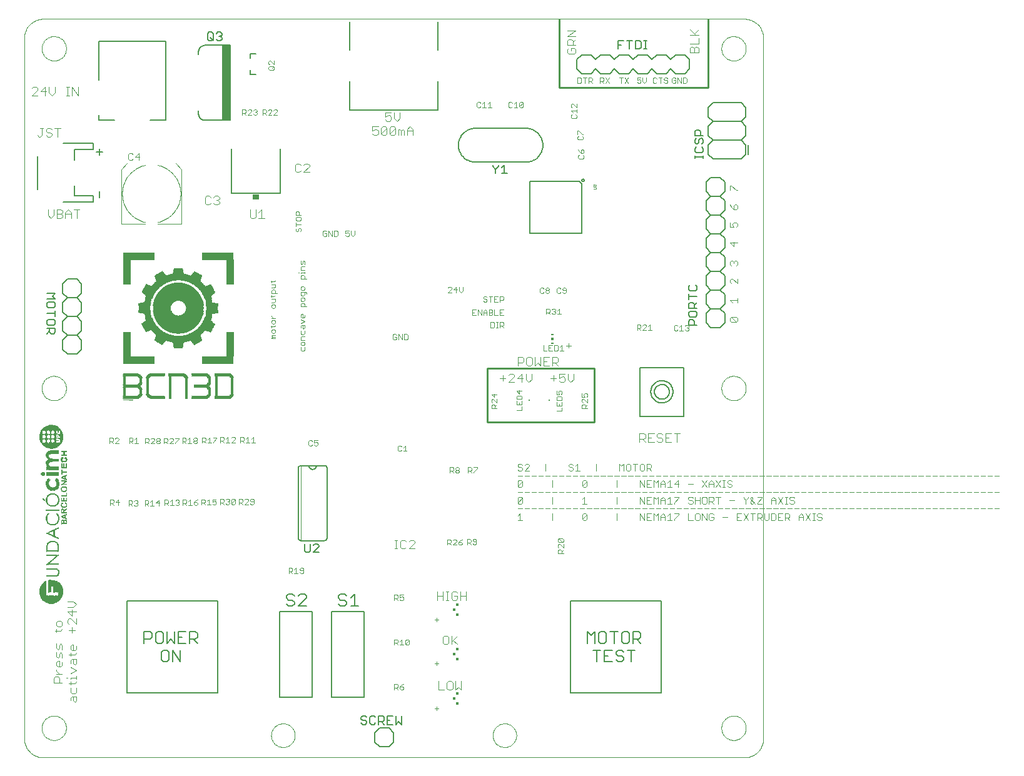
<source format=gto>
G75*
%MOIN*%
%OFA0B0*%
%FSLAX24Y24*%
%IPPOS*%
%LPD*%
%AMOC8*
5,1,8,0,0,1.08239X$1,22.5*
%
%ADD10C,0.0000*%
%ADD11C,0.0030*%
%ADD12C,0.0040*%
%ADD13C,0.0100*%
%ADD14C,0.0050*%
%ADD15R,0.0167X0.0128*%
%ADD16R,0.0138X0.0138*%
%ADD17C,0.0080*%
%ADD18R,0.0340X0.0300*%
%ADD19C,0.0070*%
%ADD20C,0.0060*%
%ADD21C,0.0020*%
%ADD22C,0.0010*%
%ADD23R,0.0400X0.4000*%
%ADD24R,0.0079X0.0079*%
%ADD25R,0.0118X0.0059*%
%ADD26R,0.0118X0.0118*%
%ADD27R,0.0014X0.0084*%
%ADD28R,0.0014X0.0070*%
%ADD29R,0.0014X0.0098*%
%ADD30R,0.0014X0.0252*%
%ADD31R,0.0014X0.0154*%
%ADD32R,0.0014X0.0182*%
%ADD33R,0.0014X0.0042*%
%ADD34R,0.0014X0.0042*%
%ADD35R,0.0014X0.0224*%
%ADD36R,0.0014X0.0196*%
%ADD37R,0.0014X0.0028*%
%ADD38R,0.0014X0.0056*%
%ADD39R,0.0014X0.0056*%
%ADD40R,0.0014X0.0098*%
%ADD41R,0.0014X0.0196*%
%ADD42R,0.0014X0.0056*%
%ADD43R,0.0014X0.0042*%
%ADD44R,0.0014X0.0042*%
%ADD45R,0.0014X0.0182*%
%ADD46R,0.0014X0.0224*%
%ADD47R,0.0014X0.0028*%
%ADD48R,0.0014X0.0056*%
%ADD49R,0.0014X0.0098*%
%ADD50R,0.0014X0.0252*%
%ADD51R,0.0014X0.0210*%
%ADD52R,0.0014X0.0098*%
%ADD53R,0.0014X0.0084*%
%ADD54R,0.0014X0.0238*%
%ADD55R,0.0014X0.0084*%
%ADD56R,0.0014X0.0196*%
%ADD57R,0.0014X0.0182*%
%ADD58R,0.0014X0.0294*%
%ADD59R,0.0014X0.0168*%
%ADD60R,0.0014X0.0210*%
%ADD61R,0.0014X0.0182*%
%ADD62R,0.0014X0.0238*%
%ADD63R,0.0014X0.0294*%
%ADD64R,0.0014X0.0014*%
%ADD65R,0.0014X0.0238*%
%ADD66R,0.0014X0.0028*%
%ADD67R,0.0014X0.0350*%
%ADD68R,0.0014X0.0336*%
%ADD69R,0.0014X0.0448*%
%ADD70R,0.0014X0.0028*%
%ADD71R,0.0014X0.0112*%
%ADD72R,0.0014X0.0420*%
%ADD73R,0.0014X0.0518*%
%ADD74R,0.0014X0.0504*%
%ADD75R,0.0014X0.0574*%
%ADD76R,0.0014X0.0560*%
%ADD77R,0.0014X0.0630*%
%ADD78R,0.0014X0.0616*%
%ADD79R,0.0014X0.0672*%
%ADD80R,0.0014X0.0168*%
%ADD81R,0.0014X0.0140*%
%ADD82R,0.0014X0.0644*%
%ADD83R,0.0014X0.0728*%
%ADD84R,0.0014X0.0070*%
%ADD85R,0.0014X0.0140*%
%ADD86R,0.0014X0.0700*%
%ADD87R,0.0014X0.0756*%
%ADD88R,0.0014X0.0742*%
%ADD89R,0.0014X0.0798*%
%ADD90R,0.0014X0.0784*%
%ADD91R,0.0014X0.0840*%
%ADD92R,0.0014X0.0392*%
%ADD93R,0.0014X0.0112*%
%ADD94R,0.0014X0.0868*%
%ADD95R,0.0014X0.0896*%
%ADD96R,0.0014X0.0154*%
%ADD97R,0.0014X0.0924*%
%ADD98R,0.0014X0.0126*%
%ADD99R,0.0014X0.0952*%
%ADD100R,0.0014X0.0980*%
%ADD101R,0.0014X0.0224*%
%ADD102R,0.0014X0.0154*%
%ADD103R,0.0014X0.1008*%
%ADD104R,0.0014X0.0322*%
%ADD105R,0.0014X0.0308*%
%ADD106R,0.0014X0.0280*%
%ADD107R,0.0014X0.0308*%
%ADD108R,0.0014X0.0308*%
%ADD109R,0.0014X0.0532*%
%ADD110R,0.0014X0.0266*%
%ADD111R,0.0014X0.0378*%
%ADD112R,0.0014X0.0364*%
%ADD113R,0.0014X0.0350*%
%ADD114R,0.0014X0.0168*%
%ADD115R,0.0014X0.0168*%
%ADD116R,0.0014X0.0280*%
%ADD117R,0.0014X0.0546*%
%ADD118R,0.0014X0.0420*%
%ADD119R,0.0014X0.0378*%
%ADD120R,0.0014X0.0434*%
%ADD121R,0.0014X0.0434*%
%ADD122R,0.0014X0.0126*%
%ADD123R,0.0014X0.0462*%
%ADD124R,0.0014X0.0504*%
%ADD125R,0.0014X0.0574*%
%ADD126R,0.0014X0.0112*%
%ADD127R,0.0014X0.0532*%
%ADD128R,0.0014X0.0574*%
%ADD129R,0.0014X0.0546*%
%ADD130R,0.0014X0.0224*%
%ADD131R,0.0014X0.0364*%
%ADD132R,0.0014X0.0588*%
%ADD133R,0.0014X0.0602*%
%ADD134R,0.0014X0.0602*%
%ADD135R,0.0014X0.0252*%
%ADD136R,0.0014X0.0392*%
%ADD137R,0.0014X0.0616*%
%ADD138R,0.0014X0.0112*%
%ADD139R,0.0014X0.1162*%
%ADD140R,0.0014X0.0406*%
%ADD141R,0.0014X0.1176*%
%ADD142R,0.0014X0.1190*%
%ADD143R,0.0014X0.1204*%
%ADD144R,0.0014X0.0644*%
%ADD145R,0.0014X0.0434*%
%ADD146R,0.0014X0.0336*%
%ADD147R,0.0014X0.0154*%
%ADD148R,0.0014X0.0644*%
%ADD149R,0.0014X0.0406*%
%ADD150R,0.0014X0.0294*%
%ADD151R,0.0014X0.0392*%
%ADD152R,0.0014X0.0434*%
%ADD153R,0.0014X0.0322*%
%ADD154R,0.0014X0.0308*%
%ADD155R,0.0014X0.0322*%
%ADD156R,0.0014X0.0658*%
%ADD157R,0.0014X0.1260*%
%ADD158R,0.0014X0.0658*%
%ADD159R,0.0014X0.1260*%
%ADD160R,0.0014X0.0378*%
%ADD161R,0.0014X0.0266*%
%ADD162R,0.0014X0.0294*%
%ADD163R,0.0014X0.0994*%
%ADD164R,0.0014X0.0560*%
%ADD165R,0.0014X0.0406*%
%ADD166R,0.0014X0.0546*%
%ADD167R,0.0014X0.0266*%
%ADD168R,0.0014X0.0476*%
%ADD169R,0.0014X0.0364*%
%ADD170R,0.0014X0.0252*%
%ADD171R,0.0014X0.0266*%
%ADD172R,0.0014X0.1148*%
%ADD173R,0.0014X0.1120*%
%ADD174R,0.0014X0.1092*%
%ADD175R,0.0014X0.0238*%
%ADD176R,0.0014X0.1092*%
%ADD177R,0.0014X0.1064*%
%ADD178R,0.0014X0.1036*%
%ADD179R,0.0014X0.1008*%
%ADD180R,0.0014X0.0938*%
%ADD181R,0.0014X0.0910*%
%ADD182R,0.0014X0.0882*%
%ADD183R,0.0014X0.0854*%
%ADD184R,0.0014X0.0812*%
%ADD185R,0.0014X0.0742*%
%ADD186R,0.0014X0.0658*%
%ADD187R,0.0730X0.0008*%
%ADD188R,0.0722X0.0008*%
%ADD189R,0.0788X0.0008*%
%ADD190R,0.0738X0.0008*%
%ADD191R,0.0158X0.0008*%
%ADD192R,0.0158X0.0008*%
%ADD193R,0.0813X0.0008*%
%ADD194R,0.0780X0.0008*%
%ADD195R,0.0821X0.0008*%
%ADD196R,0.0838X0.0008*%
%ADD197R,0.0805X0.0008*%
%ADD198R,0.0158X0.0008*%
%ADD199R,0.0158X0.0008*%
%ADD200R,0.0854X0.0008*%
%ADD201R,0.0829X0.0008*%
%ADD202R,0.0158X0.0008*%
%ADD203R,0.0158X0.0008*%
%ADD204R,0.0854X0.0008*%
%ADD205R,0.0863X0.0008*%
%ADD206R,0.0846X0.0008*%
%ADD207R,0.0871X0.0008*%
%ADD208R,0.0879X0.0008*%
%ADD209R,0.0854X0.0008*%
%ADD210R,0.0887X0.0008*%
%ADD211R,0.0887X0.0008*%
%ADD212R,0.0871X0.0008*%
%ADD213R,0.0896X0.0008*%
%ADD214R,0.0904X0.0008*%
%ADD215R,0.0879X0.0008*%
%ADD216R,0.0904X0.0008*%
%ADD217R,0.0912X0.0008*%
%ADD218R,0.0896X0.0008*%
%ADD219R,0.0921X0.0008*%
%ADD220R,0.0921X0.0008*%
%ADD221R,0.0904X0.0008*%
%ADD222R,0.0921X0.0008*%
%ADD223R,0.0929X0.0008*%
%ADD224R,0.0929X0.0008*%
%ADD225R,0.0937X0.0008*%
%ADD226R,0.0937X0.0008*%
%ADD227R,0.0921X0.0008*%
%ADD228R,0.0946X0.0008*%
%ADD229R,0.0946X0.0008*%
%ADD230R,0.0929X0.0008*%
%ADD231R,0.0954X0.0008*%
%ADD232R,0.0954X0.0008*%
%ADD233R,0.0954X0.0008*%
%ADD234R,0.0962X0.0008*%
%ADD235R,0.0962X0.0008*%
%ADD236R,0.0970X0.0008*%
%ADD237R,0.0970X0.0008*%
%ADD238R,0.0979X0.0008*%
%ADD239R,0.0979X0.0008*%
%ADD240R,0.0979X0.0008*%
%ADD241R,0.0241X0.0008*%
%ADD242R,0.0232X0.0008*%
%ADD243R,0.0224X0.0008*%
%ADD244R,0.0241X0.0008*%
%ADD245R,0.0216X0.0008*%
%ADD246R,0.0207X0.0008*%
%ADD247R,0.0216X0.0008*%
%ADD248R,0.0199X0.0008*%
%ADD249R,0.0199X0.0008*%
%ADD250R,0.0158X0.0008*%
%ADD251R,0.0191X0.0008*%
%ADD252R,0.0199X0.0008*%
%ADD253R,0.0158X0.0008*%
%ADD254R,0.0199X0.0008*%
%ADD255R,0.0191X0.0008*%
%ADD256R,0.0191X0.0008*%
%ADD257R,0.0182X0.0008*%
%ADD258R,0.0174X0.0008*%
%ADD259R,0.0182X0.0008*%
%ADD260R,0.0174X0.0008*%
%ADD261R,0.0174X0.0008*%
%ADD262R,0.0182X0.0008*%
%ADD263R,0.0174X0.0008*%
%ADD264R,0.0174X0.0008*%
%ADD265R,0.0166X0.0008*%
%ADD266R,0.0166X0.0008*%
%ADD267R,0.0166X0.0008*%
%ADD268R,0.0166X0.0008*%
%ADD269R,0.0166X0.0008*%
%ADD270R,0.0166X0.0008*%
%ADD271R,0.0182X0.0008*%
%ADD272R,0.0207X0.0008*%
%ADD273R,0.0216X0.0008*%
%ADD274R,0.0207X0.0008*%
%ADD275R,0.0232X0.0008*%
%ADD276R,0.0265X0.0008*%
%ADD277R,0.0257X0.0008*%
%ADD278R,0.0863X0.0008*%
%ADD279R,0.0970X0.0008*%
%ADD280R,0.0962X0.0008*%
%ADD281R,0.0846X0.0008*%
%ADD282R,0.0954X0.0008*%
%ADD283R,0.0846X0.0008*%
%ADD284R,0.0954X0.0008*%
%ADD285R,0.0838X0.0008*%
%ADD286R,0.0946X0.0008*%
%ADD287R,0.0829X0.0008*%
%ADD288R,0.0937X0.0008*%
%ADD289R,0.0813X0.0008*%
%ADD290R,0.0805X0.0008*%
%ADD291R,0.0805X0.0008*%
%ADD292R,0.0829X0.0008*%
%ADD293R,0.0970X0.0008*%
%ADD294R,0.0854X0.0008*%
%ADD295R,0.0249X0.0008*%
%ADD296R,0.0241X0.0008*%
%ADD297R,0.0191X0.0008*%
%ADD298R,0.0166X0.0008*%
%ADD299R,0.0166X0.0008*%
%ADD300R,0.0174X0.0008*%
%ADD301R,0.0174X0.0008*%
%ADD302R,0.0182X0.0008*%
%ADD303R,0.0191X0.0008*%
%ADD304R,0.0191X0.0008*%
%ADD305R,0.0199X0.0008*%
%ADD306R,0.0199X0.0008*%
%ADD307R,0.0216X0.0008*%
%ADD308R,0.0224X0.0008*%
%ADD309R,0.0224X0.0008*%
%ADD310R,0.0216X0.0008*%
%ADD311R,0.0241X0.0008*%
%ADD312R,0.0249X0.0008*%
%ADD313R,0.0995X0.0008*%
%ADD314R,0.0987X0.0008*%
%ADD315R,0.0979X0.0008*%
%ADD316R,0.0970X0.0008*%
%ADD317R,0.0929X0.0008*%
%ADD318R,0.0921X0.0008*%
%ADD319R,0.0946X0.0008*%
%ADD320R,0.0912X0.0008*%
%ADD321R,0.0896X0.0008*%
%ADD322R,0.0904X0.0008*%
%ADD323R,0.0887X0.0008*%
%ADD324R,0.0921X0.0008*%
%ADD325R,0.0904X0.0008*%
%ADD326R,0.0879X0.0008*%
%ADD327R,0.0879X0.0008*%
%ADD328R,0.0863X0.0008*%
%ADD329R,0.0871X0.0008*%
%ADD330R,0.0871X0.0008*%
%ADD331R,0.0829X0.0008*%
%ADD332R,0.0821X0.0008*%
%ADD333R,0.0854X0.0008*%
%ADD334R,0.0838X0.0008*%
%ADD335R,0.0796X0.0008*%
%ADD336R,0.0829X0.0008*%
%ADD337R,0.0771X0.0008*%
%ADD338R,0.0796X0.0008*%
%ADD339R,0.0722X0.0008*%
%ADD340R,0.0697X0.0008*%
%ADD341R,0.0738X0.0008*%
%ADD342R,0.0730X0.0008*%
%ADD343R,0.1675X0.0008*%
%ADD344R,0.1675X0.0008*%
%ADD345R,0.1675X0.0008*%
%ADD346R,0.1675X0.0008*%
%ADD347R,0.0373X0.0008*%
%ADD348R,0.0373X0.0008*%
%ADD349R,0.0373X0.0008*%
%ADD350R,0.0373X0.0008*%
%ADD351R,0.0481X0.0008*%
%ADD352R,0.0481X0.0008*%
%ADD353R,0.0481X0.0008*%
%ADD354R,0.0498X0.0008*%
%ADD355R,0.0498X0.0008*%
%ADD356R,0.0506X0.0008*%
%ADD357R,0.0514X0.0008*%
%ADD358R,0.0514X0.0008*%
%ADD359R,0.0514X0.0008*%
%ADD360R,0.0531X0.0008*%
%ADD361R,0.0531X0.0008*%
%ADD362R,0.0531X0.0008*%
%ADD363R,0.0008X0.0008*%
%ADD364R,0.0008X0.0008*%
%ADD365R,0.0547X0.0008*%
%ADD366R,0.0033X0.0008*%
%ADD367R,0.0025X0.0008*%
%ADD368R,0.0547X0.0008*%
%ADD369R,0.0050X0.0008*%
%ADD370R,0.0050X0.0008*%
%ADD371R,0.0547X0.0008*%
%ADD372R,0.0066X0.0008*%
%ADD373R,0.0075X0.0008*%
%ADD374R,0.0091X0.0008*%
%ADD375R,0.0100X0.0008*%
%ADD376R,0.0116X0.0008*%
%ADD377R,0.0116X0.0008*%
%ADD378R,0.0556X0.0008*%
%ADD379R,0.0133X0.0008*%
%ADD380R,0.0133X0.0008*%
%ADD381R,0.0564X0.0008*%
%ADD382R,0.0564X0.0008*%
%ADD383R,0.0564X0.0008*%
%ADD384R,0.0216X0.0008*%
%ADD385R,0.0224X0.0008*%
%ADD386R,0.0241X0.0008*%
%ADD387R,0.0249X0.0008*%
%ADD388R,0.0581X0.0008*%
%ADD389R,0.0265X0.0008*%
%ADD390R,0.0274X0.0008*%
%ADD391R,0.0581X0.0008*%
%ADD392R,0.0282X0.0008*%
%ADD393R,0.0282X0.0008*%
%ADD394R,0.0581X0.0008*%
%ADD395R,0.0307X0.0008*%
%ADD396R,0.0307X0.0008*%
%ADD397R,0.0332X0.0008*%
%ADD398R,0.0332X0.0008*%
%ADD399R,0.0357X0.0008*%
%ADD400R,0.0348X0.0008*%
%ADD401R,0.0597X0.0008*%
%ADD402R,0.0365X0.0008*%
%ADD403R,0.0680X0.0008*%
%ADD404R,0.0390X0.0008*%
%ADD405R,0.0398X0.0008*%
%ADD406R,0.0763X0.0008*%
%ADD407R,0.0415X0.0008*%
%ADD408R,0.0423X0.0008*%
%ADD409R,0.0829X0.0008*%
%ADD410R,0.0440X0.0008*%
%ADD411R,0.0431X0.0008*%
%ADD412R,0.0456X0.0008*%
%ADD413R,0.0456X0.0008*%
%ADD414R,0.1029X0.0008*%
%ADD415R,0.0506X0.0008*%
%ADD416R,0.1078X0.0008*%
%ADD417R,0.0523X0.0008*%
%ADD418R,0.1128X0.0008*%
%ADD419R,0.0539X0.0008*%
%ADD420R,0.1178X0.0008*%
%ADD421R,0.0572X0.0008*%
%ADD422R,0.1228X0.0008*%
%ADD423R,0.0589X0.0008*%
%ADD424R,0.0589X0.0008*%
%ADD425R,0.1277X0.0008*%
%ADD426R,0.0605X0.0008*%
%ADD427R,0.2530X0.0008*%
%ADD428R,0.2538X0.0008*%
%ADD429R,0.2521X0.0008*%
%ADD430R,0.2513X0.0008*%
%ADD431R,0.2505X0.0008*%
%ADD432R,0.2488X0.0008*%
%ADD433R,0.2488X0.0008*%
%ADD434R,0.2488X0.0008*%
%ADD435R,0.2472X0.0008*%
%ADD436R,0.2472X0.0008*%
%ADD437R,0.2472X0.0008*%
%ADD438R,0.2455X0.0008*%
%ADD439R,0.2455X0.0008*%
%ADD440R,0.2439X0.0008*%
%ADD441R,0.2439X0.0008*%
%ADD442R,0.2439X0.0008*%
%ADD443R,0.2422X0.0008*%
%ADD444R,0.2422X0.0008*%
%ADD445R,0.2414X0.0008*%
%ADD446R,0.2405X0.0008*%
%ADD447R,0.2389X0.0008*%
%ADD448R,0.2389X0.0008*%
%ADD449R,0.2372X0.0008*%
%ADD450R,0.1062X0.0008*%
%ADD451R,0.1053X0.0008*%
%ADD452R,0.0995X0.0008*%
%ADD453R,0.0887X0.0008*%
%ADD454R,0.0871X0.0008*%
%ADD455R,0.0805X0.0008*%
%ADD456R,0.0788X0.0008*%
%ADD457R,0.0780X0.0008*%
%ADD458R,0.0763X0.0008*%
%ADD459R,0.0746X0.0008*%
%ADD460R,0.0722X0.0008*%
%ADD461R,0.0713X0.0008*%
%ADD462R,0.0705X0.0008*%
%ADD463R,0.0688X0.0008*%
%ADD464R,0.0672X0.0008*%
%ADD465R,0.0664X0.0008*%
%ADD466R,0.0664X0.0008*%
%ADD467R,0.0647X0.0008*%
%ADD468R,0.0647X0.0008*%
%ADD469R,0.0639X0.0008*%
%ADD470R,0.0639X0.0008*%
%ADD471R,0.0630X0.0008*%
%ADD472R,0.0622X0.0008*%
%ADD473R,0.0614X0.0008*%
%ADD474R,0.0605X0.0008*%
%ADD475R,0.0464X0.0008*%
%ADD476R,0.0556X0.0008*%
%ADD477R,0.0597X0.0008*%
%ADD478R,0.0589X0.0008*%
%ADD479R,0.0630X0.0008*%
%ADD480R,0.0697X0.0008*%
%ADD481R,0.0572X0.0008*%
%ADD482R,0.0763X0.0008*%
%ADD483R,0.0572X0.0008*%
%ADD484R,0.0556X0.0008*%
%ADD485R,0.0008X0.0008*%
%ADD486R,0.0041X0.0008*%
%ADD487R,0.0017X0.0008*%
%ADD488R,0.0995X0.0008*%
%ADD489R,0.0066X0.0008*%
%ADD490R,0.0539X0.0008*%
%ADD491R,0.1045X0.0008*%
%ADD492R,0.0100X0.0008*%
%ADD493R,0.0083X0.0008*%
%ADD494R,0.0539X0.0008*%
%ADD495R,0.1078X0.0008*%
%ADD496R,0.0124X0.0008*%
%ADD497R,0.0108X0.0008*%
%ADD498R,0.0539X0.0008*%
%ADD499R,0.1111X0.0008*%
%ADD500R,0.0149X0.0008*%
%ADD501R,0.0133X0.0008*%
%ADD502R,0.0523X0.0008*%
%ADD503R,0.1145X0.0008*%
%ADD504R,0.0523X0.0008*%
%ADD505R,0.1186X0.0008*%
%ADD506R,0.1219X0.0008*%
%ADD507R,0.0241X0.0008*%
%ADD508R,0.0224X0.0008*%
%ADD509R,0.1244X0.0008*%
%ADD510R,0.1277X0.0008*%
%ADD511R,0.0290X0.0008*%
%ADD512R,0.0282X0.0008*%
%ADD513R,0.1310X0.0008*%
%ADD514R,0.0323X0.0008*%
%ADD515R,0.0299X0.0008*%
%ADD516R,0.0498X0.0008*%
%ADD517R,0.1344X0.0008*%
%ADD518R,0.0498X0.0008*%
%ADD519R,0.1377X0.0008*%
%ADD520R,0.0854X0.0008*%
%ADD521R,0.1393X0.0008*%
%ADD522R,0.1427X0.0008*%
%ADD523R,0.0838X0.0008*%
%ADD524R,0.1443X0.0008*%
%ADD525R,0.1476X0.0008*%
%ADD526R,0.1501X0.0008*%
%ADD527R,0.0821X0.0008*%
%ADD528R,0.1526X0.0008*%
%ADD529R,0.0821X0.0008*%
%ADD530R,0.1543X0.0008*%
%ADD531R,0.1576X0.0008*%
%ADD532R,0.1593X0.0008*%
%ADD533R,0.0805X0.0008*%
%ADD534R,0.1626X0.0008*%
%ADD535R,0.0796X0.0008*%
%ADD536R,0.1642X0.0008*%
%ADD537R,0.0796X0.0008*%
%ADD538R,0.1659X0.0008*%
%ADD539R,0.1692X0.0008*%
%ADD540R,0.1709X0.0008*%
%ADD541R,0.0780X0.0008*%
%ADD542R,0.1725X0.0008*%
%ADD543R,0.1742X0.0008*%
%ADD544R,0.0780X0.0008*%
%ADD545R,0.1758X0.0008*%
%ADD546R,0.0771X0.0008*%
%ADD547R,0.1792X0.0008*%
%ADD548R,0.1808X0.0008*%
%ADD549R,0.0771X0.0008*%
%ADD550R,0.1825X0.0008*%
%ADD551R,0.0771X0.0008*%
%ADD552R,0.1841X0.0008*%
%ADD553R,0.1858X0.0008*%
%ADD554R,0.1874X0.0008*%
%ADD555R,0.1891X0.0008*%
%ADD556R,0.0755X0.0008*%
%ADD557R,0.1908X0.0008*%
%ADD558R,0.0755X0.0008*%
%ADD559R,0.1924X0.0008*%
%ADD560R,0.1941X0.0008*%
%ADD561R,0.0755X0.0008*%
%ADD562R,0.1957X0.0008*%
%ADD563R,0.0755X0.0008*%
%ADD564R,0.1974X0.0008*%
%ADD565R,0.0746X0.0008*%
%ADD566R,0.1991X0.0008*%
%ADD567R,0.0746X0.0008*%
%ADD568R,0.2007X0.0008*%
%ADD569R,0.0746X0.0008*%
%ADD570R,0.2024X0.0008*%
%ADD571R,0.2040X0.0008*%
%ADD572R,0.2040X0.0008*%
%ADD573R,0.0738X0.0008*%
%ADD574R,0.2057X0.0008*%
%ADD575R,0.2074X0.0008*%
%ADD576R,0.2090X0.0008*%
%ADD577R,0.0730X0.0008*%
%ADD578R,0.2107X0.0008*%
%ADD579R,0.0713X0.0008*%
%ADD580R,0.0722X0.0008*%
%ADD581R,0.2123X0.0008*%
%ADD582R,0.2123X0.0008*%
%ADD583R,0.0697X0.0008*%
%ADD584R,0.2140X0.0008*%
%ADD585R,0.0672X0.0008*%
%ADD586R,0.0672X0.0008*%
%ADD587R,0.2157X0.0008*%
%ADD588R,0.0647X0.0008*%
%ADD589R,0.0664X0.0008*%
%ADD590R,0.2173X0.0008*%
%ADD591R,0.0639X0.0008*%
%ADD592R,0.0647X0.0008*%
%ADD593R,0.2173X0.0008*%
%ADD594R,0.0622X0.0008*%
%ADD595R,0.2190X0.0008*%
%ADD596R,0.0622X0.0008*%
%ADD597R,0.2206X0.0008*%
%ADD598R,0.0597X0.0008*%
%ADD599R,0.2215X0.0008*%
%ADD600R,0.2223X0.0008*%
%ADD601R,0.0572X0.0008*%
%ADD602R,0.2239X0.0008*%
%ADD603R,0.0547X0.0008*%
%ADD604R,0.2256X0.0008*%
%ADD605R,0.2273X0.0008*%
%ADD606R,0.2281X0.0008*%
%ADD607R,0.0498X0.0008*%
%ADD608R,0.2289X0.0008*%
%ADD609R,0.0473X0.0008*%
%ADD610R,0.0489X0.0008*%
%ADD611R,0.2306X0.0008*%
%ADD612R,0.0464X0.0008*%
%ADD613R,0.0473X0.0008*%
%ADD614R,0.2306X0.0008*%
%ADD615R,0.0448X0.0008*%
%ADD616R,0.0464X0.0008*%
%ADD617R,0.2322X0.0008*%
%ADD618R,0.0440X0.0008*%
%ADD619R,0.0448X0.0008*%
%ADD620R,0.2339X0.0008*%
%ADD621R,0.0423X0.0008*%
%ADD622R,0.2339X0.0008*%
%ADD623R,0.0415X0.0008*%
%ADD624R,0.0415X0.0008*%
%ADD625R,0.2356X0.0008*%
%ADD626R,0.0390X0.0008*%
%ADD627R,0.0406X0.0008*%
%ADD628R,0.2356X0.0008*%
%ADD629R,0.0390X0.0008*%
%ADD630R,0.2372X0.0008*%
%ADD631R,0.0382X0.0008*%
%ADD632R,0.0382X0.0008*%
%ADD633R,0.2372X0.0008*%
%ADD634R,0.0382X0.0008*%
%ADD635R,0.2405X0.0008*%
%ADD636R,0.2405X0.0008*%
%ADD637R,0.2422X0.0008*%
%ADD638R,0.0373X0.0008*%
%ADD639R,0.0373X0.0008*%
%ADD640R,0.2439X0.0008*%
%ADD641R,0.2455X0.0008*%
%ADD642R,0.2455X0.0008*%
%ADD643R,0.2455X0.0008*%
%ADD644R,0.2472X0.0008*%
%ADD645R,0.0365X0.0008*%
%ADD646R,0.2472X0.0008*%
%ADD647R,0.0373X0.0008*%
%ADD648R,0.2505X0.0008*%
%ADD649R,0.2505X0.0008*%
%ADD650R,0.0365X0.0008*%
%ADD651R,0.2505X0.0008*%
%ADD652R,0.0365X0.0008*%
%ADD653R,0.2521X0.0008*%
%ADD654R,0.0365X0.0008*%
%ADD655R,0.2521X0.0008*%
%ADD656R,0.0365X0.0008*%
%ADD657R,0.2538X0.0008*%
%ADD658R,0.2538X0.0008*%
%ADD659R,0.2555X0.0008*%
%ADD660R,0.2555X0.0008*%
%ADD661R,0.2555X0.0008*%
%ADD662R,0.2571X0.0008*%
%ADD663R,0.0357X0.0008*%
%ADD664R,0.2571X0.0008*%
%ADD665R,0.0365X0.0008*%
%ADD666R,0.1269X0.0008*%
%ADD667R,0.1211X0.0008*%
%ADD668R,0.1161X0.0008*%
%ADD669R,0.1145X0.0008*%
%ADD670R,0.1120X0.0008*%
%ADD671R,0.1103X0.0008*%
%ADD672R,0.1111X0.0008*%
%ADD673R,0.1103X0.0008*%
%ADD674R,0.0357X0.0008*%
%ADD675R,0.1087X0.0008*%
%ADD676R,0.1062X0.0008*%
%ADD677R,0.1062X0.0008*%
%ADD678R,0.1053X0.0008*%
%ADD679R,0.0348X0.0008*%
%ADD680R,0.1045X0.0008*%
%ADD681R,0.0406X0.0008*%
%ADD682R,0.1037X0.0008*%
%ADD683R,0.0448X0.0008*%
%ADD684R,0.1037X0.0008*%
%ADD685R,0.0489X0.0008*%
%ADD686R,0.0498X0.0008*%
%ADD687R,0.1020X0.0008*%
%ADD688R,0.0581X0.0008*%
%ADD689R,0.1012X0.0008*%
%ADD690R,0.1004X0.0008*%
%ADD691R,0.0647X0.0008*%
%ADD692R,0.0622X0.0008*%
%ADD693R,0.1012X0.0008*%
%ADD694R,0.0647X0.0008*%
%ADD695R,0.1004X0.0008*%
%ADD696R,0.0647X0.0008*%
%ADD697R,0.0995X0.0008*%
%ADD698R,0.0987X0.0008*%
%ADD699R,0.0979X0.0008*%
%ADD700R,0.0630X0.0008*%
%ADD701R,0.0630X0.0008*%
%ADD702R,0.0954X0.0008*%
%ADD703R,0.0630X0.0008*%
%ADD704R,0.0954X0.0008*%
%ADD705R,0.0946X0.0008*%
%ADD706R,0.0639X0.0008*%
%ADD707R,0.0962X0.0008*%
%ADD708R,0.0987X0.0008*%
%ADD709R,0.0987X0.0008*%
%ADD710R,0.0995X0.0008*%
%ADD711R,0.0622X0.0008*%
%ADD712R,0.1004X0.0008*%
%ADD713R,0.0572X0.0008*%
%ADD714R,0.1029X0.0008*%
%ADD715R,0.0448X0.0008*%
%ADD716R,0.0489X0.0008*%
%ADD717R,0.1037X0.0008*%
%ADD718R,0.1070X0.0008*%
%ADD719R,0.0357X0.0008*%
%ADD720R,0.1087X0.0008*%
%ADD721R,0.1095X0.0008*%
%ADD722R,0.1111X0.0008*%
%ADD723R,0.1120X0.0008*%
%ADD724R,0.1136X0.0008*%
%ADD725R,0.1153X0.0008*%
%ADD726R,0.1169X0.0008*%
%ADD727R,0.1203X0.0008*%
%ADD728R,0.1244X0.0008*%
%ADD729R,0.2579X0.0008*%
%ADD730R,0.2563X0.0008*%
%ADD731R,0.2521X0.0008*%
%ADD732R,0.2488X0.0008*%
%ADD733R,0.2472X0.0008*%
%ADD734R,0.0373X0.0008*%
%ADD735R,0.2422X0.0008*%
%ADD736R,0.2389X0.0008*%
%ADD737R,0.2364X0.0008*%
%ADD738R,0.0431X0.0008*%
%ADD739R,0.0448X0.0008*%
%ADD740R,0.0440X0.0008*%
%ADD741R,0.2322X0.0008*%
%ADD742R,0.2322X0.0008*%
%ADD743R,0.0464X0.0008*%
%ADD744R,0.0489X0.0008*%
%ADD745R,0.0473X0.0008*%
%ADD746R,0.2289X0.0008*%
%ADD747R,0.0498X0.0008*%
%ADD748R,0.2273X0.0008*%
%ADD749R,0.2256X0.0008*%
%ADD750R,0.2256X0.0008*%
%ADD751R,0.0564X0.0008*%
%ADD752R,0.0547X0.0008*%
%ADD753R,0.2239X0.0008*%
%ADD754R,0.0572X0.0008*%
%ADD755R,0.2223X0.0008*%
%ADD756R,0.0597X0.0008*%
%ADD757R,0.2206X0.0008*%
%ADD758R,0.0605X0.0008*%
%ADD759R,0.2190X0.0008*%
%ADD760R,0.0688X0.0008*%
%ADD761R,0.2140X0.0008*%
%ADD762R,0.2065X0.0008*%
%ADD763R,0.0738X0.0008*%
%ADD764R,0.2057X0.0008*%
%ADD765R,0.2024X0.0008*%
%ADD766R,0.2007X0.0008*%
%ADD767R,0.1974X0.0008*%
%ADD768R,0.0755X0.0008*%
%ADD769R,0.1957X0.0008*%
%ADD770R,0.0755X0.0008*%
%ADD771R,0.1924X0.0008*%
%ADD772R,0.1908X0.0008*%
%ADD773R,0.1874X0.0008*%
%ADD774R,0.0771X0.0008*%
%ADD775R,0.1858X0.0008*%
%ADD776R,0.0771X0.0008*%
%ADD777R,0.1808X0.0008*%
%ADD778R,0.1792X0.0008*%
%ADD779R,0.1775X0.0008*%
%ADD780R,0.1750X0.0008*%
%ADD781R,0.0788X0.0008*%
%ADD782R,0.0796X0.0008*%
%ADD783R,0.0796X0.0008*%
%ADD784R,0.1642X0.0008*%
%ADD785R,0.1609X0.0008*%
%ADD786R,0.1576X0.0008*%
%ADD787R,0.1559X0.0008*%
%ADD788R,0.1526X0.0008*%
%ADD789R,0.1510X0.0008*%
%ADD790R,0.1460X0.0008*%
%ADD791R,0.1427X0.0008*%
%ADD792R,0.1410X0.0008*%
%ADD793R,0.1327X0.0008*%
%ADD794R,0.0299X0.0008*%
%ADD795R,0.1294X0.0008*%
%ADD796R,0.0274X0.0008*%
%ADD797R,0.1261X0.0008*%
%ADD798R,0.1228X0.0008*%
%ADD799R,0.1194X0.0008*%
%ADD800R,0.1161X0.0008*%
%ADD801R,0.0141X0.0008*%
%ADD802R,0.0149X0.0008*%
%ADD803R,0.0108X0.0008*%
%ADD804R,0.0124X0.0008*%
%ADD805R,0.1095X0.0008*%
%ADD806R,0.0083X0.0008*%
%ADD807R,0.0075X0.0008*%
%ADD808R,0.0017X0.0008*%
%ADD809R,0.0041X0.0008*%
%ADD810R,0.0556X0.0008*%
%ADD811R,0.0713X0.0008*%
%ADD812R,0.0581X0.0008*%
%ADD813R,0.0605X0.0008*%
%ADD814R,0.0614X0.0008*%
%ADD815R,0.0398X0.0008*%
%ADD816R,0.0746X0.0008*%
%ADD817R,0.0829X0.0008*%
%ADD818R,0.0846X0.0008*%
%ADD819R,0.1045X0.0008*%
%ADD820R,0.1062X0.0008*%
%ADD821R,0.2372X0.0008*%
%ADD822R,0.2389X0.0008*%
%ADD823R,0.2405X0.0008*%
%ADD824R,0.2472X0.0008*%
%ADD825R,0.2505X0.0008*%
%ADD826R,0.2513X0.0008*%
%ADD827R,0.2521X0.0008*%
%ADD828R,0.2530X0.0008*%
%ADD829R,0.0614X0.0008*%
%ADD830R,0.1186X0.0008*%
%ADD831R,0.0539X0.0008*%
%ADD832R,0.1136X0.0008*%
%ADD833R,0.0523X0.0008*%
%ADD834R,0.0904X0.0008*%
%ADD835R,0.0440X0.0008*%
%ADD836R,0.0398X0.0008*%
%ADD837R,0.0390X0.0008*%
%ADD838R,0.0680X0.0008*%
%ADD839R,0.0307X0.0008*%
%ADD840R,0.0290X0.0008*%
%ADD841R,0.0274X0.0008*%
%ADD842R,0.0265X0.0008*%
%ADD843R,0.0199X0.0008*%
%ADD844R,0.0116X0.0008*%
%ADD845R,0.0066X0.0008*%
%ADD846R,0.0058X0.0008*%
%ADD847R,0.0033X0.0008*%
%ADD848R,0.0523X0.0008*%
%ADD849R,0.0498X0.0008*%
D10*
X002361Y005618D02*
X039731Y005618D01*
X039791Y005620D01*
X039852Y005625D01*
X039911Y005634D01*
X039970Y005647D01*
X040029Y005663D01*
X040086Y005683D01*
X040141Y005706D01*
X040196Y005733D01*
X040248Y005762D01*
X040299Y005795D01*
X040348Y005831D01*
X040394Y005869D01*
X040438Y005911D01*
X040480Y005955D01*
X040518Y006001D01*
X040554Y006050D01*
X040587Y006101D01*
X040616Y006153D01*
X040643Y006208D01*
X040666Y006263D01*
X040686Y006320D01*
X040702Y006379D01*
X040715Y006438D01*
X040724Y006497D01*
X040729Y006558D01*
X040731Y006618D01*
X040731Y043988D01*
X040729Y044048D01*
X040724Y044109D01*
X040715Y044168D01*
X040702Y044227D01*
X040686Y044286D01*
X040666Y044343D01*
X040643Y044398D01*
X040616Y044453D01*
X040587Y044505D01*
X040554Y044556D01*
X040518Y044605D01*
X040480Y044651D01*
X040438Y044695D01*
X040394Y044737D01*
X040348Y044775D01*
X040299Y044811D01*
X040248Y044844D01*
X040196Y044873D01*
X040141Y044900D01*
X040086Y044923D01*
X040029Y044943D01*
X039970Y044959D01*
X039911Y044972D01*
X039852Y044981D01*
X039791Y044986D01*
X039731Y044988D01*
X002361Y044988D01*
X002301Y044986D01*
X002240Y044981D01*
X002181Y044972D01*
X002122Y044959D01*
X002063Y044943D01*
X002006Y044923D01*
X001951Y044900D01*
X001896Y044873D01*
X001844Y044844D01*
X001793Y044811D01*
X001744Y044775D01*
X001698Y044737D01*
X001654Y044695D01*
X001612Y044651D01*
X001574Y044605D01*
X001538Y044556D01*
X001505Y044505D01*
X001476Y044453D01*
X001449Y044398D01*
X001426Y044343D01*
X001406Y044286D01*
X001390Y044227D01*
X001377Y044168D01*
X001368Y044109D01*
X001363Y044048D01*
X001361Y043988D01*
X001361Y006618D01*
X001363Y006558D01*
X001368Y006497D01*
X001377Y006438D01*
X001390Y006379D01*
X001406Y006320D01*
X001426Y006263D01*
X001449Y006208D01*
X001476Y006153D01*
X001505Y006101D01*
X001538Y006050D01*
X001574Y006001D01*
X001612Y005955D01*
X001654Y005911D01*
X001698Y005869D01*
X001744Y005831D01*
X001793Y005795D01*
X001844Y005762D01*
X001896Y005733D01*
X001951Y005706D01*
X002006Y005683D01*
X002063Y005663D01*
X002122Y005647D01*
X002181Y005634D01*
X002240Y005625D01*
X002301Y005620D01*
X002361Y005618D01*
X002286Y007193D02*
X002288Y007243D01*
X002294Y007293D01*
X002304Y007343D01*
X002317Y007391D01*
X002334Y007439D01*
X002355Y007485D01*
X002379Y007529D01*
X002407Y007571D01*
X002438Y007611D01*
X002472Y007648D01*
X002509Y007683D01*
X002548Y007714D01*
X002589Y007743D01*
X002633Y007768D01*
X002679Y007790D01*
X002726Y007808D01*
X002774Y007822D01*
X002823Y007833D01*
X002873Y007840D01*
X002923Y007843D01*
X002974Y007842D01*
X003024Y007837D01*
X003074Y007828D01*
X003122Y007816D01*
X003170Y007799D01*
X003216Y007779D01*
X003261Y007756D01*
X003304Y007729D01*
X003344Y007699D01*
X003382Y007666D01*
X003417Y007630D01*
X003450Y007591D01*
X003479Y007550D01*
X003505Y007507D01*
X003528Y007462D01*
X003547Y007415D01*
X003562Y007367D01*
X003574Y007318D01*
X003582Y007268D01*
X003586Y007218D01*
X003586Y007168D01*
X003582Y007118D01*
X003574Y007068D01*
X003562Y007019D01*
X003547Y006971D01*
X003528Y006924D01*
X003505Y006879D01*
X003479Y006836D01*
X003450Y006795D01*
X003417Y006756D01*
X003382Y006720D01*
X003344Y006687D01*
X003304Y006657D01*
X003261Y006630D01*
X003216Y006607D01*
X003170Y006587D01*
X003122Y006570D01*
X003074Y006558D01*
X003024Y006549D01*
X002974Y006544D01*
X002923Y006543D01*
X002873Y006546D01*
X002823Y006553D01*
X002774Y006564D01*
X002726Y006578D01*
X002679Y006596D01*
X002633Y006618D01*
X002589Y006643D01*
X002548Y006672D01*
X002509Y006703D01*
X002472Y006738D01*
X002438Y006775D01*
X002407Y006815D01*
X002379Y006857D01*
X002355Y006901D01*
X002334Y006947D01*
X002317Y006995D01*
X002304Y007043D01*
X002294Y007093D01*
X002288Y007143D01*
X002286Y007193D01*
X014511Y006799D02*
X014513Y006849D01*
X014519Y006899D01*
X014529Y006948D01*
X014543Y006996D01*
X014560Y007043D01*
X014581Y007088D01*
X014606Y007132D01*
X014634Y007173D01*
X014666Y007212D01*
X014700Y007249D01*
X014737Y007283D01*
X014777Y007313D01*
X014819Y007340D01*
X014863Y007364D01*
X014909Y007385D01*
X014956Y007401D01*
X015004Y007414D01*
X015054Y007423D01*
X015103Y007428D01*
X015154Y007429D01*
X015204Y007426D01*
X015253Y007419D01*
X015302Y007408D01*
X015350Y007393D01*
X015396Y007375D01*
X015441Y007353D01*
X015484Y007327D01*
X015525Y007298D01*
X015564Y007266D01*
X015600Y007231D01*
X015632Y007193D01*
X015662Y007153D01*
X015689Y007110D01*
X015712Y007066D01*
X015731Y007020D01*
X015747Y006972D01*
X015759Y006923D01*
X015767Y006874D01*
X015771Y006824D01*
X015771Y006774D01*
X015767Y006724D01*
X015759Y006675D01*
X015747Y006626D01*
X015731Y006578D01*
X015712Y006532D01*
X015689Y006488D01*
X015662Y006445D01*
X015632Y006405D01*
X015600Y006367D01*
X015564Y006332D01*
X015525Y006300D01*
X015484Y006271D01*
X015441Y006245D01*
X015396Y006223D01*
X015350Y006205D01*
X015302Y006190D01*
X015253Y006179D01*
X015204Y006172D01*
X015154Y006169D01*
X015103Y006170D01*
X015054Y006175D01*
X015004Y006184D01*
X014956Y006197D01*
X014909Y006213D01*
X014863Y006234D01*
X014819Y006258D01*
X014777Y006285D01*
X014737Y006315D01*
X014700Y006349D01*
X014666Y006386D01*
X014634Y006425D01*
X014606Y006466D01*
X014581Y006510D01*
X014560Y006555D01*
X014543Y006602D01*
X014529Y006650D01*
X014519Y006699D01*
X014513Y006749D01*
X014511Y006799D01*
X026322Y006799D02*
X026324Y006849D01*
X026330Y006899D01*
X026340Y006948D01*
X026354Y006996D01*
X026371Y007043D01*
X026392Y007088D01*
X026417Y007132D01*
X026445Y007173D01*
X026477Y007212D01*
X026511Y007249D01*
X026548Y007283D01*
X026588Y007313D01*
X026630Y007340D01*
X026674Y007364D01*
X026720Y007385D01*
X026767Y007401D01*
X026815Y007414D01*
X026865Y007423D01*
X026914Y007428D01*
X026965Y007429D01*
X027015Y007426D01*
X027064Y007419D01*
X027113Y007408D01*
X027161Y007393D01*
X027207Y007375D01*
X027252Y007353D01*
X027295Y007327D01*
X027336Y007298D01*
X027375Y007266D01*
X027411Y007231D01*
X027443Y007193D01*
X027473Y007153D01*
X027500Y007110D01*
X027523Y007066D01*
X027542Y007020D01*
X027558Y006972D01*
X027570Y006923D01*
X027578Y006874D01*
X027582Y006824D01*
X027582Y006774D01*
X027578Y006724D01*
X027570Y006675D01*
X027558Y006626D01*
X027542Y006578D01*
X027523Y006532D01*
X027500Y006488D01*
X027473Y006445D01*
X027443Y006405D01*
X027411Y006367D01*
X027375Y006332D01*
X027336Y006300D01*
X027295Y006271D01*
X027252Y006245D01*
X027207Y006223D01*
X027161Y006205D01*
X027113Y006190D01*
X027064Y006179D01*
X027015Y006172D01*
X026965Y006169D01*
X026914Y006170D01*
X026865Y006175D01*
X026815Y006184D01*
X026767Y006197D01*
X026720Y006213D01*
X026674Y006234D01*
X026630Y006258D01*
X026588Y006285D01*
X026548Y006315D01*
X026511Y006349D01*
X026477Y006386D01*
X026445Y006425D01*
X026417Y006466D01*
X026392Y006510D01*
X026371Y006555D01*
X026354Y006602D01*
X026340Y006650D01*
X026330Y006699D01*
X026324Y006749D01*
X026322Y006799D01*
X038506Y007193D02*
X038508Y007243D01*
X038514Y007293D01*
X038524Y007343D01*
X038537Y007391D01*
X038554Y007439D01*
X038575Y007485D01*
X038599Y007529D01*
X038627Y007571D01*
X038658Y007611D01*
X038692Y007648D01*
X038729Y007683D01*
X038768Y007714D01*
X038809Y007743D01*
X038853Y007768D01*
X038899Y007790D01*
X038946Y007808D01*
X038994Y007822D01*
X039043Y007833D01*
X039093Y007840D01*
X039143Y007843D01*
X039194Y007842D01*
X039244Y007837D01*
X039294Y007828D01*
X039342Y007816D01*
X039390Y007799D01*
X039436Y007779D01*
X039481Y007756D01*
X039524Y007729D01*
X039564Y007699D01*
X039602Y007666D01*
X039637Y007630D01*
X039670Y007591D01*
X039699Y007550D01*
X039725Y007507D01*
X039748Y007462D01*
X039767Y007415D01*
X039782Y007367D01*
X039794Y007318D01*
X039802Y007268D01*
X039806Y007218D01*
X039806Y007168D01*
X039802Y007118D01*
X039794Y007068D01*
X039782Y007019D01*
X039767Y006971D01*
X039748Y006924D01*
X039725Y006879D01*
X039699Y006836D01*
X039670Y006795D01*
X039637Y006756D01*
X039602Y006720D01*
X039564Y006687D01*
X039524Y006657D01*
X039481Y006630D01*
X039436Y006607D01*
X039390Y006587D01*
X039342Y006570D01*
X039294Y006558D01*
X039244Y006549D01*
X039194Y006544D01*
X039143Y006543D01*
X039093Y006546D01*
X039043Y006553D01*
X038994Y006564D01*
X038946Y006578D01*
X038899Y006596D01*
X038853Y006618D01*
X038809Y006643D01*
X038768Y006672D01*
X038729Y006703D01*
X038692Y006738D01*
X038658Y006775D01*
X038627Y006815D01*
X038599Y006857D01*
X038575Y006901D01*
X038554Y006947D01*
X038537Y006995D01*
X038524Y007043D01*
X038514Y007093D01*
X038508Y007143D01*
X038506Y007193D01*
X038506Y025303D02*
X038508Y025353D01*
X038514Y025403D01*
X038524Y025453D01*
X038537Y025501D01*
X038554Y025549D01*
X038575Y025595D01*
X038599Y025639D01*
X038627Y025681D01*
X038658Y025721D01*
X038692Y025758D01*
X038729Y025793D01*
X038768Y025824D01*
X038809Y025853D01*
X038853Y025878D01*
X038899Y025900D01*
X038946Y025918D01*
X038994Y025932D01*
X039043Y025943D01*
X039093Y025950D01*
X039143Y025953D01*
X039194Y025952D01*
X039244Y025947D01*
X039294Y025938D01*
X039342Y025926D01*
X039390Y025909D01*
X039436Y025889D01*
X039481Y025866D01*
X039524Y025839D01*
X039564Y025809D01*
X039602Y025776D01*
X039637Y025740D01*
X039670Y025701D01*
X039699Y025660D01*
X039725Y025617D01*
X039748Y025572D01*
X039767Y025525D01*
X039782Y025477D01*
X039794Y025428D01*
X039802Y025378D01*
X039806Y025328D01*
X039806Y025278D01*
X039802Y025228D01*
X039794Y025178D01*
X039782Y025129D01*
X039767Y025081D01*
X039748Y025034D01*
X039725Y024989D01*
X039699Y024946D01*
X039670Y024905D01*
X039637Y024866D01*
X039602Y024830D01*
X039564Y024797D01*
X039524Y024767D01*
X039481Y024740D01*
X039436Y024717D01*
X039390Y024697D01*
X039342Y024680D01*
X039294Y024668D01*
X039244Y024659D01*
X039194Y024654D01*
X039143Y024653D01*
X039093Y024656D01*
X039043Y024663D01*
X038994Y024674D01*
X038946Y024688D01*
X038899Y024706D01*
X038853Y024728D01*
X038809Y024753D01*
X038768Y024782D01*
X038729Y024813D01*
X038692Y024848D01*
X038658Y024885D01*
X038627Y024925D01*
X038599Y024967D01*
X038575Y025011D01*
X038554Y025057D01*
X038537Y025105D01*
X038524Y025153D01*
X038514Y025203D01*
X038508Y025253D01*
X038506Y025303D01*
X038506Y043413D02*
X038508Y043463D01*
X038514Y043513D01*
X038524Y043563D01*
X038537Y043611D01*
X038554Y043659D01*
X038575Y043705D01*
X038599Y043749D01*
X038627Y043791D01*
X038658Y043831D01*
X038692Y043868D01*
X038729Y043903D01*
X038768Y043934D01*
X038809Y043963D01*
X038853Y043988D01*
X038899Y044010D01*
X038946Y044028D01*
X038994Y044042D01*
X039043Y044053D01*
X039093Y044060D01*
X039143Y044063D01*
X039194Y044062D01*
X039244Y044057D01*
X039294Y044048D01*
X039342Y044036D01*
X039390Y044019D01*
X039436Y043999D01*
X039481Y043976D01*
X039524Y043949D01*
X039564Y043919D01*
X039602Y043886D01*
X039637Y043850D01*
X039670Y043811D01*
X039699Y043770D01*
X039725Y043727D01*
X039748Y043682D01*
X039767Y043635D01*
X039782Y043587D01*
X039794Y043538D01*
X039802Y043488D01*
X039806Y043438D01*
X039806Y043388D01*
X039802Y043338D01*
X039794Y043288D01*
X039782Y043239D01*
X039767Y043191D01*
X039748Y043144D01*
X039725Y043099D01*
X039699Y043056D01*
X039670Y043015D01*
X039637Y042976D01*
X039602Y042940D01*
X039564Y042907D01*
X039524Y042877D01*
X039481Y042850D01*
X039436Y042827D01*
X039390Y042807D01*
X039342Y042790D01*
X039294Y042778D01*
X039244Y042769D01*
X039194Y042764D01*
X039143Y042763D01*
X039093Y042766D01*
X039043Y042773D01*
X038994Y042784D01*
X038946Y042798D01*
X038899Y042816D01*
X038853Y042838D01*
X038809Y042863D01*
X038768Y042892D01*
X038729Y042923D01*
X038692Y042958D01*
X038658Y042995D01*
X038627Y043035D01*
X038599Y043077D01*
X038575Y043121D01*
X038554Y043167D01*
X038537Y043215D01*
X038524Y043263D01*
X038514Y043313D01*
X038508Y043363D01*
X038506Y043413D01*
X007121Y024691D02*
X007121Y024685D01*
X007119Y024683D01*
X007110Y024683D01*
X007106Y024683D02*
X007106Y024691D01*
X007103Y024694D01*
X007101Y024691D01*
X007101Y024683D01*
X007095Y024683D02*
X007095Y024694D01*
X007098Y024694D01*
X007101Y024691D01*
X007110Y024694D02*
X007119Y024694D01*
X007121Y024691D01*
X007110Y024694D02*
X007110Y024677D01*
X007091Y024685D02*
X007091Y024691D01*
X007088Y024694D01*
X007080Y024694D01*
X007080Y024699D02*
X007080Y024683D01*
X007088Y024683D01*
X007091Y024685D01*
X007075Y024685D02*
X007075Y024683D01*
X007072Y024683D01*
X007072Y024685D01*
X007075Y024685D01*
X007068Y024683D02*
X007068Y024699D01*
X007057Y024699D02*
X007057Y024683D01*
X007062Y024688D01*
X007068Y024683D01*
X007053Y024685D02*
X007050Y024683D01*
X007042Y024683D01*
X007042Y024699D01*
X007050Y024699D01*
X007053Y024696D01*
X007053Y024694D01*
X007050Y024691D01*
X007042Y024691D01*
X007037Y024691D02*
X007035Y024694D01*
X007029Y024694D01*
X007026Y024691D01*
X007026Y024685D01*
X007029Y024683D01*
X007035Y024683D01*
X007037Y024685D01*
X007037Y024691D01*
X007050Y024691D02*
X007053Y024688D01*
X007053Y024685D01*
X007022Y024683D02*
X007014Y024683D01*
X007011Y024685D01*
X007011Y024691D01*
X007014Y024694D01*
X007022Y024694D01*
X007022Y024680D01*
X007019Y024677D01*
X007017Y024677D01*
X007007Y024685D02*
X007007Y024691D01*
X007004Y024694D01*
X006999Y024694D01*
X006996Y024691D01*
X006996Y024685D01*
X006999Y024683D01*
X007004Y024683D01*
X007007Y024685D01*
X006991Y024683D02*
X006986Y024683D01*
X006988Y024683D02*
X006988Y024699D01*
X006986Y024699D01*
X006981Y024699D02*
X006970Y024683D01*
X006966Y024685D02*
X006963Y024683D01*
X006955Y024683D01*
X006951Y024685D02*
X006951Y024691D01*
X006948Y024694D01*
X006943Y024694D01*
X006940Y024691D01*
X006940Y024685D01*
X006943Y024683D01*
X006948Y024683D01*
X006951Y024685D01*
X006955Y024677D02*
X006955Y024694D01*
X006963Y024694D01*
X006966Y024691D01*
X006966Y024685D01*
X006935Y024683D02*
X006933Y024685D01*
X006933Y024696D01*
X006935Y024694D02*
X006930Y024694D01*
X006925Y024694D02*
X006917Y024688D01*
X006925Y024683D01*
X006917Y024683D02*
X006917Y024699D01*
X006913Y024694D02*
X006905Y024694D01*
X006902Y024691D01*
X006905Y024688D01*
X006910Y024688D01*
X006913Y024685D01*
X006910Y024683D01*
X006902Y024683D01*
X006898Y024688D02*
X006886Y024688D01*
X006886Y024685D02*
X006886Y024691D01*
X006889Y024694D01*
X006895Y024694D01*
X006898Y024691D01*
X006898Y024688D01*
X006895Y024683D02*
X006889Y024683D01*
X006886Y024685D01*
X006882Y024685D02*
X006882Y024696D01*
X006880Y024699D01*
X006871Y024699D01*
X006871Y024683D01*
X006880Y024683D01*
X006882Y024685D01*
X006867Y024699D02*
X006856Y024683D01*
X006852Y024694D02*
X006849Y024694D01*
X006843Y024688D01*
X006839Y024688D02*
X006828Y024688D01*
X006828Y024685D02*
X006828Y024691D01*
X006831Y024694D01*
X006836Y024694D01*
X006839Y024691D01*
X006839Y024688D01*
X006836Y024683D02*
X006831Y024683D01*
X006828Y024685D01*
X006823Y024683D02*
X006818Y024683D01*
X006821Y024683D02*
X006821Y024699D01*
X006818Y024699D01*
X006811Y024694D02*
X006803Y024694D01*
X006803Y024699D02*
X006803Y024683D01*
X006811Y024683D01*
X006814Y024685D01*
X006814Y024691D01*
X006811Y024694D01*
X006798Y024691D02*
X006796Y024694D01*
X006790Y024694D01*
X006787Y024691D01*
X006787Y024685D01*
X006790Y024683D01*
X006796Y024683D01*
X006798Y024685D01*
X006798Y024691D01*
X006783Y024694D02*
X006775Y024694D01*
X006772Y024691D01*
X006772Y024685D01*
X006775Y024683D01*
X006783Y024683D01*
X006768Y024683D02*
X006768Y024691D01*
X006765Y024694D01*
X006762Y024691D01*
X006762Y024683D01*
X006757Y024683D02*
X006757Y024694D01*
X006760Y024694D01*
X006762Y024691D01*
X006753Y024699D02*
X006742Y024683D01*
X006737Y024685D02*
X006735Y024688D01*
X006729Y024688D01*
X006726Y024691D01*
X006729Y024694D01*
X006737Y024694D01*
X006737Y024685D02*
X006735Y024683D01*
X006726Y024683D01*
X006722Y024694D02*
X006719Y024694D01*
X006714Y024688D01*
X006709Y024688D02*
X006698Y024688D01*
X006698Y024685D02*
X006698Y024691D01*
X006701Y024694D01*
X006707Y024694D01*
X006709Y024691D01*
X006709Y024688D01*
X006707Y024683D02*
X006701Y024683D01*
X006698Y024685D01*
X006694Y024685D02*
X006691Y024688D01*
X006686Y024688D01*
X006683Y024691D01*
X006686Y024694D01*
X006694Y024694D01*
X006694Y024685D02*
X006691Y024683D01*
X006683Y024683D01*
X006679Y024685D02*
X006679Y024699D01*
X006668Y024699D02*
X006668Y024685D01*
X006671Y024683D01*
X006676Y024683D01*
X006679Y024685D01*
X006664Y024699D02*
X006652Y024683D01*
X006648Y024683D02*
X006645Y024683D01*
X006645Y024685D01*
X006648Y024685D01*
X006648Y024683D01*
X006641Y024685D02*
X006638Y024683D01*
X006632Y024683D01*
X006630Y024685D01*
X006630Y024696D01*
X006632Y024699D01*
X006638Y024699D01*
X006641Y024696D01*
X006645Y024694D02*
X006645Y024691D01*
X006648Y024691D01*
X006648Y024694D01*
X006645Y024694D01*
X006714Y024683D02*
X006714Y024694D01*
X006843Y024683D02*
X006843Y024694D01*
X002286Y025303D02*
X002288Y025353D01*
X002294Y025403D01*
X002304Y025453D01*
X002317Y025501D01*
X002334Y025549D01*
X002355Y025595D01*
X002379Y025639D01*
X002407Y025681D01*
X002438Y025721D01*
X002472Y025758D01*
X002509Y025793D01*
X002548Y025824D01*
X002589Y025853D01*
X002633Y025878D01*
X002679Y025900D01*
X002726Y025918D01*
X002774Y025932D01*
X002823Y025943D01*
X002873Y025950D01*
X002923Y025953D01*
X002974Y025952D01*
X003024Y025947D01*
X003074Y025938D01*
X003122Y025926D01*
X003170Y025909D01*
X003216Y025889D01*
X003261Y025866D01*
X003304Y025839D01*
X003344Y025809D01*
X003382Y025776D01*
X003417Y025740D01*
X003450Y025701D01*
X003479Y025660D01*
X003505Y025617D01*
X003528Y025572D01*
X003547Y025525D01*
X003562Y025477D01*
X003574Y025428D01*
X003582Y025378D01*
X003586Y025328D01*
X003586Y025278D01*
X003582Y025228D01*
X003574Y025178D01*
X003562Y025129D01*
X003547Y025081D01*
X003528Y025034D01*
X003505Y024989D01*
X003479Y024946D01*
X003450Y024905D01*
X003417Y024866D01*
X003382Y024830D01*
X003344Y024797D01*
X003304Y024767D01*
X003261Y024740D01*
X003216Y024717D01*
X003170Y024697D01*
X003122Y024680D01*
X003074Y024668D01*
X003024Y024659D01*
X002974Y024654D01*
X002923Y024653D01*
X002873Y024656D01*
X002823Y024663D01*
X002774Y024674D01*
X002726Y024688D01*
X002679Y024706D01*
X002633Y024728D01*
X002589Y024753D01*
X002548Y024782D01*
X002509Y024813D01*
X002472Y024848D01*
X002438Y024885D01*
X002407Y024925D01*
X002379Y024967D01*
X002355Y025011D01*
X002334Y025057D01*
X002317Y025105D01*
X002304Y025153D01*
X002294Y025203D01*
X002288Y025253D01*
X002286Y025303D01*
X002286Y043413D02*
X002288Y043463D01*
X002294Y043513D01*
X002304Y043563D01*
X002317Y043611D01*
X002334Y043659D01*
X002355Y043705D01*
X002379Y043749D01*
X002407Y043791D01*
X002438Y043831D01*
X002472Y043868D01*
X002509Y043903D01*
X002548Y043934D01*
X002589Y043963D01*
X002633Y043988D01*
X002679Y044010D01*
X002726Y044028D01*
X002774Y044042D01*
X002823Y044053D01*
X002873Y044060D01*
X002923Y044063D01*
X002974Y044062D01*
X003024Y044057D01*
X003074Y044048D01*
X003122Y044036D01*
X003170Y044019D01*
X003216Y043999D01*
X003261Y043976D01*
X003304Y043949D01*
X003344Y043919D01*
X003382Y043886D01*
X003417Y043850D01*
X003450Y043811D01*
X003479Y043770D01*
X003505Y043727D01*
X003528Y043682D01*
X003547Y043635D01*
X003562Y043587D01*
X003574Y043538D01*
X003582Y043488D01*
X003586Y043438D01*
X003586Y043388D01*
X003582Y043338D01*
X003574Y043288D01*
X003562Y043239D01*
X003547Y043191D01*
X003528Y043144D01*
X003505Y043099D01*
X003479Y043056D01*
X003450Y043015D01*
X003417Y042976D01*
X003382Y042940D01*
X003344Y042907D01*
X003304Y042877D01*
X003261Y042850D01*
X003216Y042827D01*
X003170Y042807D01*
X003122Y042790D01*
X003074Y042778D01*
X003024Y042769D01*
X002974Y042764D01*
X002923Y042763D01*
X002873Y042766D01*
X002823Y042773D01*
X002774Y042784D01*
X002726Y042798D01*
X002679Y042816D01*
X002633Y042838D01*
X002589Y042863D01*
X002548Y042892D01*
X002509Y042923D01*
X002472Y042958D01*
X002438Y042995D01*
X002407Y043035D01*
X002379Y043077D01*
X002355Y043121D01*
X002334Y043167D01*
X002317Y043215D01*
X002304Y043263D01*
X002294Y043313D01*
X002288Y043363D01*
X002286Y043413D01*
D11*
X006958Y037827D02*
X006896Y037765D01*
X006896Y037518D01*
X006958Y037456D01*
X007081Y037456D01*
X007143Y037518D01*
X007264Y037642D02*
X007511Y037642D01*
X007450Y037827D02*
X007450Y037456D01*
X007264Y037642D02*
X007450Y037827D01*
X007143Y037765D02*
X007081Y037827D01*
X006958Y037827D01*
X012976Y039873D02*
X012976Y040163D01*
X013121Y040163D01*
X013170Y040115D01*
X013170Y040018D01*
X013121Y039969D01*
X012976Y039969D01*
X013073Y039969D02*
X013170Y039873D01*
X013271Y039873D02*
X013464Y040066D01*
X013464Y040115D01*
X013416Y040163D01*
X013319Y040163D01*
X013271Y040115D01*
X013271Y039873D02*
X013464Y039873D01*
X013565Y039921D02*
X013614Y039873D01*
X013711Y039873D01*
X013759Y039921D01*
X013759Y039969D01*
X013711Y040018D01*
X013662Y040018D01*
X013711Y040018D02*
X013759Y040066D01*
X013759Y040115D01*
X013711Y040163D01*
X013614Y040163D01*
X013565Y040115D01*
X014056Y040163D02*
X014056Y039873D01*
X014056Y039969D02*
X014201Y039969D01*
X014250Y040018D01*
X014250Y040115D01*
X014201Y040163D01*
X014056Y040163D01*
X014153Y039969D02*
X014250Y039873D01*
X014351Y039873D02*
X014544Y040066D01*
X014544Y040115D01*
X014496Y040163D01*
X014399Y040163D01*
X014351Y040115D01*
X014351Y039873D02*
X014544Y039873D01*
X014645Y039873D02*
X014839Y040066D01*
X014839Y040115D01*
X014791Y040163D01*
X014694Y040163D01*
X014645Y040115D01*
X014645Y039873D02*
X014839Y039873D01*
X014618Y042268D02*
X014666Y042317D01*
X014666Y042414D01*
X014618Y042462D01*
X014424Y042462D01*
X014376Y042414D01*
X014376Y042317D01*
X014424Y042268D01*
X014618Y042268D01*
X014569Y042365D02*
X014666Y042462D01*
X014666Y042563D02*
X014473Y042757D01*
X014424Y042757D01*
X014376Y042708D01*
X014376Y042611D01*
X014424Y042563D01*
X014666Y042563D02*
X014666Y042757D01*
X015864Y034730D02*
X015961Y034730D01*
X016009Y034682D01*
X016009Y034537D01*
X016106Y034537D02*
X015816Y034537D01*
X015816Y034682D01*
X015864Y034730D01*
X015864Y034436D02*
X015816Y034387D01*
X015816Y034290D01*
X015864Y034242D01*
X016058Y034242D01*
X016106Y034290D01*
X016106Y034387D01*
X016058Y034436D01*
X015864Y034436D01*
X015816Y034141D02*
X015816Y033947D01*
X015816Y034044D02*
X016106Y034044D01*
X016058Y033846D02*
X016106Y033798D01*
X016106Y033701D01*
X016058Y033653D01*
X015961Y033701D02*
X015961Y033798D01*
X016009Y033846D01*
X016058Y033846D01*
X015961Y033701D02*
X015913Y033653D01*
X015864Y033653D01*
X015816Y033701D01*
X015816Y033798D01*
X015864Y033846D01*
X017276Y033655D02*
X017276Y033461D01*
X017324Y033413D01*
X017421Y033413D01*
X017470Y033461D01*
X017470Y033558D01*
X017373Y033558D01*
X017470Y033655D02*
X017421Y033703D01*
X017324Y033703D01*
X017276Y033655D01*
X017571Y033703D02*
X017764Y033413D01*
X017764Y033703D01*
X017865Y033703D02*
X018011Y033703D01*
X018059Y033655D01*
X018059Y033461D01*
X018011Y033413D01*
X017865Y033413D01*
X017865Y033703D01*
X017571Y033703D02*
X017571Y033413D01*
X018476Y033461D02*
X018524Y033413D01*
X018621Y033413D01*
X018670Y033461D01*
X018670Y033558D01*
X018621Y033606D01*
X018573Y033606D01*
X018476Y033558D01*
X018476Y033703D01*
X018670Y033703D01*
X018771Y033703D02*
X018771Y033509D01*
X018868Y033413D01*
X018964Y033509D01*
X018964Y033703D01*
X016286Y032054D02*
X016238Y032102D01*
X016189Y032054D01*
X016189Y031957D01*
X016141Y031909D01*
X016093Y031957D01*
X016093Y032102D01*
X016286Y032054D02*
X016286Y031909D01*
X016286Y031808D02*
X016141Y031808D01*
X016093Y031759D01*
X016093Y031614D01*
X016286Y031614D01*
X016286Y031515D02*
X016286Y031418D01*
X016286Y031466D02*
X016093Y031466D01*
X016093Y031418D01*
X015996Y031466D02*
X015947Y031466D01*
X016141Y031317D02*
X016093Y031268D01*
X016093Y031123D01*
X016383Y031123D01*
X016286Y031123D02*
X016286Y031268D01*
X016238Y031317D01*
X016141Y031317D01*
X016141Y030727D02*
X016093Y030679D01*
X016093Y030582D01*
X016141Y030534D01*
X016238Y030534D01*
X016286Y030582D01*
X016286Y030679D01*
X016238Y030727D01*
X016141Y030727D01*
X016093Y030433D02*
X016093Y030288D01*
X016141Y030239D01*
X016238Y030239D01*
X016286Y030288D01*
X016286Y030433D01*
X016334Y030433D02*
X016093Y030433D01*
X016334Y030433D02*
X016383Y030384D01*
X016383Y030336D01*
X016238Y030138D02*
X016141Y030138D01*
X016093Y030090D01*
X016093Y029993D01*
X016141Y029945D01*
X016238Y029945D01*
X016286Y029993D01*
X016286Y030090D01*
X016238Y030138D01*
X016238Y029843D02*
X016286Y029795D01*
X016286Y029650D01*
X016383Y029650D02*
X016093Y029650D01*
X016093Y029795D01*
X016141Y029843D01*
X016238Y029843D01*
X016189Y029254D02*
X016189Y029061D01*
X016141Y029061D02*
X016093Y029109D01*
X016093Y029206D01*
X016141Y029254D01*
X016189Y029254D01*
X016286Y029206D02*
X016286Y029109D01*
X016238Y029061D01*
X016141Y029061D01*
X016093Y028959D02*
X016286Y028863D01*
X016093Y028766D01*
X016141Y028665D02*
X016093Y028616D01*
X016093Y028520D01*
X016189Y028520D02*
X016189Y028665D01*
X016141Y028665D02*
X016286Y028665D01*
X016286Y028520D01*
X016238Y028471D01*
X016189Y028520D01*
X016093Y028370D02*
X016093Y028225D01*
X016141Y028177D01*
X016238Y028177D01*
X016286Y028225D01*
X016286Y028370D01*
X016286Y028076D02*
X016141Y028076D01*
X016093Y028027D01*
X016093Y027882D01*
X016286Y027882D01*
X016238Y027781D02*
X016141Y027781D01*
X016093Y027732D01*
X016093Y027636D01*
X016141Y027587D01*
X016238Y027587D01*
X016286Y027636D01*
X016286Y027732D01*
X016238Y027781D01*
X016286Y027486D02*
X016286Y027341D01*
X016238Y027293D01*
X016141Y027293D01*
X016093Y027341D01*
X016093Y027486D01*
X014726Y027953D02*
X014533Y027953D01*
X014533Y028001D01*
X014581Y028049D01*
X014533Y028098D01*
X014581Y028146D01*
X014726Y028146D01*
X014726Y028049D02*
X014581Y028049D01*
X014581Y028247D02*
X014678Y028247D01*
X014726Y028296D01*
X014726Y028392D01*
X014678Y028441D01*
X014581Y028441D01*
X014533Y028392D01*
X014533Y028296D01*
X014581Y028247D01*
X014533Y028542D02*
X014533Y028639D01*
X014484Y028590D02*
X014678Y028590D01*
X014726Y028639D01*
X014678Y028738D02*
X014726Y028787D01*
X014726Y028884D01*
X014678Y028932D01*
X014581Y028932D01*
X014533Y028884D01*
X014533Y028787D01*
X014581Y028738D01*
X014678Y028738D01*
X014726Y029033D02*
X014533Y029033D01*
X014629Y029033D02*
X014533Y029130D01*
X014533Y029178D01*
X014581Y029573D02*
X014678Y029573D01*
X014726Y029622D01*
X014726Y029718D01*
X014678Y029767D01*
X014581Y029767D01*
X014533Y029718D01*
X014533Y029622D01*
X014581Y029573D01*
X014533Y029868D02*
X014678Y029868D01*
X014726Y029916D01*
X014726Y030061D01*
X014533Y030061D01*
X014533Y030163D02*
X014533Y030259D01*
X014484Y030211D02*
X014678Y030211D01*
X014726Y030259D01*
X014726Y030359D02*
X014726Y030504D01*
X014678Y030553D01*
X014581Y030553D01*
X014533Y030504D01*
X014533Y030359D01*
X014823Y030359D01*
X014678Y030654D02*
X014726Y030702D01*
X014726Y030847D01*
X014533Y030847D01*
X014533Y030948D02*
X014533Y031045D01*
X014484Y030997D02*
X014678Y030997D01*
X014726Y031045D01*
X014678Y030654D02*
X014533Y030654D01*
X020996Y028135D02*
X020996Y027941D01*
X021044Y027893D01*
X021141Y027893D01*
X021190Y027941D01*
X021190Y028038D01*
X021093Y028038D01*
X021190Y028135D02*
X021141Y028183D01*
X021044Y028183D01*
X020996Y028135D01*
X021291Y028183D02*
X021484Y027893D01*
X021484Y028183D01*
X021585Y028183D02*
X021731Y028183D01*
X021779Y028135D01*
X021779Y027941D01*
X021731Y027893D01*
X021585Y027893D01*
X021585Y028183D01*
X021291Y028183D02*
X021291Y027893D01*
X023936Y030413D02*
X024130Y030606D01*
X024130Y030655D01*
X024081Y030703D01*
X023984Y030703D01*
X023936Y030655D01*
X023936Y030413D02*
X024130Y030413D01*
X024231Y030558D02*
X024424Y030558D01*
X024525Y030509D02*
X024622Y030413D01*
X024719Y030509D01*
X024719Y030703D01*
X024525Y030703D02*
X024525Y030509D01*
X024376Y030413D02*
X024376Y030703D01*
X024231Y030558D01*
X025228Y029483D02*
X025228Y029193D01*
X025422Y029193D01*
X025523Y029193D02*
X025523Y029483D01*
X025716Y029193D01*
X025716Y029483D01*
X025817Y029386D02*
X025817Y029193D01*
X025817Y029338D02*
X026011Y029338D01*
X026011Y029386D02*
X026011Y029193D01*
X026112Y029193D02*
X026257Y029193D01*
X026306Y029241D01*
X026306Y029289D01*
X026257Y029338D01*
X026112Y029338D01*
X026011Y029386D02*
X025914Y029483D01*
X025817Y029386D01*
X026112Y029483D02*
X026257Y029483D01*
X026306Y029435D01*
X026306Y029386D01*
X026257Y029338D01*
X026112Y029193D02*
X026112Y029483D01*
X026407Y029483D02*
X026407Y029193D01*
X026600Y029193D01*
X026701Y029193D02*
X026701Y029483D01*
X026895Y029483D01*
X026798Y029338D02*
X026701Y029338D01*
X026701Y029193D02*
X026895Y029193D01*
X026847Y028823D02*
X026895Y028775D01*
X026895Y028678D01*
X026847Y028629D01*
X026701Y028629D01*
X026701Y028533D02*
X026701Y028823D01*
X026847Y028823D01*
X026798Y028629D02*
X026895Y028533D01*
X026602Y028533D02*
X026505Y028533D01*
X026553Y028533D02*
X026553Y028823D01*
X026505Y028823D02*
X026602Y028823D01*
X026404Y028775D02*
X026355Y028823D01*
X026210Y028823D01*
X026210Y028533D01*
X026355Y028533D01*
X026404Y028581D01*
X026404Y028775D01*
X025422Y029483D02*
X025228Y029483D01*
X025228Y029338D02*
X025325Y029338D01*
X025866Y029913D02*
X025817Y029961D01*
X025866Y029913D02*
X025963Y029913D01*
X026011Y029961D01*
X026011Y030009D01*
X025963Y030058D01*
X025866Y030058D01*
X025817Y030106D01*
X025817Y030155D01*
X025866Y030203D01*
X025963Y030203D01*
X026011Y030155D01*
X026112Y030203D02*
X026306Y030203D01*
X026209Y030203D02*
X026209Y029913D01*
X026407Y029913D02*
X026600Y029913D01*
X026701Y029913D02*
X026701Y030203D01*
X026847Y030203D01*
X026895Y030155D01*
X026895Y030058D01*
X026847Y030009D01*
X026701Y030009D01*
X026504Y030058D02*
X026407Y030058D01*
X026407Y030203D02*
X026407Y029913D01*
X026407Y030203D02*
X026600Y030203D01*
X028836Y030421D02*
X028884Y030373D01*
X028981Y030373D01*
X029030Y030421D01*
X029131Y030421D02*
X029131Y030469D01*
X029179Y030518D01*
X029276Y030518D01*
X029324Y030469D01*
X029324Y030421D01*
X029276Y030373D01*
X029179Y030373D01*
X029131Y030421D01*
X029179Y030518D02*
X029131Y030566D01*
X029131Y030615D01*
X029179Y030663D01*
X029276Y030663D01*
X029324Y030615D01*
X029324Y030566D01*
X029276Y030518D01*
X029030Y030615D02*
X028981Y030663D01*
X028884Y030663D01*
X028836Y030615D01*
X028836Y030421D01*
X029736Y030421D02*
X029784Y030373D01*
X029881Y030373D01*
X029930Y030421D01*
X030031Y030421D02*
X030079Y030373D01*
X030176Y030373D01*
X030224Y030421D01*
X030224Y030615D01*
X030176Y030663D01*
X030079Y030663D01*
X030031Y030615D01*
X030031Y030566D01*
X030079Y030518D01*
X030224Y030518D01*
X029930Y030615D02*
X029881Y030663D01*
X029784Y030663D01*
X029736Y030615D01*
X029736Y030421D01*
X029616Y029543D02*
X029664Y029495D01*
X029664Y029446D01*
X029616Y029398D01*
X029664Y029349D01*
X029664Y029301D01*
X029616Y029253D01*
X029519Y029253D01*
X029471Y029301D01*
X029370Y029253D02*
X029273Y029349D01*
X029321Y029349D02*
X029176Y029349D01*
X029176Y029253D02*
X029176Y029543D01*
X029321Y029543D01*
X029370Y029495D01*
X029370Y029398D01*
X029321Y029349D01*
X029471Y029495D02*
X029519Y029543D01*
X029616Y029543D01*
X029616Y029398D02*
X029568Y029398D01*
X029765Y029446D02*
X029862Y029543D01*
X029862Y029253D01*
X029765Y029253D02*
X029959Y029253D01*
X030361Y027700D02*
X030361Y027453D01*
X030238Y027576D02*
X030484Y027576D01*
X030094Y027313D02*
X029900Y027313D01*
X029997Y027313D02*
X029997Y027603D01*
X029900Y027506D01*
X029799Y027555D02*
X029751Y027603D01*
X029605Y027603D01*
X029605Y027313D01*
X029751Y027313D01*
X029799Y027361D01*
X029799Y027555D01*
X029504Y027603D02*
X029311Y027603D01*
X029311Y027313D01*
X029504Y027313D01*
X029408Y027458D02*
X029311Y027458D01*
X029210Y027313D02*
X029016Y027313D01*
X029016Y027603D01*
X029718Y025165D02*
X029718Y024971D01*
X029863Y024971D01*
X029815Y025068D01*
X029815Y025116D01*
X029863Y025165D01*
X029960Y025165D01*
X030009Y025116D01*
X030009Y025019D01*
X029960Y024971D01*
X029960Y024870D02*
X029767Y024870D01*
X029718Y024821D01*
X029718Y024676D01*
X030009Y024676D01*
X030009Y024821D01*
X029960Y024870D01*
X030009Y024575D02*
X030009Y024382D01*
X029718Y024382D01*
X029718Y024575D01*
X029863Y024478D02*
X029863Y024382D01*
X030009Y024281D02*
X030009Y024087D01*
X029718Y024087D01*
X031078Y024247D02*
X031078Y024392D01*
X031127Y024441D01*
X031223Y024441D01*
X031272Y024392D01*
X031272Y024247D01*
X031369Y024247D02*
X031078Y024247D01*
X031272Y024344D02*
X031369Y024441D01*
X031369Y024542D02*
X031175Y024735D01*
X031127Y024735D01*
X031078Y024687D01*
X031078Y024590D01*
X031127Y024542D01*
X031369Y024542D02*
X031369Y024735D01*
X031320Y024836D02*
X031369Y024885D01*
X031369Y024981D01*
X031320Y025030D01*
X031223Y025030D01*
X031175Y024981D01*
X031175Y024933D01*
X031223Y024836D01*
X031078Y024836D01*
X031078Y025030D01*
X027878Y025157D02*
X027588Y025157D01*
X027733Y025012D01*
X027733Y025205D01*
X027636Y024911D02*
X027588Y024862D01*
X027588Y024717D01*
X027878Y024717D01*
X027878Y024862D01*
X027830Y024911D01*
X027636Y024911D01*
X027588Y024616D02*
X027588Y024423D01*
X027878Y024423D01*
X027878Y024616D01*
X027733Y024519D02*
X027733Y024423D01*
X027878Y024321D02*
X027878Y024128D01*
X027588Y024128D01*
X026538Y024228D02*
X026248Y024228D01*
X026248Y024373D01*
X026296Y024421D01*
X026393Y024421D01*
X026441Y024373D01*
X026441Y024228D01*
X026441Y024325D02*
X026538Y024421D01*
X026538Y024523D02*
X026345Y024716D01*
X026296Y024716D01*
X026248Y024668D01*
X026248Y024571D01*
X026296Y024523D01*
X026538Y024523D02*
X026538Y024716D01*
X026393Y024817D02*
X026393Y025011D01*
X026248Y024962D02*
X026393Y024817D01*
X026538Y024962D02*
X026248Y024962D01*
X025484Y021083D02*
X025291Y021083D01*
X025190Y021035D02*
X025190Y020938D01*
X025141Y020889D01*
X024996Y020889D01*
X024996Y020793D02*
X024996Y021083D01*
X025141Y021083D01*
X025190Y021035D01*
X025093Y020889D02*
X025190Y020793D01*
X025291Y020793D02*
X025291Y020841D01*
X025484Y021035D01*
X025484Y021083D01*
X024524Y021035D02*
X024524Y020986D01*
X024476Y020938D01*
X024379Y020938D01*
X024331Y020986D01*
X024331Y021035D01*
X024379Y021083D01*
X024476Y021083D01*
X024524Y021035D01*
X024476Y020938D02*
X024524Y020889D01*
X024524Y020841D01*
X024476Y020793D01*
X024379Y020793D01*
X024331Y020841D01*
X024331Y020889D01*
X024379Y020938D01*
X024230Y020938D02*
X024181Y020889D01*
X024036Y020889D01*
X024036Y020793D02*
X024036Y021083D01*
X024181Y021083D01*
X024230Y021035D01*
X024230Y020938D01*
X024133Y020889D02*
X024230Y020793D01*
X021744Y021953D02*
X021551Y021953D01*
X021648Y021953D02*
X021648Y022243D01*
X021551Y022146D01*
X021450Y022195D02*
X021401Y022243D01*
X021304Y022243D01*
X021256Y022195D01*
X021256Y022001D01*
X021304Y021953D01*
X021401Y021953D01*
X021450Y022001D01*
X016994Y022289D02*
X016945Y022240D01*
X016848Y022240D01*
X016800Y022289D01*
X016800Y022386D02*
X016897Y022434D01*
X016945Y022434D01*
X016994Y022386D01*
X016994Y022289D01*
X016800Y022386D02*
X016800Y022531D01*
X016994Y022531D01*
X016699Y022482D02*
X016651Y022531D01*
X016554Y022531D01*
X016505Y022482D01*
X016505Y022289D01*
X016554Y022240D01*
X016651Y022240D01*
X016699Y022289D01*
X013654Y022396D02*
X013461Y022396D01*
X013558Y022396D02*
X013558Y022686D01*
X013461Y022589D01*
X013360Y022396D02*
X013166Y022396D01*
X013263Y022396D02*
X013263Y022686D01*
X013166Y022589D01*
X013065Y022541D02*
X013017Y022493D01*
X012872Y022493D01*
X012968Y022493D02*
X013065Y022396D01*
X013065Y022541D02*
X013065Y022638D01*
X013017Y022686D01*
X012872Y022686D01*
X012872Y022396D01*
X012580Y022411D02*
X012386Y022411D01*
X012580Y022604D01*
X012580Y022653D01*
X012531Y022701D01*
X012434Y022701D01*
X012386Y022653D01*
X012188Y022701D02*
X012188Y022411D01*
X012091Y022411D02*
X012285Y022411D01*
X012091Y022604D02*
X012188Y022701D01*
X011990Y022653D02*
X011990Y022556D01*
X011942Y022507D01*
X011797Y022507D01*
X011797Y022411D02*
X011797Y022701D01*
X011942Y022701D01*
X011990Y022653D01*
X011893Y022507D02*
X011990Y022411D01*
X011608Y022625D02*
X011414Y022431D01*
X011414Y022383D01*
X011313Y022383D02*
X011119Y022383D01*
X011216Y022383D02*
X011216Y022673D01*
X011119Y022576D01*
X011018Y022528D02*
X010970Y022479D01*
X010825Y022479D01*
X010825Y022383D02*
X010825Y022673D01*
X010970Y022673D01*
X011018Y022625D01*
X011018Y022528D01*
X010922Y022479D02*
X011018Y022383D01*
X010562Y022416D02*
X010514Y022368D01*
X010417Y022368D01*
X010369Y022416D01*
X010369Y022465D01*
X010417Y022513D01*
X010514Y022513D01*
X010562Y022465D01*
X010562Y022416D01*
X010514Y022513D02*
X010562Y022561D01*
X010562Y022610D01*
X010514Y022658D01*
X010417Y022658D01*
X010369Y022610D01*
X010369Y022561D01*
X010417Y022513D01*
X010268Y022368D02*
X010074Y022368D01*
X010171Y022368D02*
X010171Y022658D01*
X010074Y022561D01*
X009973Y022513D02*
X009925Y022465D01*
X009780Y022465D01*
X009876Y022465D02*
X009973Y022368D01*
X009973Y022513D02*
X009973Y022610D01*
X009925Y022658D01*
X009780Y022658D01*
X009780Y022368D01*
X009579Y022595D02*
X009385Y022401D01*
X009385Y022353D01*
X009284Y022353D02*
X009091Y022353D01*
X009284Y022546D01*
X009284Y022595D01*
X009236Y022643D01*
X009139Y022643D01*
X009091Y022595D01*
X008990Y022595D02*
X008990Y022498D01*
X008941Y022449D01*
X008796Y022449D01*
X008796Y022353D02*
X008796Y022643D01*
X008941Y022643D01*
X008990Y022595D01*
X008893Y022449D02*
X008990Y022353D01*
X008579Y022401D02*
X008531Y022353D01*
X008434Y022353D01*
X008385Y022401D01*
X008385Y022449D01*
X008434Y022498D01*
X008531Y022498D01*
X008579Y022449D01*
X008579Y022401D01*
X008531Y022498D02*
X008579Y022546D01*
X008579Y022595D01*
X008531Y022643D01*
X008434Y022643D01*
X008385Y022595D01*
X008385Y022546D01*
X008434Y022498D01*
X008284Y022546D02*
X008284Y022595D01*
X008236Y022643D01*
X008139Y022643D01*
X008091Y022595D01*
X007990Y022595D02*
X007990Y022498D01*
X007941Y022449D01*
X007796Y022449D01*
X007796Y022353D02*
X007796Y022643D01*
X007941Y022643D01*
X007990Y022595D01*
X007893Y022449D02*
X007990Y022353D01*
X008091Y022353D02*
X008284Y022546D01*
X008284Y022353D02*
X008091Y022353D01*
X007434Y022381D02*
X007241Y022381D01*
X007338Y022381D02*
X007338Y022671D01*
X007241Y022575D01*
X007140Y022623D02*
X007140Y022526D01*
X007091Y022478D01*
X006946Y022478D01*
X006946Y022381D02*
X006946Y022671D01*
X007091Y022671D01*
X007140Y022623D01*
X007043Y022478D02*
X007140Y022381D01*
X006389Y022366D02*
X006196Y022366D01*
X006389Y022560D01*
X006389Y022608D01*
X006341Y022657D01*
X006244Y022657D01*
X006196Y022608D01*
X006095Y022608D02*
X006095Y022511D01*
X006046Y022463D01*
X005901Y022463D01*
X005901Y022366D02*
X005901Y022657D01*
X006046Y022657D01*
X006095Y022608D01*
X005998Y022463D02*
X006095Y022366D01*
X006076Y019367D02*
X005931Y019367D01*
X005931Y019077D01*
X005931Y019173D02*
X006076Y019173D01*
X006124Y019222D01*
X006124Y019319D01*
X006076Y019367D01*
X006027Y019173D02*
X006124Y019077D01*
X006225Y019222D02*
X006419Y019222D01*
X006371Y019367D02*
X006225Y019222D01*
X006371Y019077D02*
X006371Y019367D01*
X006916Y019322D02*
X006916Y019031D01*
X006916Y019128D02*
X007061Y019128D01*
X007109Y019177D01*
X007109Y019273D01*
X007061Y019322D01*
X006916Y019322D01*
X007013Y019128D02*
X007109Y019031D01*
X007211Y019080D02*
X007259Y019031D01*
X007356Y019031D01*
X007404Y019080D01*
X007404Y019128D01*
X007356Y019177D01*
X007307Y019177D01*
X007356Y019177D02*
X007404Y019225D01*
X007404Y019273D01*
X007356Y019322D01*
X007259Y019322D01*
X007211Y019273D01*
X007780Y019337D02*
X007780Y019047D01*
X007780Y019144D02*
X007925Y019144D01*
X007974Y019192D01*
X007974Y019289D01*
X007925Y019337D01*
X007780Y019337D01*
X007877Y019144D02*
X007974Y019047D01*
X008075Y019047D02*
X008269Y019047D01*
X008172Y019047D02*
X008172Y019337D01*
X008075Y019241D01*
X008370Y019192D02*
X008563Y019192D01*
X008515Y019047D02*
X008515Y019337D01*
X008370Y019192D01*
X008826Y019159D02*
X008971Y019159D01*
X009019Y019207D01*
X009019Y019304D01*
X008971Y019352D01*
X008826Y019352D01*
X008826Y019062D01*
X008922Y019159D02*
X009019Y019062D01*
X009120Y019062D02*
X009314Y019062D01*
X009217Y019062D02*
X009217Y019352D01*
X009120Y019255D01*
X009415Y019304D02*
X009463Y019352D01*
X009560Y019352D01*
X009608Y019304D01*
X009608Y019255D01*
X009560Y019207D01*
X009608Y019159D01*
X009608Y019110D01*
X009560Y019062D01*
X009463Y019062D01*
X009415Y019110D01*
X009512Y019207D02*
X009560Y019207D01*
X009810Y019174D02*
X009955Y019174D01*
X010003Y019223D01*
X010003Y019319D01*
X009955Y019368D01*
X009810Y019368D01*
X009810Y019077D01*
X009907Y019174D02*
X010003Y019077D01*
X010105Y019077D02*
X010298Y019077D01*
X010201Y019077D02*
X010201Y019368D01*
X010105Y019271D01*
X010399Y019223D02*
X010544Y019223D01*
X010593Y019174D01*
X010593Y019126D01*
X010544Y019077D01*
X010448Y019077D01*
X010399Y019126D01*
X010399Y019223D01*
X010496Y019319D01*
X010593Y019368D01*
X010795Y019382D02*
X010940Y019382D01*
X010989Y019334D01*
X010989Y019237D01*
X010940Y019189D01*
X010795Y019189D01*
X010795Y019092D02*
X010795Y019382D01*
X010892Y019189D02*
X010989Y019092D01*
X011090Y019092D02*
X011283Y019092D01*
X011187Y019092D02*
X011187Y019382D01*
X011090Y019286D01*
X011384Y019237D02*
X011481Y019286D01*
X011530Y019286D01*
X011578Y019237D01*
X011578Y019141D01*
X011530Y019092D01*
X011433Y019092D01*
X011384Y019141D01*
X011384Y019237D02*
X011384Y019382D01*
X011578Y019382D01*
X011796Y019403D02*
X011941Y019403D01*
X011990Y019355D01*
X011990Y019258D01*
X011941Y019209D01*
X011796Y019209D01*
X011796Y019113D02*
X011796Y019403D01*
X011893Y019209D02*
X011990Y019113D01*
X012091Y019161D02*
X012139Y019113D01*
X012236Y019113D01*
X012284Y019161D01*
X012284Y019209D01*
X012236Y019258D01*
X012188Y019258D01*
X012236Y019258D02*
X012284Y019306D01*
X012284Y019355D01*
X012236Y019403D01*
X012139Y019403D01*
X012091Y019355D01*
X012385Y019355D02*
X012434Y019403D01*
X012531Y019403D01*
X012579Y019355D01*
X012385Y019161D01*
X012434Y019113D01*
X012531Y019113D01*
X012579Y019161D01*
X012579Y019355D01*
X012385Y019355D02*
X012385Y019161D01*
X012796Y019113D02*
X012796Y019403D01*
X012941Y019403D01*
X012990Y019355D01*
X012990Y019258D01*
X012941Y019209D01*
X012796Y019209D01*
X012893Y019209D02*
X012990Y019113D01*
X013091Y019113D02*
X013284Y019306D01*
X013284Y019355D01*
X013236Y019403D01*
X013139Y019403D01*
X013091Y019355D01*
X013091Y019113D02*
X013284Y019113D01*
X013385Y019161D02*
X013434Y019113D01*
X013531Y019113D01*
X013579Y019161D01*
X013579Y019355D01*
X013531Y019403D01*
X013434Y019403D01*
X013385Y019355D01*
X013385Y019306D01*
X013434Y019258D01*
X013579Y019258D01*
X011608Y022625D02*
X011608Y022673D01*
X011414Y022673D01*
X009579Y022643D02*
X009579Y022595D01*
X009579Y022643D02*
X009385Y022643D01*
X015446Y015728D02*
X015591Y015728D01*
X015640Y015680D01*
X015640Y015583D01*
X015591Y015535D01*
X015446Y015535D01*
X015543Y015535D02*
X015640Y015438D01*
X015741Y015438D02*
X015934Y015438D01*
X015838Y015438D02*
X015838Y015728D01*
X015741Y015631D01*
X016035Y015631D02*
X016084Y015583D01*
X016229Y015583D01*
X016229Y015486D02*
X016229Y015680D01*
X016181Y015728D01*
X016084Y015728D01*
X016035Y015680D01*
X016035Y015631D01*
X016035Y015486D02*
X016084Y015438D01*
X016181Y015438D01*
X016229Y015486D01*
X015446Y015438D02*
X015446Y015728D01*
X021078Y014289D02*
X021224Y014289D01*
X021272Y014241D01*
X021272Y014144D01*
X021224Y014095D01*
X021078Y014095D01*
X021078Y013999D02*
X021078Y014289D01*
X021175Y014095D02*
X021272Y013999D01*
X021373Y014047D02*
X021421Y013999D01*
X021518Y013999D01*
X021567Y014047D01*
X021567Y014144D01*
X021518Y014192D01*
X021470Y014192D01*
X021373Y014144D01*
X021373Y014289D01*
X021567Y014289D01*
X023224Y012978D02*
X023417Y012978D01*
X023320Y013075D02*
X023320Y012881D01*
X021861Y011863D02*
X021668Y011669D01*
X021716Y011621D01*
X021813Y011621D01*
X021861Y011669D01*
X021861Y011863D01*
X021813Y011911D01*
X021716Y011911D01*
X021668Y011863D01*
X021668Y011669D01*
X021567Y011621D02*
X021373Y011621D01*
X021470Y011621D02*
X021470Y011911D01*
X021373Y011814D01*
X021272Y011766D02*
X021224Y011718D01*
X021078Y011718D01*
X021078Y011621D02*
X021078Y011911D01*
X021224Y011911D01*
X021272Y011863D01*
X021272Y011766D01*
X021175Y011718D02*
X021272Y011621D01*
X021224Y009533D02*
X021078Y009533D01*
X021078Y009243D01*
X021078Y009340D02*
X021224Y009340D01*
X021272Y009388D01*
X021272Y009485D01*
X021224Y009533D01*
X021175Y009340D02*
X021272Y009243D01*
X021373Y009291D02*
X021421Y009243D01*
X021518Y009243D01*
X021567Y009291D01*
X021567Y009340D01*
X021518Y009388D01*
X021373Y009388D01*
X021373Y009291D01*
X021373Y009388D02*
X021470Y009485D01*
X021567Y009533D01*
X023224Y010638D02*
X023417Y010638D01*
X023320Y010735D02*
X023320Y010541D01*
X023320Y008335D02*
X023320Y008141D01*
X023224Y008238D02*
X023417Y008238D01*
X029794Y016503D02*
X029794Y016648D01*
X029842Y016696D01*
X029939Y016696D01*
X029987Y016648D01*
X029987Y016503D01*
X029987Y016599D02*
X030084Y016696D01*
X030084Y016797D02*
X029890Y016991D01*
X029842Y016991D01*
X029794Y016942D01*
X029794Y016846D01*
X029842Y016797D01*
X030084Y016797D02*
X030084Y016991D01*
X030036Y017092D02*
X029842Y017286D01*
X030036Y017286D01*
X030084Y017237D01*
X030084Y017140D01*
X030036Y017092D01*
X029842Y017092D01*
X029794Y017140D01*
X029794Y017237D01*
X029842Y017286D01*
X029794Y016503D02*
X030084Y016503D01*
X029490Y018264D02*
X029490Y018634D01*
X029490Y018889D02*
X029737Y018889D01*
X029859Y018889D02*
X030106Y018889D01*
X030227Y018889D02*
X030474Y018889D01*
X030595Y018889D02*
X030842Y018889D01*
X030964Y018889D02*
X031211Y018889D01*
X031332Y018889D02*
X031579Y018889D01*
X031700Y018889D02*
X031947Y018889D01*
X032069Y018889D02*
X032316Y018889D01*
X032437Y018889D02*
X032684Y018889D01*
X032805Y018889D02*
X033052Y018889D01*
X033174Y018889D02*
X033420Y018889D01*
X033542Y018889D02*
X033789Y018889D01*
X033910Y018889D02*
X034157Y018889D01*
X034279Y018889D02*
X034525Y018889D01*
X034647Y018889D02*
X034894Y018889D01*
X035015Y018889D02*
X035262Y018889D01*
X035383Y018889D02*
X035630Y018889D01*
X035752Y018889D02*
X035999Y018889D01*
X036120Y018889D02*
X036367Y018889D01*
X036488Y018889D02*
X036735Y018889D01*
X036857Y018889D02*
X037104Y018889D01*
X037225Y018889D02*
X037472Y018889D01*
X037593Y018889D02*
X037840Y018889D01*
X037962Y018889D02*
X038209Y018889D01*
X038330Y018889D02*
X038577Y018889D01*
X038698Y018889D02*
X038945Y018889D01*
X039067Y018889D02*
X039313Y018889D01*
X039435Y018889D02*
X039682Y018889D01*
X039803Y018889D02*
X040050Y018889D01*
X040172Y018889D02*
X040418Y018889D01*
X040540Y018889D02*
X040787Y018889D01*
X040908Y018889D02*
X041155Y018889D01*
X041276Y018889D02*
X041523Y018889D01*
X041645Y018889D02*
X041892Y018889D01*
X042013Y018889D02*
X042260Y018889D01*
X042381Y018889D02*
X042628Y018889D01*
X042750Y018889D02*
X042997Y018889D01*
X043118Y018889D02*
X043365Y018889D01*
X043486Y018889D02*
X043733Y018889D01*
X043855Y018889D02*
X044102Y018889D01*
X044223Y018889D02*
X044470Y018889D01*
X044591Y018889D02*
X044838Y018889D01*
X044960Y018889D02*
X045207Y018889D01*
X045328Y018889D02*
X045575Y018889D01*
X045696Y018889D02*
X045943Y018889D01*
X046065Y018889D02*
X046311Y018889D01*
X046433Y018889D02*
X046680Y018889D01*
X046801Y018889D02*
X047048Y018889D01*
X047170Y018889D02*
X047416Y018889D01*
X047538Y018889D02*
X047785Y018889D01*
X047906Y018889D02*
X048153Y018889D01*
X048274Y018889D02*
X048521Y018889D01*
X048643Y018889D02*
X048890Y018889D01*
X049011Y018889D02*
X049258Y018889D01*
X049379Y018889D02*
X049626Y018889D01*
X049748Y018889D02*
X049995Y018889D01*
X050116Y018889D02*
X050363Y018889D01*
X050484Y018889D02*
X050731Y018889D01*
X050853Y018889D02*
X051100Y018889D01*
X051221Y018889D02*
X051468Y018889D01*
X051589Y018889D02*
X051836Y018889D01*
X051958Y018889D02*
X052204Y018889D01*
X052326Y018889D02*
X052573Y018889D01*
X052694Y018889D02*
X052941Y018889D01*
X053063Y018889D02*
X053309Y018889D01*
X053309Y019769D02*
X053063Y019769D01*
X052941Y019769D02*
X052694Y019769D01*
X052573Y019769D02*
X052326Y019769D01*
X052204Y019769D02*
X051958Y019769D01*
X051836Y019769D02*
X051589Y019769D01*
X051468Y019769D02*
X051221Y019769D01*
X051100Y019769D02*
X050853Y019769D01*
X050731Y019769D02*
X050484Y019769D01*
X050363Y019769D02*
X050116Y019769D01*
X049995Y019769D02*
X049748Y019769D01*
X049626Y019769D02*
X049379Y019769D01*
X049258Y019769D02*
X049011Y019769D01*
X048890Y019769D02*
X048643Y019769D01*
X048521Y019769D02*
X048274Y019769D01*
X048153Y019769D02*
X047906Y019769D01*
X047785Y019769D02*
X047538Y019769D01*
X047416Y019769D02*
X047170Y019769D01*
X047048Y019769D02*
X046801Y019769D01*
X046680Y019769D02*
X046433Y019769D01*
X046311Y019769D02*
X046065Y019769D01*
X045943Y019769D02*
X045696Y019769D01*
X045575Y019769D02*
X045328Y019769D01*
X045207Y019769D02*
X044960Y019769D01*
X044838Y019769D02*
X044591Y019769D01*
X044470Y019769D02*
X044223Y019769D01*
X044102Y019769D02*
X043855Y019769D01*
X043733Y019769D02*
X043486Y019769D01*
X043365Y019769D02*
X043118Y019769D01*
X042997Y019769D02*
X042750Y019769D01*
X042628Y019769D02*
X042381Y019769D01*
X042260Y019769D02*
X042013Y019769D01*
X041892Y019769D02*
X041645Y019769D01*
X041523Y019769D02*
X041276Y019769D01*
X041155Y019769D02*
X040908Y019769D01*
X040787Y019769D02*
X040540Y019769D01*
X040418Y019769D02*
X040172Y019769D01*
X040050Y019769D02*
X039803Y019769D01*
X039682Y019769D02*
X039435Y019769D01*
X039313Y019769D02*
X039067Y019769D01*
X038945Y019769D02*
X038698Y019769D01*
X038577Y019769D02*
X038330Y019769D01*
X038209Y019769D02*
X037962Y019769D01*
X037840Y019769D02*
X037593Y019769D01*
X037472Y019769D02*
X037225Y019769D01*
X037104Y019769D02*
X036857Y019769D01*
X036735Y019769D02*
X036488Y019769D01*
X036367Y019769D02*
X036120Y019769D01*
X035999Y019769D02*
X035752Y019769D01*
X035630Y019769D02*
X035383Y019769D01*
X035262Y019769D02*
X035015Y019769D01*
X034894Y019769D02*
X034647Y019769D01*
X034525Y019769D02*
X034279Y019769D01*
X034157Y019769D02*
X033910Y019769D01*
X033789Y019769D02*
X033542Y019769D01*
X033420Y019769D02*
X033174Y019769D01*
X033052Y019769D02*
X032805Y019769D01*
X032684Y019769D02*
X032437Y019769D01*
X032316Y019769D02*
X032069Y019769D01*
X031947Y019769D02*
X031700Y019769D01*
X031579Y019769D02*
X031332Y019769D01*
X031211Y019769D02*
X030964Y019769D01*
X030842Y019769D02*
X030595Y019769D01*
X030474Y019769D02*
X030227Y019769D01*
X030106Y019769D02*
X029859Y019769D01*
X029737Y019769D02*
X029490Y019769D01*
X029369Y019769D02*
X029122Y019769D01*
X029001Y019769D02*
X028754Y019769D01*
X028632Y019769D02*
X028385Y019769D01*
X028264Y019769D02*
X028017Y019769D01*
X027896Y019769D02*
X027649Y019769D01*
X027711Y019514D02*
X027834Y019514D01*
X027896Y019453D01*
X027649Y019206D01*
X027711Y019144D01*
X027834Y019144D01*
X027896Y019206D01*
X027896Y019453D01*
X027711Y019514D02*
X027649Y019453D01*
X027649Y019206D01*
X027649Y018889D02*
X027896Y018889D01*
X028017Y018889D02*
X028264Y018889D01*
X028385Y018889D02*
X028632Y018889D01*
X028754Y018889D02*
X029001Y018889D01*
X029122Y018889D02*
X029369Y018889D01*
X029490Y019144D02*
X029490Y019514D01*
X029490Y020024D02*
X029490Y020394D01*
X029490Y020649D02*
X029737Y020649D01*
X029859Y020649D02*
X030106Y020649D01*
X030227Y020649D02*
X030474Y020649D01*
X030595Y020649D02*
X030842Y020649D01*
X030964Y020649D02*
X031211Y020649D01*
X031332Y020649D02*
X031579Y020649D01*
X031700Y020649D02*
X031947Y020649D01*
X032069Y020649D02*
X032316Y020649D01*
X032437Y020649D02*
X032684Y020649D01*
X032805Y020649D02*
X033052Y020649D01*
X033174Y020649D02*
X033420Y020649D01*
X033542Y020649D02*
X033789Y020649D01*
X033910Y020649D02*
X034157Y020649D01*
X034279Y020649D02*
X034525Y020649D01*
X034647Y020649D02*
X034894Y020649D01*
X035015Y020649D02*
X035262Y020649D01*
X035383Y020649D02*
X035630Y020649D01*
X035752Y020649D02*
X035999Y020649D01*
X036120Y020649D02*
X036367Y020649D01*
X036488Y020649D02*
X036735Y020649D01*
X036857Y020649D02*
X037104Y020649D01*
X037225Y020649D02*
X037472Y020649D01*
X037593Y020649D02*
X037840Y020649D01*
X037962Y020649D02*
X038209Y020649D01*
X038330Y020649D02*
X038577Y020649D01*
X038698Y020649D02*
X038945Y020649D01*
X039067Y020649D02*
X039313Y020649D01*
X039435Y020649D02*
X039682Y020649D01*
X039803Y020649D02*
X040050Y020649D01*
X040172Y020649D02*
X040418Y020649D01*
X040540Y020649D02*
X040787Y020649D01*
X040908Y020649D02*
X041155Y020649D01*
X041276Y020649D02*
X041523Y020649D01*
X041645Y020649D02*
X041892Y020649D01*
X042013Y020649D02*
X042260Y020649D01*
X042381Y020649D02*
X042628Y020649D01*
X042750Y020649D02*
X042997Y020649D01*
X043118Y020649D02*
X043365Y020649D01*
X043486Y020649D02*
X043733Y020649D01*
X043855Y020649D02*
X044102Y020649D01*
X044223Y020649D02*
X044470Y020649D01*
X044591Y020649D02*
X044838Y020649D01*
X044960Y020649D02*
X045207Y020649D01*
X045328Y020649D02*
X045575Y020649D01*
X045696Y020649D02*
X045943Y020649D01*
X046065Y020649D02*
X046311Y020649D01*
X046433Y020649D02*
X046680Y020649D01*
X046801Y020649D02*
X047048Y020649D01*
X047170Y020649D02*
X047416Y020649D01*
X047538Y020649D02*
X047785Y020649D01*
X047906Y020649D02*
X048153Y020649D01*
X048274Y020649D02*
X048521Y020649D01*
X048643Y020649D02*
X048890Y020649D01*
X049011Y020649D02*
X049258Y020649D01*
X049379Y020649D02*
X049626Y020649D01*
X049748Y020649D02*
X049995Y020649D01*
X050116Y020649D02*
X050363Y020649D01*
X050484Y020649D02*
X050731Y020649D01*
X050853Y020649D02*
X051100Y020649D01*
X051221Y020649D02*
X051468Y020649D01*
X051589Y020649D02*
X051836Y020649D01*
X051958Y020649D02*
X052204Y020649D01*
X052326Y020649D02*
X052573Y020649D01*
X052694Y020649D02*
X052941Y020649D01*
X053063Y020649D02*
X053309Y020649D01*
X043856Y018573D02*
X043794Y018634D01*
X043671Y018634D01*
X043609Y018573D01*
X043609Y018511D01*
X043671Y018449D01*
X043794Y018449D01*
X043856Y018387D01*
X043856Y018326D01*
X043794Y018264D01*
X043671Y018264D01*
X043609Y018326D01*
X043487Y018264D02*
X043364Y018264D01*
X043425Y018264D02*
X043425Y018634D01*
X043364Y018634D02*
X043487Y018634D01*
X043242Y018634D02*
X042995Y018264D01*
X042874Y018264D02*
X042874Y018511D01*
X042750Y018634D01*
X042627Y018511D01*
X042627Y018264D01*
X042627Y018449D02*
X042874Y018449D01*
X042995Y018634D02*
X043242Y018264D01*
X042137Y018264D02*
X042014Y018387D01*
X042076Y018387D02*
X041890Y018387D01*
X041890Y018264D02*
X041890Y018634D01*
X042076Y018634D01*
X042137Y018573D01*
X042137Y018449D01*
X042076Y018387D01*
X041769Y018264D02*
X041522Y018264D01*
X041522Y018634D01*
X041769Y018634D01*
X041645Y018449D02*
X041522Y018449D01*
X041401Y018326D02*
X041401Y018573D01*
X041339Y018634D01*
X041154Y018634D01*
X041154Y018264D01*
X041339Y018264D01*
X041401Y018326D01*
X041032Y018326D02*
X041032Y018634D01*
X040785Y018634D02*
X040785Y018326D01*
X040847Y018264D01*
X040971Y018264D01*
X041032Y018326D01*
X040664Y018264D02*
X040541Y018387D01*
X040602Y018387D02*
X040417Y018387D01*
X040417Y018264D02*
X040417Y018634D01*
X040602Y018634D01*
X040664Y018573D01*
X040664Y018449D01*
X040602Y018387D01*
X040296Y018634D02*
X040049Y018634D01*
X039927Y018634D02*
X039680Y018264D01*
X039559Y018264D02*
X039312Y018264D01*
X039312Y018634D01*
X039559Y018634D01*
X039680Y018634D02*
X039927Y018264D01*
X040172Y018264D02*
X040172Y018634D01*
X040172Y019144D02*
X040110Y019144D01*
X040049Y019206D01*
X040049Y019267D01*
X040172Y019391D01*
X040172Y019453D01*
X040110Y019514D01*
X040049Y019453D01*
X040049Y019391D01*
X040296Y019144D01*
X040417Y019144D02*
X040664Y019144D01*
X040417Y019144D02*
X040417Y019206D01*
X040664Y019453D01*
X040664Y019514D01*
X040417Y019514D01*
X040296Y019267D02*
X040172Y019144D01*
X039804Y019144D02*
X039804Y019329D01*
X039927Y019453D01*
X039927Y019514D01*
X039804Y019329D02*
X039680Y019453D01*
X039680Y019514D01*
X039191Y019329D02*
X038944Y019329D01*
X038454Y019514D02*
X038207Y019514D01*
X038331Y019514D02*
X038331Y019144D01*
X038086Y019144D02*
X037962Y019267D01*
X038024Y019267D02*
X037839Y019267D01*
X037839Y019144D02*
X037839Y019514D01*
X038024Y019514D01*
X038086Y019453D01*
X038086Y019329D01*
X038024Y019267D01*
X037717Y019206D02*
X037717Y019453D01*
X037656Y019514D01*
X037532Y019514D01*
X037471Y019453D01*
X037471Y019206D01*
X037532Y019144D01*
X037656Y019144D01*
X037717Y019206D01*
X037349Y019144D02*
X037349Y019514D01*
X037349Y019329D02*
X037102Y019329D01*
X036981Y019267D02*
X036981Y019206D01*
X036919Y019144D01*
X036796Y019144D01*
X036734Y019206D01*
X036796Y019329D02*
X036919Y019329D01*
X036981Y019267D01*
X037102Y019144D02*
X037102Y019514D01*
X036981Y019453D02*
X036919Y019514D01*
X036796Y019514D01*
X036734Y019453D01*
X036734Y019391D01*
X036796Y019329D01*
X036244Y019453D02*
X035997Y019206D01*
X035997Y019144D01*
X035876Y019144D02*
X035629Y019144D01*
X035508Y019144D02*
X035508Y019391D01*
X035384Y019514D01*
X035261Y019391D01*
X035261Y019144D01*
X035139Y019144D02*
X035139Y019514D01*
X035016Y019391D01*
X034892Y019514D01*
X034892Y019144D01*
X034771Y019144D02*
X034524Y019144D01*
X034524Y019514D01*
X034771Y019514D01*
X034647Y019329D02*
X034524Y019329D01*
X034403Y019144D02*
X034403Y019514D01*
X034156Y019514D02*
X034403Y019144D01*
X034156Y019144D02*
X034156Y019514D01*
X034156Y018634D02*
X034403Y018264D01*
X034403Y018634D01*
X034524Y018634D02*
X034524Y018264D01*
X034771Y018264D01*
X034892Y018264D02*
X034892Y018634D01*
X035016Y018511D01*
X035139Y018634D01*
X035139Y018264D01*
X035261Y018264D02*
X035261Y018511D01*
X035384Y018634D01*
X035508Y018511D01*
X035508Y018264D01*
X035629Y018264D02*
X035876Y018264D01*
X035997Y018264D02*
X035997Y018326D01*
X036244Y018573D01*
X036244Y018634D01*
X035997Y018634D01*
X035752Y018634D02*
X035752Y018264D01*
X035629Y018511D02*
X035752Y018634D01*
X035508Y018449D02*
X035261Y018449D01*
X034771Y018634D02*
X034524Y018634D01*
X034524Y018449D02*
X034647Y018449D01*
X034156Y018264D02*
X034156Y018634D01*
X035261Y019329D02*
X035508Y019329D01*
X035629Y019391D02*
X035752Y019514D01*
X035752Y019144D01*
X035997Y019514D02*
X036244Y019514D01*
X036244Y019453D01*
X036734Y018634D02*
X036734Y018264D01*
X036981Y018264D01*
X037102Y018326D02*
X037164Y018264D01*
X037287Y018264D01*
X037349Y018326D01*
X037349Y018573D01*
X037287Y018634D01*
X037164Y018634D01*
X037102Y018573D01*
X037102Y018326D01*
X037471Y018264D02*
X037471Y018634D01*
X037717Y018264D01*
X037717Y018634D01*
X037839Y018573D02*
X037839Y018326D01*
X037901Y018264D01*
X038024Y018264D01*
X038086Y018326D01*
X038086Y018449D01*
X037962Y018449D01*
X037839Y018573D02*
X037901Y018634D01*
X038024Y018634D01*
X038086Y018573D01*
X038576Y018449D02*
X038822Y018449D01*
X039312Y018449D02*
X039436Y018449D01*
X039006Y020024D02*
X038883Y020024D01*
X038821Y020086D01*
X038699Y020024D02*
X038576Y020024D01*
X038637Y020024D02*
X038637Y020394D01*
X038576Y020394D02*
X038699Y020394D01*
X038821Y020333D02*
X038821Y020271D01*
X038883Y020209D01*
X039006Y020209D01*
X039068Y020147D01*
X039068Y020086D01*
X039006Y020024D01*
X039068Y020333D02*
X039006Y020394D01*
X038883Y020394D01*
X038821Y020333D01*
X038454Y020394D02*
X038207Y020024D01*
X038086Y020024D02*
X038086Y020271D01*
X037962Y020394D01*
X037839Y020271D01*
X037839Y020024D01*
X037717Y020024D02*
X037471Y020394D01*
X037717Y020394D02*
X037471Y020024D01*
X037839Y020209D02*
X038086Y020209D01*
X038207Y020394D02*
X038454Y020024D01*
X036981Y020209D02*
X036734Y020209D01*
X036244Y020209D02*
X035997Y020209D01*
X036182Y020394D01*
X036182Y020024D01*
X035876Y020024D02*
X035629Y020024D01*
X035508Y020024D02*
X035508Y020271D01*
X035384Y020394D01*
X035261Y020271D01*
X035261Y020024D01*
X035139Y020024D02*
X035139Y020394D01*
X035016Y020271D01*
X034892Y020394D01*
X034892Y020024D01*
X034771Y020024D02*
X034524Y020024D01*
X034524Y020394D01*
X034771Y020394D01*
X034647Y020209D02*
X034524Y020209D01*
X034403Y020024D02*
X034403Y020394D01*
X034156Y020394D02*
X034403Y020024D01*
X034156Y020024D02*
X034156Y020394D01*
X034217Y020904D02*
X034341Y020904D01*
X034403Y020966D01*
X034403Y021213D01*
X034341Y021274D01*
X034217Y021274D01*
X034156Y021213D01*
X034156Y020966D01*
X034217Y020904D01*
X033911Y020904D02*
X033911Y021274D01*
X034034Y021274D02*
X033787Y021274D01*
X033666Y021213D02*
X033604Y021274D01*
X033481Y021274D01*
X033419Y021213D01*
X033419Y020966D01*
X033481Y020904D01*
X033604Y020904D01*
X033666Y020966D01*
X033666Y021213D01*
X033298Y021274D02*
X033298Y020904D01*
X033051Y020904D02*
X033051Y021274D01*
X033174Y021151D01*
X033298Y021274D01*
X032928Y020394D02*
X032928Y020024D01*
X032928Y019514D02*
X032928Y019144D01*
X032928Y018634D02*
X032928Y018264D01*
X031333Y018326D02*
X031272Y018264D01*
X031148Y018264D01*
X031086Y018326D01*
X031333Y018573D01*
X031333Y018326D01*
X031086Y018326D02*
X031086Y018573D01*
X031148Y018634D01*
X031272Y018634D01*
X031333Y018573D01*
X031333Y019144D02*
X031086Y019144D01*
X031210Y019144D02*
X031210Y019514D01*
X031086Y019391D01*
X031148Y020024D02*
X031086Y020086D01*
X031333Y020333D01*
X031333Y020086D01*
X031272Y020024D01*
X031148Y020024D01*
X031086Y020086D02*
X031086Y020333D01*
X031148Y020394D01*
X031272Y020394D01*
X031333Y020333D01*
X030965Y020904D02*
X030718Y020904D01*
X030842Y020904D02*
X030842Y021274D01*
X030718Y021151D01*
X030597Y021213D02*
X030535Y021274D01*
X030412Y021274D01*
X030350Y021213D01*
X030350Y021151D01*
X030412Y021089D01*
X030535Y021089D01*
X030597Y021027D01*
X030597Y020966D01*
X030535Y020904D01*
X030412Y020904D01*
X030350Y020966D01*
X029369Y020649D02*
X029122Y020649D01*
X029001Y020649D02*
X028754Y020649D01*
X028632Y020649D02*
X028385Y020649D01*
X028264Y020649D02*
X028017Y020649D01*
X027896Y020649D02*
X027649Y020649D01*
X027711Y020394D02*
X027834Y020394D01*
X027896Y020333D01*
X027649Y020086D01*
X027711Y020024D01*
X027834Y020024D01*
X027896Y020086D01*
X027896Y020333D01*
X027711Y020394D02*
X027649Y020333D01*
X027649Y020086D01*
X027711Y020904D02*
X027649Y020966D01*
X027711Y020904D02*
X027834Y020904D01*
X027896Y020966D01*
X027896Y021027D01*
X027834Y021089D01*
X027711Y021089D01*
X027649Y021151D01*
X027649Y021213D01*
X027711Y021274D01*
X027834Y021274D01*
X027896Y021213D01*
X028017Y021213D02*
X028079Y021274D01*
X028202Y021274D01*
X028264Y021213D01*
X028264Y021151D01*
X028017Y020904D01*
X028264Y020904D01*
X029122Y020904D02*
X029122Y021274D01*
X027772Y018634D02*
X027772Y018264D01*
X027649Y018264D02*
X027896Y018264D01*
X027649Y018511D02*
X027772Y018634D01*
X025444Y017215D02*
X025444Y017021D01*
X025396Y016973D01*
X025299Y016973D01*
X025251Y017021D01*
X025299Y017118D02*
X025444Y017118D01*
X025444Y017215D02*
X025396Y017263D01*
X025299Y017263D01*
X025251Y017215D01*
X025251Y017166D01*
X025299Y017118D01*
X025150Y017118D02*
X025101Y017069D01*
X024956Y017069D01*
X024956Y016973D02*
X024956Y017263D01*
X025101Y017263D01*
X025150Y017215D01*
X025150Y017118D01*
X025053Y017069D02*
X025150Y016973D01*
X024679Y017001D02*
X024679Y017049D01*
X024631Y017098D01*
X024485Y017098D01*
X024485Y017001D01*
X024534Y016953D01*
X024631Y016953D01*
X024679Y017001D01*
X024582Y017195D02*
X024485Y017098D01*
X024384Y017146D02*
X024384Y017195D01*
X024336Y017243D01*
X024239Y017243D01*
X024191Y017195D01*
X024090Y017195D02*
X024090Y017098D01*
X024041Y017049D01*
X023896Y017049D01*
X023896Y016953D02*
X023896Y017243D01*
X024041Y017243D01*
X024090Y017195D01*
X023993Y017049D02*
X024090Y016953D01*
X024191Y016953D02*
X024384Y017146D01*
X024384Y016953D02*
X024191Y016953D01*
X024582Y017195D02*
X024679Y017243D01*
X031823Y020904D02*
X031823Y021274D01*
X034524Y021274D02*
X034524Y020904D01*
X034524Y021027D02*
X034709Y021027D01*
X034771Y021089D01*
X034771Y021213D01*
X034709Y021274D01*
X034524Y021274D01*
X034647Y021027D02*
X034771Y020904D01*
X035261Y020209D02*
X035508Y020209D01*
X035629Y020271D02*
X035752Y020394D01*
X035752Y020024D01*
X041154Y019391D02*
X041277Y019514D01*
X041401Y019391D01*
X041401Y019144D01*
X041522Y019144D02*
X041769Y019514D01*
X041890Y019514D02*
X042014Y019514D01*
X041952Y019514D02*
X041952Y019144D01*
X041890Y019144D02*
X042014Y019144D01*
X042136Y019206D02*
X042198Y019144D01*
X042321Y019144D01*
X042383Y019206D01*
X042383Y019267D01*
X042321Y019329D01*
X042198Y019329D01*
X042136Y019391D01*
X042136Y019453D01*
X042198Y019514D01*
X042321Y019514D01*
X042383Y019453D01*
X041769Y019144D02*
X041522Y019514D01*
X041401Y019329D02*
X041154Y019329D01*
X041154Y019391D02*
X041154Y019144D01*
X036715Y028375D02*
X036618Y028375D01*
X036570Y028423D01*
X036468Y028375D02*
X036275Y028375D01*
X036372Y028375D02*
X036372Y028665D01*
X036275Y028568D01*
X036174Y028616D02*
X036125Y028665D01*
X036029Y028665D01*
X035980Y028616D01*
X035980Y028423D01*
X036029Y028375D01*
X036125Y028375D01*
X036174Y028423D01*
X036570Y028616D02*
X036618Y028665D01*
X036715Y028665D01*
X036763Y028616D01*
X036763Y028568D01*
X036715Y028520D01*
X036763Y028471D01*
X036763Y028423D01*
X036715Y028375D01*
X036715Y028520D02*
X036666Y028520D01*
X034797Y028395D02*
X034603Y028395D01*
X034700Y028395D02*
X034700Y028685D01*
X034603Y028588D01*
X034502Y028588D02*
X034502Y028636D01*
X034454Y028685D01*
X034357Y028685D01*
X034309Y028636D01*
X034207Y028636D02*
X034207Y028540D01*
X034159Y028491D01*
X034014Y028491D01*
X034014Y028395D02*
X034014Y028685D01*
X034159Y028685D01*
X034207Y028636D01*
X034111Y028491D02*
X034207Y028395D01*
X034309Y028395D02*
X034502Y028588D01*
X034502Y028395D02*
X034309Y028395D01*
X038976Y028910D02*
X038976Y029034D01*
X039038Y029095D01*
X039284Y028849D01*
X039346Y028910D01*
X039346Y029034D01*
X039284Y029095D01*
X039038Y029095D01*
X038976Y028910D02*
X039038Y028849D01*
X039284Y028849D01*
X039346Y029869D02*
X039346Y030115D01*
X039346Y029992D02*
X038976Y029992D01*
X039099Y029869D01*
X039038Y030889D02*
X038976Y030950D01*
X038976Y031074D01*
X039038Y031135D01*
X039099Y031135D01*
X039346Y030889D01*
X039346Y031135D01*
X039284Y031849D02*
X039346Y031910D01*
X039346Y032034D01*
X039284Y032095D01*
X039223Y032095D01*
X039161Y032034D01*
X039161Y031972D01*
X039161Y032034D02*
X039099Y032095D01*
X039038Y032095D01*
X038976Y032034D01*
X038976Y031910D01*
X039038Y031849D01*
X039161Y032869D02*
X039161Y033115D01*
X039346Y033054D02*
X038976Y033054D01*
X039161Y032869D01*
X039161Y033889D02*
X038976Y033889D01*
X038976Y034135D01*
X039099Y034074D02*
X039161Y034135D01*
X039284Y034135D01*
X039346Y034074D01*
X039346Y033950D01*
X039284Y033889D01*
X039161Y033889D02*
X039099Y034012D01*
X039099Y034074D01*
X039161Y034849D02*
X039161Y035034D01*
X039223Y035095D01*
X039284Y035095D01*
X039346Y035034D01*
X039346Y034910D01*
X039284Y034849D01*
X039161Y034849D01*
X039038Y034972D01*
X038976Y035095D01*
X038976Y035869D02*
X038976Y036115D01*
X039038Y036115D01*
X039284Y035869D01*
X039346Y035869D01*
X036611Y041573D02*
X036659Y041621D01*
X036659Y041815D01*
X036611Y041863D01*
X036465Y041863D01*
X036465Y041573D01*
X036611Y041573D01*
X036364Y041573D02*
X036364Y041863D01*
X036171Y041863D02*
X036171Y041573D01*
X036070Y041621D02*
X036070Y041718D01*
X035973Y041718D01*
X036070Y041815D02*
X036021Y041863D01*
X035924Y041863D01*
X035876Y041815D01*
X035876Y041621D01*
X035924Y041573D01*
X036021Y041573D01*
X036070Y041621D01*
X036171Y041863D02*
X036364Y041573D01*
X035639Y041621D02*
X035591Y041573D01*
X035494Y041573D01*
X035445Y041621D01*
X035494Y041718D02*
X035591Y041718D01*
X035639Y041669D01*
X035639Y041621D01*
X035494Y041718D02*
X035445Y041766D01*
X035445Y041815D01*
X035494Y041863D01*
X035591Y041863D01*
X035639Y041815D01*
X035344Y041863D02*
X035151Y041863D01*
X035248Y041863D02*
X035248Y041573D01*
X035050Y041621D02*
X035001Y041573D01*
X034904Y041573D01*
X034856Y041621D01*
X034856Y041815D01*
X034904Y041863D01*
X035001Y041863D01*
X035050Y041815D01*
X034504Y041863D02*
X034504Y041669D01*
X034408Y041573D01*
X034311Y041669D01*
X034311Y041863D01*
X034210Y041863D02*
X034016Y041863D01*
X034016Y041718D01*
X034113Y041766D01*
X034161Y041766D01*
X034210Y041718D01*
X034210Y041621D01*
X034161Y041573D01*
X034064Y041573D01*
X034016Y041621D01*
X033544Y041573D02*
X033351Y041863D01*
X033250Y041863D02*
X033056Y041863D01*
X033153Y041863D02*
X033153Y041573D01*
X033351Y041573D02*
X033544Y041863D01*
X032524Y041863D02*
X032331Y041573D01*
X032230Y041573D02*
X032133Y041669D01*
X032181Y041669D02*
X032036Y041669D01*
X032036Y041573D02*
X032036Y041863D01*
X032181Y041863D01*
X032230Y041815D01*
X032230Y041718D01*
X032181Y041669D01*
X032331Y041863D02*
X032524Y041573D01*
X031619Y041573D02*
X031522Y041669D01*
X031571Y041669D02*
X031425Y041669D01*
X031425Y041573D02*
X031425Y041863D01*
X031571Y041863D01*
X031619Y041815D01*
X031619Y041718D01*
X031571Y041669D01*
X031324Y041863D02*
X031131Y041863D01*
X031228Y041863D02*
X031228Y041573D01*
X031030Y041621D02*
X031030Y041815D01*
X030981Y041863D01*
X030836Y041863D01*
X030836Y041573D01*
X030981Y041573D01*
X031030Y041621D01*
X030786Y040476D02*
X030786Y040282D01*
X030593Y040476D01*
X030544Y040476D01*
X030496Y040427D01*
X030496Y040330D01*
X030544Y040282D01*
X030496Y040084D02*
X030786Y040084D01*
X030786Y039987D02*
X030786Y040181D01*
X030593Y039987D02*
X030496Y040084D01*
X030544Y039886D02*
X030496Y039838D01*
X030496Y039741D01*
X030544Y039693D01*
X030738Y039693D01*
X030786Y039741D01*
X030786Y039838D01*
X030738Y039886D01*
X030845Y039043D02*
X030894Y039043D01*
X031087Y038849D01*
X031135Y038849D01*
X031087Y038748D02*
X031135Y038700D01*
X031135Y038603D01*
X031087Y038554D01*
X030894Y038554D01*
X030845Y038603D01*
X030845Y038700D01*
X030894Y038748D01*
X030845Y038849D02*
X030845Y039043D01*
X030875Y038027D02*
X030924Y037931D01*
X031020Y037834D01*
X031020Y037979D01*
X031069Y038027D01*
X031117Y038027D01*
X031165Y037979D01*
X031165Y037882D01*
X031117Y037834D01*
X031020Y037834D01*
X030924Y037733D02*
X030875Y037684D01*
X030875Y037588D01*
X030924Y037539D01*
X031117Y037539D01*
X031165Y037588D01*
X031165Y037684D01*
X031117Y037733D01*
X027939Y040321D02*
X027891Y040273D01*
X027794Y040273D01*
X027745Y040321D01*
X027939Y040515D01*
X027939Y040321D01*
X027939Y040515D02*
X027891Y040563D01*
X027794Y040563D01*
X027745Y040515D01*
X027745Y040321D01*
X027644Y040273D02*
X027451Y040273D01*
X027548Y040273D02*
X027548Y040563D01*
X027451Y040466D01*
X027350Y040515D02*
X027301Y040563D01*
X027204Y040563D01*
X027156Y040515D01*
X027156Y040321D01*
X027204Y040273D01*
X027301Y040273D01*
X027350Y040321D01*
X026259Y040273D02*
X026065Y040273D01*
X026162Y040273D02*
X026162Y040563D01*
X026065Y040466D01*
X025964Y040273D02*
X025771Y040273D01*
X025868Y040273D02*
X025868Y040563D01*
X025771Y040466D01*
X025670Y040515D02*
X025621Y040563D01*
X025524Y040563D01*
X025476Y040515D01*
X025476Y040321D01*
X025524Y040273D01*
X025621Y040273D01*
X025670Y040321D01*
D12*
X022059Y039100D02*
X022059Y038793D01*
X022059Y039023D02*
X021752Y039023D01*
X021752Y039100D02*
X021752Y038793D01*
X021598Y038793D02*
X021598Y039023D01*
X021521Y039100D01*
X021445Y039023D01*
X021445Y038793D01*
X021291Y038793D02*
X021291Y039100D01*
X021368Y039100D01*
X021445Y039023D01*
X021752Y039100D02*
X021905Y039253D01*
X022059Y039100D01*
X021368Y039696D02*
X021368Y040003D01*
X021368Y039696D02*
X021215Y039543D01*
X021061Y039696D01*
X021061Y040003D01*
X020908Y040003D02*
X020601Y040003D01*
X020601Y039773D01*
X020754Y039850D01*
X020831Y039850D01*
X020908Y039773D01*
X020908Y039619D01*
X020831Y039543D01*
X020677Y039543D01*
X020601Y039619D01*
X020601Y039253D02*
X020677Y039176D01*
X020371Y038869D01*
X020447Y038793D01*
X020601Y038793D01*
X020677Y038869D01*
X020677Y039176D01*
X020601Y039253D02*
X020447Y039253D01*
X020371Y039176D01*
X020371Y038869D01*
X020217Y038869D02*
X020140Y038793D01*
X019987Y038793D01*
X019910Y038869D01*
X019910Y039023D02*
X020064Y039100D01*
X020140Y039100D01*
X020217Y039023D01*
X020217Y038869D01*
X019910Y039023D02*
X019910Y039253D01*
X020217Y039253D01*
X020831Y039176D02*
X020831Y038869D01*
X021138Y039176D01*
X021138Y038869D01*
X021061Y038793D01*
X020908Y038793D01*
X020831Y038869D01*
X020831Y039176D02*
X020908Y039253D01*
X021061Y039253D01*
X021138Y039176D01*
X016548Y037201D02*
X016472Y037278D01*
X016318Y037278D01*
X016241Y037201D01*
X016088Y037201D02*
X016011Y037278D01*
X015858Y037278D01*
X015781Y037201D01*
X015781Y036894D01*
X015858Y036818D01*
X016011Y036818D01*
X016088Y036894D01*
X016241Y036818D02*
X016548Y037125D01*
X016548Y037201D01*
X016548Y036818D02*
X016241Y036818D01*
X013994Y034830D02*
X013994Y034369D01*
X014147Y034369D02*
X013840Y034369D01*
X013687Y034446D02*
X013687Y034830D01*
X013840Y034676D02*
X013994Y034830D01*
X013687Y034446D02*
X013610Y034369D01*
X013457Y034369D01*
X013380Y034446D01*
X013380Y034830D01*
X011748Y035172D02*
X011672Y035096D01*
X011518Y035096D01*
X011441Y035172D01*
X011288Y035172D02*
X011211Y035096D01*
X011058Y035096D01*
X010981Y035172D01*
X010981Y035479D01*
X011058Y035556D01*
X011211Y035556D01*
X011288Y035479D01*
X011441Y035479D02*
X011518Y035556D01*
X011672Y035556D01*
X011748Y035479D01*
X011748Y035402D01*
X011672Y035326D01*
X011748Y035249D01*
X011748Y035172D01*
X011672Y035326D02*
X011595Y035326D01*
X009742Y034064D02*
X009742Y036977D01*
X009427Y037292D01*
X008472Y037194D02*
X008547Y037175D01*
X008621Y037152D01*
X008694Y037125D01*
X008765Y037095D01*
X008835Y037062D01*
X008903Y037025D01*
X008970Y036984D01*
X009034Y036941D01*
X009096Y036894D01*
X009155Y036844D01*
X009212Y036791D01*
X009266Y036736D01*
X009318Y036678D01*
X009366Y036617D01*
X009411Y036554D01*
X009454Y036489D01*
X009492Y036422D01*
X009528Y036353D01*
X009560Y036282D01*
X009588Y036210D01*
X009613Y036137D01*
X009634Y036062D01*
X009651Y035986D01*
X009665Y035910D01*
X009674Y035833D01*
X009680Y035756D01*
X009682Y035678D01*
X009680Y035600D01*
X009674Y035523D01*
X009665Y035446D01*
X009651Y035370D01*
X009634Y035294D01*
X009613Y035219D01*
X009588Y035146D01*
X009560Y035074D01*
X009528Y035003D01*
X009492Y034934D01*
X009454Y034867D01*
X009411Y034802D01*
X009366Y034739D01*
X009318Y034678D01*
X009266Y034620D01*
X009212Y034565D01*
X009155Y034512D01*
X009096Y034462D01*
X009034Y034415D01*
X008970Y034372D01*
X008903Y034331D01*
X008835Y034294D01*
X008765Y034261D01*
X008694Y034231D01*
X008621Y034204D01*
X008547Y034181D01*
X008472Y034162D01*
X008462Y034064D02*
X009742Y034064D01*
X007782Y034162D02*
X007707Y034181D01*
X007633Y034204D01*
X007560Y034231D01*
X007489Y034261D01*
X007419Y034294D01*
X007351Y034331D01*
X007284Y034372D01*
X007220Y034415D01*
X007158Y034462D01*
X007099Y034512D01*
X007042Y034565D01*
X006988Y034620D01*
X006936Y034678D01*
X006888Y034739D01*
X006843Y034802D01*
X006800Y034867D01*
X006762Y034934D01*
X006726Y035003D01*
X006694Y035074D01*
X006666Y035146D01*
X006641Y035219D01*
X006620Y035294D01*
X006603Y035370D01*
X006589Y035446D01*
X006580Y035523D01*
X006574Y035600D01*
X006572Y035678D01*
X006574Y035756D01*
X006580Y035833D01*
X006589Y035910D01*
X006603Y035986D01*
X006620Y036062D01*
X006641Y036137D01*
X006666Y036210D01*
X006694Y036282D01*
X006726Y036353D01*
X006762Y036422D01*
X006800Y036489D01*
X006843Y036554D01*
X006888Y036617D01*
X006936Y036678D01*
X006988Y036736D01*
X007042Y036791D01*
X007099Y036844D01*
X007158Y036894D01*
X007220Y036941D01*
X007284Y036984D01*
X007351Y037025D01*
X007419Y037062D01*
X007489Y037095D01*
X007560Y037125D01*
X007633Y037152D01*
X007707Y037175D01*
X007782Y037194D01*
X006828Y037292D02*
X006513Y036977D01*
X006513Y034064D01*
X007803Y034064D01*
X004308Y034828D02*
X004001Y034828D01*
X004155Y034828D02*
X004155Y034368D01*
X003848Y034368D02*
X003848Y034675D01*
X003695Y034828D01*
X003541Y034675D01*
X003541Y034368D01*
X003388Y034444D02*
X003311Y034368D01*
X003081Y034368D01*
X003081Y034828D01*
X003311Y034828D01*
X003388Y034751D01*
X003388Y034675D01*
X003311Y034598D01*
X003081Y034598D01*
X002927Y034521D02*
X002927Y034828D01*
X002620Y034828D02*
X002620Y034521D01*
X002774Y034368D01*
X002927Y034521D01*
X003311Y034598D02*
X003388Y034521D01*
X003388Y034444D01*
X003541Y034598D02*
X003848Y034598D01*
X003127Y038707D02*
X003127Y039167D01*
X003280Y039167D02*
X002973Y039167D01*
X002820Y039090D02*
X002743Y039167D01*
X002590Y039167D01*
X002513Y039090D01*
X002513Y039014D01*
X002590Y038937D01*
X002743Y038937D01*
X002820Y038860D01*
X002820Y038783D01*
X002743Y038707D01*
X002590Y038707D01*
X002513Y038783D01*
X002283Y038783D02*
X002283Y039167D01*
X002359Y039167D02*
X002206Y039167D01*
X002283Y038783D02*
X002206Y038707D01*
X002129Y038707D01*
X002052Y038783D01*
X002064Y040908D02*
X001757Y040908D01*
X002064Y041215D01*
X002064Y041291D01*
X001987Y041368D01*
X001833Y041368D01*
X001757Y041291D01*
X002217Y041138D02*
X002524Y041138D01*
X002677Y041061D02*
X002831Y040908D01*
X002984Y041061D01*
X002984Y041368D01*
X002677Y041368D02*
X002677Y041061D01*
X002447Y040908D02*
X002447Y041368D01*
X002217Y041138D01*
X003598Y041368D02*
X003752Y041368D01*
X003675Y041368D02*
X003675Y040908D01*
X003598Y040908D02*
X003752Y040908D01*
X003905Y040908D02*
X003905Y041368D01*
X004212Y040908D01*
X004212Y041368D01*
X026701Y025848D02*
X027008Y025848D01*
X026855Y026001D02*
X026855Y025694D01*
X027161Y025618D02*
X027468Y025925D01*
X027468Y026001D01*
X027392Y026078D01*
X027238Y026078D01*
X027161Y026001D01*
X027161Y025618D02*
X027468Y025618D01*
X027622Y025848D02*
X027852Y026078D01*
X027852Y025618D01*
X027929Y025848D02*
X027622Y025848D01*
X028082Y025771D02*
X028082Y026078D01*
X028082Y025771D02*
X028236Y025618D01*
X028389Y025771D01*
X028389Y026078D01*
X028341Y026508D02*
X028417Y026584D01*
X028417Y026891D01*
X028341Y026968D01*
X028187Y026968D01*
X028111Y026891D01*
X028111Y026584D01*
X028187Y026508D01*
X028341Y026508D01*
X028571Y026508D02*
X028724Y026661D01*
X028878Y026508D01*
X028878Y026968D01*
X029031Y026968D02*
X029031Y026508D01*
X029338Y026508D01*
X029492Y026508D02*
X029492Y026968D01*
X029722Y026968D01*
X029799Y026891D01*
X029799Y026738D01*
X029722Y026661D01*
X029492Y026661D01*
X029645Y026661D02*
X029799Y026508D01*
X029861Y026078D02*
X029861Y025848D01*
X030015Y025925D01*
X030092Y025925D01*
X030168Y025848D01*
X030168Y025694D01*
X030092Y025618D01*
X029938Y025618D01*
X029861Y025694D01*
X029708Y025848D02*
X029401Y025848D01*
X029555Y026001D02*
X029555Y025694D01*
X029861Y026078D02*
X030168Y026078D01*
X030322Y026078D02*
X030322Y025771D01*
X030475Y025618D01*
X030629Y025771D01*
X030629Y026078D01*
X029338Y026968D02*
X029031Y026968D01*
X029031Y026738D02*
X029185Y026738D01*
X028571Y026968D02*
X028571Y026508D01*
X027957Y026738D02*
X027880Y026661D01*
X027650Y026661D01*
X027650Y026508D02*
X027650Y026968D01*
X027880Y026968D01*
X027957Y026891D01*
X027957Y026738D01*
X034145Y022894D02*
X034145Y022433D01*
X034145Y022587D02*
X034375Y022587D01*
X034452Y022663D01*
X034452Y022817D01*
X034375Y022894D01*
X034145Y022894D01*
X034299Y022587D02*
X034452Y022433D01*
X034606Y022433D02*
X034606Y022894D01*
X034913Y022894D01*
X035066Y022817D02*
X035066Y022740D01*
X035143Y022663D01*
X035296Y022663D01*
X035373Y022587D01*
X035373Y022510D01*
X035296Y022433D01*
X035143Y022433D01*
X035066Y022510D01*
X034913Y022433D02*
X034606Y022433D01*
X034606Y022663D02*
X034759Y022663D01*
X035066Y022817D02*
X035143Y022894D01*
X035296Y022894D01*
X035373Y022817D01*
X035526Y022894D02*
X035526Y022433D01*
X035833Y022433D01*
X035680Y022663D02*
X035526Y022663D01*
X035526Y022894D02*
X035833Y022894D01*
X035987Y022894D02*
X036294Y022894D01*
X036140Y022894D02*
X036140Y022433D01*
X024890Y014472D02*
X024890Y014012D01*
X024890Y014242D02*
X024583Y014242D01*
X024430Y014242D02*
X024277Y014242D01*
X024430Y014242D02*
X024430Y014088D01*
X024353Y014012D01*
X024200Y014012D01*
X024123Y014088D01*
X024123Y014395D01*
X024200Y014472D01*
X024353Y014472D01*
X024430Y014395D01*
X024583Y014472D02*
X024583Y014012D01*
X023970Y014012D02*
X023816Y014012D01*
X023893Y014012D02*
X023893Y014472D01*
X023816Y014472D02*
X023970Y014472D01*
X023663Y014472D02*
X023663Y014012D01*
X023663Y014242D02*
X023356Y014242D01*
X023356Y014012D02*
X023356Y014472D01*
X023732Y012110D02*
X023656Y012033D01*
X023656Y011726D01*
X023732Y011650D01*
X023886Y011650D01*
X023963Y011726D01*
X023963Y012033D01*
X023886Y012110D01*
X023732Y012110D01*
X024116Y012110D02*
X024116Y011650D01*
X024116Y011803D02*
X024423Y012110D01*
X024193Y011880D02*
X024423Y011650D01*
X024337Y009688D02*
X024337Y009227D01*
X024490Y009381D01*
X024643Y009227D01*
X024643Y009688D01*
X024183Y009611D02*
X024106Y009688D01*
X023953Y009688D01*
X023876Y009611D01*
X023876Y009304D01*
X023953Y009227D01*
X024106Y009227D01*
X024183Y009304D01*
X024183Y009611D01*
X023723Y009227D02*
X023416Y009227D01*
X023416Y009688D01*
X022160Y016752D02*
X021853Y016752D01*
X022160Y017059D01*
X022160Y017135D01*
X022083Y017212D01*
X021929Y017212D01*
X021853Y017135D01*
X021699Y017135D02*
X021623Y017212D01*
X021469Y017212D01*
X021392Y017135D01*
X021392Y016828D01*
X021469Y016752D01*
X021623Y016752D01*
X021699Y016828D01*
X021239Y016752D02*
X021085Y016752D01*
X021162Y016752D02*
X021162Y017212D01*
X021085Y017212D02*
X021239Y017212D01*
X004126Y013793D02*
X003973Y013947D01*
X003666Y013947D01*
X003666Y013640D02*
X003973Y013640D01*
X004126Y013793D01*
X003896Y013486D02*
X003896Y013179D01*
X003666Y013409D01*
X004126Y013409D01*
X004126Y013026D02*
X004126Y012719D01*
X003819Y013026D01*
X003742Y013026D01*
X003666Y012949D01*
X003666Y012796D01*
X003742Y012719D01*
X003896Y012565D02*
X003896Y012258D01*
X003742Y012412D02*
X004049Y012412D01*
X003376Y012450D02*
X003299Y012374D01*
X002992Y012374D01*
X003069Y012297D02*
X003069Y012450D01*
X003146Y012604D02*
X003299Y012604D01*
X003376Y012681D01*
X003376Y012834D01*
X003299Y012911D01*
X003146Y012911D01*
X003069Y012834D01*
X003069Y012681D01*
X003146Y012604D01*
X003069Y011683D02*
X003069Y011453D01*
X003146Y011376D01*
X003223Y011453D01*
X003223Y011606D01*
X003299Y011683D01*
X003376Y011606D01*
X003376Y011376D01*
X003299Y011223D02*
X003223Y011146D01*
X003223Y010992D01*
X003146Y010916D01*
X003069Y010992D01*
X003069Y011223D01*
X003299Y011223D02*
X003376Y011146D01*
X003376Y010916D01*
X003223Y010762D02*
X003223Y010455D01*
X003299Y010455D02*
X003146Y010455D01*
X003069Y010532D01*
X003069Y010685D01*
X003146Y010762D01*
X003223Y010762D01*
X003376Y010685D02*
X003376Y010532D01*
X003299Y010455D01*
X003069Y010302D02*
X003069Y010225D01*
X003223Y010072D01*
X003376Y010072D02*
X003069Y010072D01*
X002992Y009918D02*
X003146Y009918D01*
X003223Y009841D01*
X003223Y009611D01*
X003376Y009611D02*
X002916Y009611D01*
X002916Y009841D01*
X002992Y009918D01*
X003589Y009880D02*
X003666Y009880D01*
X003819Y009880D02*
X004126Y009880D01*
X004126Y009803D02*
X004126Y009957D01*
X004126Y010263D02*
X003819Y010110D01*
X003819Y009880D02*
X003819Y009803D01*
X003819Y009650D02*
X003819Y009496D01*
X003742Y009573D02*
X004049Y009573D01*
X004126Y009650D01*
X004126Y009343D02*
X004126Y009112D01*
X004049Y009036D01*
X003896Y009036D01*
X003819Y009112D01*
X003819Y009343D01*
X003896Y008882D02*
X004126Y008882D01*
X004126Y008652D01*
X004049Y008575D01*
X003973Y008652D01*
X003973Y008882D01*
X003896Y008882D02*
X003819Y008806D01*
X003819Y008652D01*
X004126Y010263D02*
X003819Y010417D01*
X003819Y010647D02*
X003819Y010801D01*
X003896Y010877D01*
X004126Y010877D01*
X004126Y010647D01*
X004049Y010570D01*
X003973Y010647D01*
X003973Y010877D01*
X003819Y011031D02*
X003819Y011184D01*
X003742Y011108D02*
X004049Y011108D01*
X004126Y011184D01*
X004049Y011338D02*
X003896Y011338D01*
X003819Y011414D01*
X003819Y011568D01*
X003896Y011645D01*
X003973Y011645D01*
X003973Y011338D01*
X004049Y011338D02*
X004126Y011414D01*
X004126Y011568D01*
X030357Y043138D02*
X030664Y043138D01*
X030741Y043214D01*
X030741Y043368D01*
X030664Y043445D01*
X030511Y043445D01*
X030511Y043291D01*
X030357Y043138D02*
X030281Y043214D01*
X030281Y043368D01*
X030357Y043445D01*
X030281Y043598D02*
X030281Y043828D01*
X030357Y043905D01*
X030511Y043905D01*
X030588Y043828D01*
X030588Y043598D01*
X030741Y043598D02*
X030281Y043598D01*
X030588Y043752D02*
X030741Y043905D01*
X030741Y044059D02*
X030281Y044059D01*
X030741Y044365D01*
X030281Y044365D01*
X036821Y044425D02*
X037128Y044119D01*
X037051Y044195D02*
X037281Y044425D01*
X037281Y044119D02*
X036821Y044119D01*
X036821Y043658D02*
X037281Y043658D01*
X037281Y043965D01*
X037204Y043505D02*
X037281Y043428D01*
X037281Y043198D01*
X036821Y043198D01*
X036821Y043428D01*
X036897Y043505D01*
X036974Y043505D01*
X037051Y043428D01*
X037051Y043198D01*
X037051Y043428D02*
X037128Y043505D01*
X037204Y043505D01*
D13*
X037781Y044978D02*
X037781Y041318D01*
X029861Y041318D01*
X029861Y044978D01*
X031721Y026378D02*
X026021Y026378D01*
X026021Y023498D01*
X031721Y023498D01*
X031721Y026378D01*
D14*
X034149Y026413D02*
X034149Y023814D01*
X036511Y023814D01*
X036511Y026413D01*
X034149Y026413D01*
X034936Y025114D02*
X034938Y025153D01*
X034944Y025192D01*
X034954Y025230D01*
X034967Y025267D01*
X034984Y025302D01*
X035004Y025336D01*
X035028Y025367D01*
X035055Y025396D01*
X035084Y025422D01*
X035116Y025445D01*
X035150Y025465D01*
X035186Y025481D01*
X035223Y025493D01*
X035262Y025502D01*
X035301Y025507D01*
X035340Y025508D01*
X035379Y025505D01*
X035418Y025498D01*
X035455Y025487D01*
X035492Y025473D01*
X035527Y025455D01*
X035560Y025434D01*
X035591Y025409D01*
X035619Y025382D01*
X035644Y025352D01*
X035666Y025319D01*
X035685Y025285D01*
X035700Y025249D01*
X035712Y025211D01*
X035720Y025173D01*
X035724Y025134D01*
X035724Y025094D01*
X035720Y025055D01*
X035712Y025017D01*
X035700Y024979D01*
X035685Y024943D01*
X035666Y024909D01*
X035644Y024876D01*
X035619Y024846D01*
X035591Y024819D01*
X035560Y024794D01*
X035527Y024773D01*
X035492Y024755D01*
X035455Y024741D01*
X035418Y024730D01*
X035379Y024723D01*
X035340Y024720D01*
X035301Y024721D01*
X035262Y024726D01*
X035223Y024735D01*
X035186Y024747D01*
X035150Y024763D01*
X035116Y024783D01*
X035084Y024806D01*
X035055Y024832D01*
X035028Y024861D01*
X035004Y024892D01*
X034984Y024926D01*
X034967Y024961D01*
X034954Y024998D01*
X034944Y025036D01*
X034938Y025075D01*
X034936Y025114D01*
X034738Y025114D02*
X034740Y025162D01*
X034746Y025210D01*
X034756Y025257D01*
X034769Y025304D01*
X034787Y025349D01*
X034808Y025392D01*
X034832Y025434D01*
X034860Y025474D01*
X034891Y025511D01*
X034924Y025545D01*
X034961Y025577D01*
X035000Y025605D01*
X035041Y025631D01*
X035084Y025653D01*
X035129Y025671D01*
X035175Y025685D01*
X035222Y025696D01*
X035270Y025703D01*
X035318Y025706D01*
X035366Y025705D01*
X035414Y025700D01*
X035462Y025691D01*
X035508Y025678D01*
X035554Y025662D01*
X035598Y025642D01*
X035640Y025618D01*
X035680Y025592D01*
X035718Y025561D01*
X035753Y025528D01*
X035785Y025492D01*
X035815Y025454D01*
X035841Y025413D01*
X035863Y025371D01*
X035883Y025327D01*
X035898Y025281D01*
X035910Y025234D01*
X035918Y025186D01*
X035922Y025138D01*
X035922Y025090D01*
X035918Y025042D01*
X035910Y024994D01*
X035898Y024947D01*
X035883Y024901D01*
X035863Y024857D01*
X035841Y024815D01*
X035815Y024774D01*
X035785Y024736D01*
X035753Y024700D01*
X035718Y024667D01*
X035680Y024636D01*
X035640Y024610D01*
X035598Y024586D01*
X035554Y024566D01*
X035508Y024550D01*
X035462Y024537D01*
X035414Y024528D01*
X035366Y024523D01*
X035318Y024522D01*
X035270Y024525D01*
X035222Y024532D01*
X035175Y024543D01*
X035129Y024557D01*
X035084Y024575D01*
X035041Y024597D01*
X035000Y024623D01*
X034961Y024651D01*
X034924Y024683D01*
X034891Y024717D01*
X034860Y024754D01*
X034832Y024794D01*
X034808Y024836D01*
X034787Y024879D01*
X034769Y024924D01*
X034756Y024971D01*
X034746Y025018D01*
X034740Y025066D01*
X034738Y025114D01*
X036751Y028653D02*
X036751Y028878D01*
X036826Y028953D01*
X036976Y028953D01*
X037051Y028878D01*
X037051Y028653D01*
X037201Y028653D02*
X036751Y028653D01*
X036826Y029113D02*
X036751Y029188D01*
X036751Y029339D01*
X036826Y029414D01*
X037126Y029414D01*
X037201Y029339D01*
X037201Y029188D01*
X037126Y029113D01*
X036826Y029113D01*
X036751Y029574D02*
X036751Y029799D01*
X036826Y029874D01*
X036976Y029874D01*
X037051Y029799D01*
X037051Y029574D01*
X037051Y029724D02*
X037201Y029874D01*
X037201Y029574D02*
X036751Y029574D01*
X036751Y030034D02*
X036751Y030334D01*
X036751Y030184D02*
X037201Y030184D01*
X037126Y030495D02*
X037201Y030570D01*
X037201Y030720D01*
X037126Y030795D01*
X036826Y030795D02*
X036751Y030720D01*
X036751Y030570D01*
X036826Y030495D01*
X037126Y030495D01*
X037082Y037550D02*
X037082Y037700D01*
X037082Y037625D02*
X037532Y037625D01*
X037532Y037550D02*
X037532Y037700D01*
X037457Y037857D02*
X037532Y037932D01*
X037532Y038082D01*
X037457Y038157D01*
X037457Y038317D02*
X037532Y038393D01*
X037532Y038543D01*
X037457Y038618D01*
X037382Y038618D01*
X037307Y038543D01*
X037307Y038393D01*
X037232Y038317D01*
X037157Y038317D01*
X037082Y038393D01*
X037082Y038543D01*
X037157Y038618D01*
X037082Y038778D02*
X037082Y039003D01*
X037157Y039078D01*
X037307Y039078D01*
X037382Y039003D01*
X037382Y038778D01*
X037532Y038778D02*
X037082Y038778D01*
X037157Y038157D02*
X037082Y038082D01*
X037082Y037932D01*
X037157Y037857D01*
X037457Y037857D01*
X034527Y043383D02*
X034377Y043383D01*
X034452Y043383D02*
X034452Y043833D01*
X034377Y043833D02*
X034527Y043833D01*
X034217Y043758D02*
X034217Y043458D01*
X034142Y043383D01*
X033917Y043383D01*
X033917Y043833D01*
X034142Y043833D01*
X034217Y043758D01*
X033757Y043833D02*
X033456Y043833D01*
X033607Y043833D02*
X033607Y043383D01*
X033146Y043608D02*
X032996Y043608D01*
X032996Y043383D02*
X032996Y043833D01*
X033296Y043833D01*
X026937Y037203D02*
X026937Y036753D01*
X027087Y036753D02*
X026786Y036753D01*
X026786Y037053D02*
X026937Y037203D01*
X026626Y037203D02*
X026626Y037128D01*
X026476Y036978D01*
X026476Y036753D01*
X026476Y036978D02*
X026326Y037128D01*
X026326Y037203D01*
X011880Y043908D02*
X011805Y043833D01*
X011655Y043833D01*
X011580Y043908D01*
X011420Y043908D02*
X011420Y044208D01*
X011345Y044283D01*
X011195Y044283D01*
X011120Y044208D01*
X011120Y043908D01*
X011195Y043833D01*
X011345Y043833D01*
X011420Y043908D01*
X011420Y043833D02*
X011270Y043983D01*
X011580Y044208D02*
X011655Y044283D01*
X011805Y044283D01*
X011880Y044208D01*
X011880Y044133D01*
X011805Y044058D01*
X011880Y043983D01*
X011880Y043908D01*
X011805Y044058D02*
X011730Y044058D01*
X005013Y038365D02*
X005013Y038030D01*
X004029Y038030D01*
X004029Y037479D01*
X003438Y038365D02*
X005013Y038365D01*
X004029Y036101D02*
X004029Y035550D01*
X005013Y035550D01*
X005013Y035216D01*
X003438Y035216D01*
X002060Y035904D02*
X002060Y037676D01*
X002556Y030355D02*
X003006Y030355D01*
X002856Y030204D01*
X003006Y030054D01*
X002556Y030054D01*
X002631Y029894D02*
X002556Y029819D01*
X002556Y029669D01*
X002631Y029594D01*
X002931Y029594D01*
X003006Y029669D01*
X003006Y029819D01*
X002931Y029894D01*
X002631Y029894D01*
X003006Y029434D02*
X003006Y029133D01*
X003006Y029284D02*
X002556Y029284D01*
X002631Y028973D02*
X002556Y028898D01*
X002556Y028748D01*
X002631Y028673D01*
X002931Y028673D01*
X003006Y028748D01*
X003006Y028898D01*
X002931Y028973D01*
X002631Y028973D01*
X002706Y028513D02*
X002706Y028288D01*
X002781Y028213D01*
X002931Y028213D01*
X003006Y028288D01*
X003006Y028513D01*
X002556Y028513D01*
X002706Y028363D02*
X002556Y028213D01*
X006834Y013964D02*
X006834Y009082D01*
X011676Y009082D01*
X011676Y013964D01*
X006834Y013964D01*
X007741Y012324D02*
X008046Y012324D01*
X008148Y012222D01*
X008148Y012018D01*
X008046Y011917D01*
X007741Y011917D01*
X007741Y011713D02*
X007741Y012324D01*
X008349Y012222D02*
X008349Y011815D01*
X008450Y011713D01*
X008654Y011713D01*
X008756Y011815D01*
X008756Y012222D01*
X008654Y012324D01*
X008450Y012324D01*
X008349Y012222D01*
X008956Y012324D02*
X008956Y011713D01*
X009160Y011917D01*
X009363Y011713D01*
X009363Y012324D01*
X009564Y012324D02*
X009564Y011713D01*
X009971Y011713D01*
X010172Y011713D02*
X010172Y012324D01*
X010477Y012324D01*
X010579Y012222D01*
X010579Y012018D01*
X010477Y011917D01*
X010172Y011917D01*
X010375Y011917D02*
X010579Y011713D01*
X009971Y012324D02*
X009564Y012324D01*
X009564Y012018D02*
X009767Y012018D01*
X009667Y011334D02*
X009667Y010723D01*
X009260Y011334D01*
X009260Y010723D01*
X009059Y010825D02*
X009059Y011232D01*
X008958Y011334D01*
X008754Y011334D01*
X008652Y011232D01*
X008652Y010825D01*
X008754Y010723D01*
X008958Y010723D01*
X009059Y010825D01*
X016288Y016632D02*
X016363Y016557D01*
X016513Y016557D01*
X016588Y016632D01*
X016588Y017007D01*
X016748Y016932D02*
X016823Y017007D01*
X016973Y017007D01*
X017048Y016932D01*
X017048Y016857D01*
X016748Y016557D01*
X017048Y016557D01*
X016288Y016632D02*
X016288Y017007D01*
X019385Y007832D02*
X019310Y007757D01*
X019310Y007682D01*
X019385Y007607D01*
X019536Y007607D01*
X019611Y007532D01*
X019611Y007457D01*
X019536Y007382D01*
X019385Y007382D01*
X019310Y007457D01*
X019385Y007832D02*
X019536Y007832D01*
X019611Y007757D01*
X019771Y007757D02*
X019771Y007457D01*
X019846Y007382D01*
X019996Y007382D01*
X020071Y007457D01*
X020231Y007532D02*
X020456Y007532D01*
X020531Y007607D01*
X020531Y007757D01*
X020456Y007832D01*
X020231Y007832D01*
X020231Y007382D01*
X020381Y007532D02*
X020531Y007382D01*
X020692Y007382D02*
X020992Y007382D01*
X021152Y007382D02*
X021302Y007532D01*
X021452Y007382D01*
X021452Y007832D01*
X021152Y007832D02*
X021152Y007382D01*
X020842Y007607D02*
X020692Y007607D01*
X020692Y007832D02*
X020692Y007382D01*
X020692Y007832D02*
X020992Y007832D01*
X020071Y007757D02*
X019996Y007832D01*
X019846Y007832D01*
X019771Y007757D01*
X030456Y009082D02*
X030456Y013964D01*
X035298Y013964D01*
X035298Y009082D01*
X030456Y009082D01*
X031870Y010723D02*
X031870Y011334D01*
X031667Y011334D02*
X032074Y011334D01*
X032274Y011334D02*
X032274Y010723D01*
X032681Y010723D01*
X032882Y010825D02*
X032984Y010723D01*
X033187Y010723D01*
X033289Y010825D01*
X033289Y010927D01*
X033187Y011028D01*
X032984Y011028D01*
X032882Y011130D01*
X032882Y011232D01*
X032984Y011334D01*
X033187Y011334D01*
X033289Y011232D01*
X033490Y011334D02*
X033897Y011334D01*
X033693Y011334D02*
X033693Y010723D01*
X033794Y011713D02*
X033794Y012324D01*
X034099Y012324D01*
X034201Y012222D01*
X034201Y012018D01*
X034099Y011917D01*
X033794Y011917D01*
X033997Y011917D02*
X034201Y011713D01*
X033593Y011815D02*
X033593Y012222D01*
X033491Y012324D01*
X033288Y012324D01*
X033186Y012222D01*
X033186Y011815D01*
X033288Y011713D01*
X033491Y011713D01*
X033593Y011815D01*
X032985Y012324D02*
X032578Y012324D01*
X032782Y012324D02*
X032782Y011713D01*
X032681Y011334D02*
X032274Y011334D01*
X032274Y011028D02*
X032478Y011028D01*
X032276Y011713D02*
X032072Y011713D01*
X031971Y011815D01*
X031971Y012222D01*
X032072Y012324D01*
X032276Y012324D01*
X032378Y012222D01*
X032378Y011815D01*
X032276Y011713D01*
X031770Y011713D02*
X031770Y012324D01*
X031566Y012120D01*
X031363Y012324D01*
X031363Y011713D01*
D15*
X024417Y011400D03*
X024417Y010859D03*
X024417Y009038D03*
X024417Y008497D03*
X024417Y013221D03*
X024417Y013762D03*
D16*
X024265Y013492D03*
X024265Y011130D03*
X024265Y008767D03*
D17*
X019456Y008827D02*
X019456Y013406D01*
X017743Y013406D01*
X017743Y008827D01*
X019456Y008827D01*
X016681Y008827D02*
X016681Y013406D01*
X014969Y013406D01*
X014969Y008827D01*
X016681Y008827D01*
X028301Y033578D02*
X028301Y036338D01*
X030921Y036338D01*
X031061Y036198D01*
X031061Y033578D01*
X028301Y033578D01*
X031071Y036398D02*
X031073Y036413D01*
X031078Y036427D01*
X031087Y036439D01*
X031099Y036449D01*
X031112Y036455D01*
X031127Y036458D01*
X031142Y036457D01*
X031157Y036452D01*
X031169Y036444D01*
X031180Y036433D01*
X031187Y036420D01*
X031191Y036406D01*
X031191Y036390D01*
X031187Y036376D01*
X031180Y036363D01*
X031169Y036352D01*
X031157Y036344D01*
X031142Y036339D01*
X031127Y036338D01*
X031112Y036341D01*
X031099Y036347D01*
X031087Y036357D01*
X031078Y036369D01*
X031073Y036383D01*
X031071Y036398D01*
X028091Y037358D02*
X025391Y037358D01*
X025332Y037360D01*
X025274Y037366D01*
X025215Y037375D01*
X025158Y037389D01*
X025102Y037406D01*
X025047Y037427D01*
X024993Y037451D01*
X024941Y037479D01*
X024891Y037510D01*
X024843Y037544D01*
X024798Y037581D01*
X024755Y037622D01*
X024714Y037665D01*
X024677Y037710D01*
X024643Y037758D01*
X024612Y037808D01*
X024584Y037860D01*
X024560Y037914D01*
X024539Y037969D01*
X024522Y038025D01*
X024508Y038082D01*
X024499Y038141D01*
X024493Y038199D01*
X024491Y038258D01*
X024493Y038317D01*
X024499Y038375D01*
X024508Y038434D01*
X024522Y038491D01*
X024539Y038547D01*
X024560Y038602D01*
X024584Y038656D01*
X024612Y038708D01*
X024643Y038758D01*
X024677Y038806D01*
X024714Y038851D01*
X024755Y038894D01*
X024798Y038935D01*
X024843Y038972D01*
X024891Y039006D01*
X024941Y039037D01*
X024993Y039065D01*
X025047Y039089D01*
X025102Y039110D01*
X025158Y039127D01*
X025215Y039141D01*
X025274Y039150D01*
X025332Y039156D01*
X025391Y039158D01*
X028091Y039158D01*
X028150Y039156D01*
X028208Y039150D01*
X028267Y039141D01*
X028324Y039127D01*
X028380Y039110D01*
X028435Y039089D01*
X028489Y039065D01*
X028541Y039037D01*
X028591Y039006D01*
X028639Y038972D01*
X028684Y038935D01*
X028727Y038894D01*
X028768Y038851D01*
X028805Y038806D01*
X028839Y038758D01*
X028870Y038708D01*
X028898Y038656D01*
X028922Y038602D01*
X028943Y038547D01*
X028960Y038491D01*
X028974Y038434D01*
X028983Y038375D01*
X028989Y038317D01*
X028991Y038258D01*
X028989Y038199D01*
X028983Y038141D01*
X028974Y038082D01*
X028960Y038025D01*
X028943Y037969D01*
X028922Y037914D01*
X028898Y037860D01*
X028870Y037808D01*
X028839Y037758D01*
X028805Y037710D01*
X028768Y037665D01*
X028727Y037622D01*
X028684Y037581D01*
X028639Y037544D01*
X028591Y037510D01*
X028541Y037479D01*
X028489Y037451D01*
X028435Y037427D01*
X028380Y037406D01*
X028324Y037389D01*
X028267Y037375D01*
X028208Y037366D01*
X028150Y037360D01*
X028091Y037358D01*
X031051Y042078D02*
X031551Y042078D01*
X031801Y042328D01*
X032051Y042078D01*
X032551Y042078D01*
X032801Y042328D01*
X033051Y042078D01*
X033551Y042078D01*
X033801Y042328D01*
X034051Y042078D01*
X034551Y042078D01*
X034801Y042328D01*
X035051Y042078D01*
X035551Y042078D01*
X035801Y042328D01*
X036051Y042078D01*
X036551Y042078D01*
X036801Y042328D01*
X036801Y042828D01*
X036551Y043078D01*
X036051Y043078D01*
X035801Y042828D01*
X035551Y043078D01*
X035051Y043078D01*
X034801Y042828D01*
X034551Y043078D01*
X034051Y043078D01*
X033801Y042828D01*
X033551Y043078D01*
X033051Y043078D01*
X032801Y042828D01*
X032551Y043078D01*
X032051Y043078D01*
X031801Y042828D01*
X031551Y043078D01*
X031051Y043078D01*
X030801Y042828D01*
X030801Y042328D01*
X031051Y042078D01*
X037807Y040275D02*
X037807Y039775D01*
X038057Y039525D01*
X039557Y039525D01*
X039807Y039775D01*
X039807Y040275D01*
X039557Y040525D01*
X038057Y040525D01*
X037807Y040275D01*
X038057Y039525D02*
X037807Y039275D01*
X037807Y038775D01*
X038057Y038525D01*
X039557Y038525D01*
X039807Y038775D01*
X039807Y039275D01*
X039557Y039525D01*
X039557Y038525D02*
X039807Y038275D01*
X039807Y037775D01*
X039557Y037525D01*
X038057Y037525D01*
X037807Y037775D01*
X037807Y038275D01*
X038057Y038525D01*
X039939Y038275D02*
X039939Y037775D01*
X023408Y040145D02*
X023408Y041681D01*
X023408Y040145D02*
X018684Y040145D01*
X018684Y041681D01*
X018684Y043334D02*
X018684Y044830D01*
X023408Y044830D02*
X023408Y043334D01*
X014990Y038059D02*
X014990Y035699D01*
X012410Y035699D01*
X012410Y038059D01*
X012341Y039584D02*
X011941Y039584D01*
X011941Y043584D01*
X012341Y043584D01*
X012341Y039584D01*
X011941Y039584D02*
X010991Y039584D01*
X010957Y039585D01*
X010922Y039589D01*
X010889Y039597D01*
X010856Y039608D01*
X010825Y039623D01*
X010795Y039640D01*
X010767Y039661D01*
X010741Y039684D01*
X010718Y039710D01*
X010697Y039738D01*
X010680Y039768D01*
X010665Y039799D01*
X010654Y039832D01*
X010646Y039865D01*
X010642Y039900D01*
X010641Y039934D01*
X010641Y040084D01*
X008881Y039597D02*
X008055Y039597D01*
X008881Y039597D02*
X008881Y043810D01*
X005338Y043810D01*
X005338Y041723D01*
X005338Y039873D02*
X005338Y039597D01*
X006165Y039597D01*
X010641Y043084D02*
X010641Y043234D01*
X010642Y043268D01*
X010646Y043303D01*
X010654Y043336D01*
X010665Y043369D01*
X010680Y043400D01*
X010697Y043430D01*
X010718Y043458D01*
X010741Y043484D01*
X010767Y043507D01*
X010795Y043528D01*
X010825Y043545D01*
X010856Y043560D01*
X010889Y043571D01*
X010922Y043579D01*
X010957Y043583D01*
X010991Y043584D01*
X011941Y043584D01*
X013386Y043129D02*
X013700Y043129D01*
X013386Y043129D02*
X013386Y042893D01*
X013386Y042263D02*
X013386Y042027D01*
X013700Y042027D01*
D18*
X013700Y035509D03*
D19*
X005524Y037889D02*
X005197Y037889D01*
X005361Y037725D02*
X005361Y038052D01*
X005361Y035802D02*
X005361Y035475D01*
X015432Y014328D02*
X015327Y014223D01*
X015327Y014118D01*
X015432Y014013D01*
X015643Y014013D01*
X015748Y013908D01*
X015748Y013803D01*
X015643Y013697D01*
X015432Y013697D01*
X015327Y013803D01*
X015432Y014328D02*
X015643Y014328D01*
X015748Y014223D01*
X015972Y014223D02*
X016077Y014328D01*
X016287Y014328D01*
X016392Y014223D01*
X016392Y014118D01*
X015972Y013697D01*
X016392Y013697D01*
X018102Y013803D02*
X018207Y013697D01*
X018417Y013697D01*
X018522Y013803D01*
X018522Y013908D01*
X018417Y014013D01*
X018207Y014013D01*
X018102Y014118D01*
X018102Y014223D01*
X018207Y014328D01*
X018417Y014328D01*
X018522Y014223D01*
X018747Y014118D02*
X018957Y014328D01*
X018957Y013697D01*
X018747Y013697D02*
X019167Y013697D01*
D20*
X017343Y017182D02*
X016103Y017182D01*
X016080Y017184D01*
X016057Y017189D01*
X016035Y017198D01*
X016015Y017211D01*
X015997Y017226D01*
X015982Y017244D01*
X015969Y017264D01*
X015960Y017286D01*
X015955Y017309D01*
X015953Y017332D01*
X015953Y021032D01*
X015955Y021055D01*
X015960Y021078D01*
X015969Y021100D01*
X015982Y021120D01*
X015997Y021138D01*
X016015Y021153D01*
X016035Y021166D01*
X016057Y021175D01*
X016080Y021180D01*
X016103Y021182D01*
X016523Y021182D01*
X016923Y021182D01*
X017343Y021182D01*
X017366Y021180D01*
X017389Y021175D01*
X017411Y021166D01*
X017431Y021153D01*
X017449Y021138D01*
X017464Y021120D01*
X017477Y021100D01*
X017486Y021078D01*
X017491Y021055D01*
X017493Y021032D01*
X017493Y017332D01*
X017491Y017309D01*
X017486Y017286D01*
X017477Y017264D01*
X017464Y017244D01*
X017449Y017226D01*
X017431Y017211D01*
X017411Y017198D01*
X017389Y017189D01*
X017366Y017184D01*
X017343Y017182D01*
X016923Y021182D02*
X016921Y021155D01*
X016916Y021128D01*
X016906Y021102D01*
X016894Y021078D01*
X016878Y021056D01*
X016860Y021036D01*
X016838Y021019D01*
X016815Y021004D01*
X016790Y020994D01*
X016764Y020986D01*
X016737Y020982D01*
X016709Y020982D01*
X016682Y020986D01*
X016656Y020994D01*
X016631Y021004D01*
X016608Y021019D01*
X016586Y021036D01*
X016568Y021056D01*
X016552Y021078D01*
X016540Y021102D01*
X016530Y021128D01*
X016525Y021155D01*
X016523Y021182D01*
X004411Y027380D02*
X004161Y027130D01*
X003661Y027130D01*
X003411Y027380D01*
X003411Y027880D01*
X003661Y028130D01*
X003411Y028380D01*
X003411Y028880D01*
X003661Y029130D01*
X003411Y029380D01*
X003411Y029880D01*
X003661Y030130D01*
X003411Y030380D01*
X003411Y030880D01*
X003661Y031130D01*
X004161Y031130D01*
X004411Y030880D01*
X004411Y030380D01*
X004161Y030130D01*
X004411Y029880D01*
X004411Y029380D01*
X004161Y029130D01*
X003661Y029130D01*
X004161Y029130D02*
X004411Y028880D01*
X004411Y028380D01*
X004161Y028130D01*
X004411Y027880D01*
X004411Y027380D01*
X004161Y028130D02*
X003661Y028130D01*
X003661Y030130D02*
X004161Y030130D01*
X020285Y007197D02*
X020035Y006947D01*
X020035Y006447D01*
X020285Y006197D01*
X020785Y006197D01*
X021035Y006447D01*
X021035Y006947D01*
X020785Y007197D01*
X020285Y007197D01*
X037936Y028538D02*
X037686Y028788D01*
X037686Y029288D01*
X037936Y029538D01*
X037686Y029788D01*
X037686Y030288D01*
X037936Y030538D01*
X038436Y030538D01*
X038686Y030288D01*
X038686Y029788D01*
X038436Y029538D01*
X038686Y029288D01*
X038686Y028788D01*
X038436Y028538D01*
X037936Y028538D01*
X037936Y029538D02*
X038436Y029538D01*
X038436Y030538D02*
X038686Y030788D01*
X038686Y031288D01*
X038436Y031538D01*
X038686Y031788D01*
X038686Y032288D01*
X038436Y032538D01*
X038686Y032788D01*
X038686Y033288D01*
X038436Y033538D01*
X037936Y033538D01*
X037686Y033288D01*
X037686Y032788D01*
X037936Y032538D01*
X038436Y032538D01*
X037936Y032538D02*
X037686Y032288D01*
X037686Y031788D01*
X037936Y031538D01*
X038436Y031538D01*
X037936Y031538D02*
X037686Y031288D01*
X037686Y030788D01*
X037936Y030538D01*
X037936Y033538D02*
X037686Y033788D01*
X037686Y034288D01*
X037936Y034538D01*
X037686Y034788D01*
X037686Y035288D01*
X037936Y035538D01*
X037686Y035788D01*
X037686Y036288D01*
X037936Y036538D01*
X038436Y036538D01*
X038686Y036288D01*
X038686Y035788D01*
X038436Y035538D01*
X038686Y035288D01*
X038686Y034788D01*
X038436Y034538D01*
X038686Y034288D01*
X038686Y033788D01*
X038436Y033538D01*
X038436Y034538D02*
X037936Y034538D01*
X037936Y035538D02*
X038436Y035538D01*
D21*
X016093Y021182D02*
X016093Y017182D01*
D22*
X031686Y035918D02*
X031811Y035918D01*
X031836Y035943D01*
X031836Y035993D01*
X031811Y036018D01*
X031686Y036018D01*
X031711Y036065D02*
X031686Y036090D01*
X031686Y036140D01*
X031711Y036165D01*
X031736Y036165D01*
X031761Y036140D01*
X031786Y036165D01*
X031811Y036165D01*
X031836Y036140D01*
X031836Y036090D01*
X031811Y036065D01*
X031761Y036115D02*
X031761Y036140D01*
D23*
X012141Y041584D03*
D24*
X028273Y024652D03*
X029324Y024671D03*
D25*
X029502Y027701D03*
X029502Y028174D03*
D26*
X029502Y027938D03*
D27*
X003630Y021929D03*
X003602Y021929D03*
X003588Y021929D03*
X003574Y021929D03*
X003560Y021929D03*
X003532Y021929D03*
X003434Y021929D03*
X003420Y021929D03*
X003392Y021929D03*
X003378Y021929D03*
X003364Y021929D03*
X003350Y021929D03*
X003434Y021579D03*
X003462Y021383D03*
X003490Y021383D03*
X003504Y021383D03*
X003518Y021383D03*
X003658Y021495D03*
X003392Y020543D03*
X003378Y020543D03*
X003574Y020333D03*
X003588Y020333D03*
X003084Y019605D03*
X003098Y019591D03*
X002720Y019633D03*
X002678Y019605D03*
X002664Y019591D03*
X002650Y019115D03*
X002664Y019101D03*
X002720Y019059D03*
X003042Y019059D03*
X003098Y019101D03*
X003112Y019115D03*
X002664Y018611D03*
X002678Y018093D03*
X002692Y018079D03*
X003070Y018079D03*
X003084Y018093D03*
X002622Y017575D03*
X002678Y017071D03*
X003070Y017085D03*
X003084Y017071D03*
X003000Y016259D03*
X002972Y016231D03*
X002888Y016161D03*
X002860Y016133D03*
X002762Y016049D03*
X002748Y016035D03*
X002734Y016021D03*
X002622Y015923D03*
X003140Y015629D03*
X003154Y015615D03*
X003154Y015349D03*
X003140Y015335D03*
X002468Y020725D03*
X002594Y022601D03*
X002594Y022839D03*
X002958Y022839D03*
X003084Y022853D03*
X002958Y022601D03*
D28*
X002832Y022608D03*
X002720Y022608D03*
X002720Y022832D03*
X002832Y022832D03*
X003224Y022818D03*
X003280Y022608D03*
X002370Y022608D03*
X002370Y022832D03*
X003042Y020396D03*
X003378Y020172D03*
X003392Y020172D03*
X003602Y020340D03*
X003644Y019920D03*
X003070Y019612D03*
X003042Y019626D03*
X003028Y019640D03*
X003014Y019640D03*
X003000Y019654D03*
X002944Y019668D03*
X002930Y019668D03*
X002832Y019668D03*
X002818Y019668D03*
X002762Y019654D03*
X002734Y019640D03*
X002692Y019612D03*
X002440Y019346D03*
X002454Y019332D03*
X002412Y019360D03*
X002398Y019374D03*
X002384Y019388D03*
X002370Y019402D03*
X002692Y019080D03*
X002734Y019052D03*
X002762Y019038D03*
X002804Y019024D03*
X002818Y019024D03*
X002832Y019024D03*
X002930Y019024D03*
X002944Y019024D03*
X002958Y019024D03*
X003000Y019038D03*
X003028Y019052D03*
X003070Y019080D03*
X003070Y018814D03*
X003084Y018814D03*
X003098Y018814D03*
X003112Y018814D03*
X003140Y018814D03*
X003154Y018814D03*
X003168Y018814D03*
X003182Y018814D03*
X003210Y018814D03*
X003224Y018814D03*
X003042Y018814D03*
X003028Y018814D03*
X003014Y018814D03*
X003000Y018814D03*
X002972Y018814D03*
X002958Y018814D03*
X002944Y018814D03*
X002930Y018814D03*
X002902Y018814D03*
X002888Y018814D03*
X002874Y018814D03*
X002860Y018814D03*
X002832Y018814D03*
X002818Y018814D03*
X002804Y018814D03*
X002790Y018814D03*
X002762Y018814D03*
X002748Y018814D03*
X002734Y018814D03*
X002720Y018814D03*
X002692Y018814D03*
X002678Y018814D03*
X002664Y018814D03*
X002650Y018814D03*
X002622Y018814D03*
X002608Y018814D03*
X002594Y018814D03*
X002580Y018814D03*
X002552Y018814D03*
X002538Y018814D03*
X003098Y018604D03*
X003364Y018450D03*
X003504Y018240D03*
X003210Y017862D03*
X003182Y017848D03*
X003168Y017848D03*
X003154Y017834D03*
X003140Y017834D03*
X003112Y017820D03*
X003098Y017806D03*
X003084Y017806D03*
X003028Y017778D03*
X003000Y017764D03*
X002930Y017736D03*
X002902Y017722D03*
X002888Y017708D03*
X002874Y017708D03*
X002818Y017680D03*
X002790Y017666D03*
X002762Y017652D03*
X002748Y017652D03*
X002734Y017638D03*
X002720Y017638D03*
X002692Y017624D03*
X002692Y017540D03*
X002720Y017526D03*
X002734Y017512D03*
X002748Y017512D03*
X002762Y017498D03*
X002790Y017484D03*
X002804Y017484D03*
X002818Y017470D03*
X002832Y017470D03*
X002860Y017456D03*
X002888Y017442D03*
X002930Y017428D03*
X003000Y017386D03*
X003014Y017386D03*
X003028Y017372D03*
X003042Y017372D03*
X003070Y017358D03*
X003084Y017344D03*
X003098Y017344D03*
X003112Y017330D03*
X003154Y017316D03*
X003182Y017302D03*
X003210Y017288D03*
X003042Y017106D03*
X003028Y017106D03*
X003000Y017120D03*
X002944Y017134D03*
X002930Y017134D03*
X002902Y017134D03*
X002874Y017134D03*
X002860Y017134D03*
X002832Y017134D03*
X002790Y017120D03*
X002748Y017106D03*
X002734Y017106D03*
X002720Y017092D03*
X002692Y017078D03*
X002608Y017582D03*
X002748Y018044D03*
X002762Y018044D03*
X002734Y018058D03*
X002720Y018058D03*
X002790Y018030D03*
X002804Y018030D03*
X002818Y018030D03*
X002874Y018016D03*
X002958Y018030D03*
X002972Y018030D03*
X003000Y018044D03*
X003014Y018044D03*
X003028Y018058D03*
X003042Y018058D03*
X003644Y019080D03*
X003140Y016378D03*
X003042Y016294D03*
X003028Y016280D03*
X003014Y016266D03*
X002944Y016210D03*
X002930Y016196D03*
X002902Y016168D03*
X002832Y016112D03*
X002818Y016098D03*
X002804Y016084D03*
X002790Y016070D03*
X002720Y016014D03*
X002720Y015916D03*
X002734Y015916D03*
X002748Y015916D03*
X002762Y015916D03*
X002790Y015916D03*
X002804Y015916D03*
X002818Y015916D03*
X002832Y015916D03*
X002860Y015916D03*
X002874Y015916D03*
X002888Y015916D03*
X002902Y015916D03*
X002930Y015916D03*
X002944Y015916D03*
X002958Y015916D03*
X002972Y015916D03*
X003000Y015916D03*
X003014Y015916D03*
X003028Y015916D03*
X003042Y015916D03*
X003070Y015916D03*
X003084Y015916D03*
X003098Y015916D03*
X003112Y015916D03*
X003140Y015916D03*
X003154Y015916D03*
X003168Y015916D03*
X003182Y015916D03*
X003210Y015916D03*
X003084Y015664D03*
X003112Y015650D03*
X002972Y015678D03*
X002958Y015678D03*
X002944Y015678D03*
X002930Y015678D03*
X002902Y015678D03*
X002888Y015678D03*
X002874Y015678D03*
X002860Y015678D03*
X002832Y015678D03*
X002818Y015678D03*
X002804Y015678D03*
X002790Y015678D03*
X002762Y015678D03*
X002748Y015678D03*
X002734Y015678D03*
X002720Y015678D03*
X002692Y015678D03*
X002678Y015678D03*
X002664Y015678D03*
X002650Y015678D03*
X002622Y015678D03*
X002608Y015678D03*
X002594Y015678D03*
X002580Y015678D03*
X002552Y015678D03*
X002608Y015916D03*
X003084Y015300D03*
X003112Y015314D03*
D29*
X003168Y015594D03*
X003112Y016364D03*
X003112Y017050D03*
X002664Y017050D03*
X002664Y018100D03*
X002650Y018114D03*
X003098Y018100D03*
X003112Y018114D03*
X003140Y019150D03*
X002622Y019150D03*
X003420Y020844D03*
X003434Y020844D03*
X003448Y020844D03*
X003462Y020844D03*
X003490Y020844D03*
X003504Y020844D03*
X003518Y020844D03*
X003532Y020844D03*
X003560Y020844D03*
X003574Y020844D03*
X003588Y020844D03*
X003602Y020844D03*
X003630Y020844D03*
X003644Y020844D03*
X003532Y021390D03*
X003574Y021404D03*
X003448Y021390D03*
D30*
X003392Y021495D03*
X003588Y021495D03*
X003588Y021159D03*
X003602Y021159D03*
X003630Y021159D03*
X003644Y021159D03*
X003392Y021159D03*
X003378Y021159D03*
X003364Y021159D03*
X003350Y021159D03*
X002692Y021075D03*
X003084Y020025D03*
X003084Y022265D03*
X003070Y022265D03*
D31*
X003238Y022328D03*
X003294Y022384D03*
X002398Y022314D03*
X002384Y022328D03*
X002412Y023126D03*
X002860Y021460D03*
X002874Y021460D03*
X002888Y021460D03*
X002902Y021460D03*
X002930Y021460D03*
X002944Y021460D03*
X002958Y021460D03*
X002972Y021460D03*
X003000Y021460D03*
X003014Y021460D03*
X003028Y021460D03*
X003042Y021460D03*
X003070Y021460D03*
X003084Y021460D03*
X003098Y021460D03*
X003112Y021460D03*
X003140Y021460D03*
X003154Y021460D03*
X003168Y021460D03*
X003182Y021460D03*
X003210Y021460D03*
X003644Y021488D03*
X003630Y019920D03*
X003350Y019920D03*
X002902Y019920D03*
X002888Y019920D03*
X002874Y019920D03*
X002860Y019920D03*
X003630Y019080D03*
X003154Y016980D03*
D32*
X002608Y016952D03*
X003630Y018156D03*
X003000Y019948D03*
X003028Y019962D03*
X002762Y019948D03*
X002748Y019962D03*
X002328Y020732D03*
X002720Y021866D03*
X003280Y022818D03*
D33*
X003210Y022832D03*
X003210Y022622D03*
X003224Y022622D03*
X003238Y022622D03*
X003252Y022622D03*
X003070Y022622D03*
X002930Y022608D03*
X002860Y022608D03*
X002692Y022608D03*
X002468Y022608D03*
X002398Y022608D03*
X002398Y022832D03*
X002454Y022832D03*
X002468Y022832D03*
X002622Y022832D03*
X002692Y022832D03*
X002860Y022832D03*
X002930Y022832D03*
X003532Y021572D03*
X003630Y020662D03*
X003602Y020648D03*
X003588Y020648D03*
X003490Y020606D03*
X003462Y020592D03*
X003448Y020592D03*
X003420Y020578D03*
X003420Y020508D03*
X003434Y020508D03*
X003560Y020452D03*
X003574Y020452D03*
X003588Y020452D03*
X003602Y020438D03*
X003560Y020298D03*
X003490Y020256D03*
X003448Y020228D03*
X003350Y020158D03*
X003434Y020046D03*
X003448Y020046D03*
X003462Y020046D03*
X003490Y020046D03*
X003504Y020046D03*
X003518Y020046D03*
X003532Y020046D03*
X003560Y020032D03*
X003588Y020018D03*
X003420Y020032D03*
X003392Y020018D03*
X003420Y019808D03*
X003434Y019808D03*
X003448Y019808D03*
X003532Y019808D03*
X003560Y019808D03*
X003574Y019822D03*
X003574Y019556D03*
X003560Y019556D03*
X003532Y019556D03*
X003518Y019556D03*
X003504Y019556D03*
X003490Y019556D03*
X003462Y019556D03*
X003448Y019556D03*
X003434Y019556D03*
X003420Y019556D03*
X003392Y019556D03*
X003378Y019556D03*
X003364Y019556D03*
X003350Y019556D03*
X003588Y019556D03*
X003602Y019556D03*
X003560Y019192D03*
X003574Y019178D03*
X003420Y019178D03*
X003434Y018968D03*
X003448Y018968D03*
X003462Y018968D03*
X003490Y018968D03*
X003504Y018968D03*
X003518Y018968D03*
X003532Y018968D03*
X003574Y018982D03*
X003588Y018842D03*
X003434Y018856D03*
X003420Y018856D03*
X003560Y018548D03*
X003574Y018548D03*
X003602Y018562D03*
X003630Y018576D03*
X003462Y018506D03*
X003448Y018506D03*
X003434Y018492D03*
X003420Y018492D03*
X003392Y018478D03*
X003420Y018422D03*
X003434Y018408D03*
X003448Y018408D03*
X003462Y018408D03*
X003560Y018366D03*
X003574Y018366D03*
X003588Y018352D03*
X003602Y018352D03*
X003630Y018338D03*
X003574Y018268D03*
X003560Y018268D03*
X003532Y018268D03*
X003532Y018086D03*
X003518Y018086D03*
X003504Y018086D03*
X003462Y018086D03*
X003448Y018086D03*
X003434Y018086D03*
X003420Y018086D03*
X003392Y018086D03*
X003378Y018086D03*
X003560Y018086D03*
X003574Y018086D03*
X003588Y018086D03*
X003602Y018086D03*
X002524Y018352D03*
X003182Y016392D03*
X002580Y015902D03*
D34*
X003392Y018254D03*
X003420Y018254D03*
X003434Y018254D03*
X003448Y018254D03*
X003490Y018394D03*
X003490Y018520D03*
X003504Y018520D03*
X003518Y018660D03*
X003532Y018660D03*
X003560Y018660D03*
X003574Y018660D03*
X003588Y018660D03*
X003602Y018660D03*
X003630Y018660D03*
X003462Y018660D03*
X003448Y018660D03*
X003434Y018660D03*
X003420Y018660D03*
X003392Y018660D03*
X003378Y018660D03*
X003084Y018604D03*
X003630Y018870D03*
X003602Y019290D03*
X003588Y019290D03*
X003574Y019290D03*
X003560Y019290D03*
X003532Y019290D03*
X003518Y019290D03*
X003504Y019290D03*
X003462Y019290D03*
X003448Y019290D03*
X003434Y019290D03*
X003420Y019290D03*
X003392Y019290D03*
X003378Y019290D03*
X003462Y019794D03*
X003490Y019794D03*
X003504Y019794D03*
X003518Y019794D03*
X003434Y020214D03*
X003518Y020270D03*
X003532Y020284D03*
X003532Y020354D03*
X003518Y020354D03*
X003504Y020354D03*
X003490Y020354D03*
X003462Y020354D03*
X003448Y020354D03*
X003434Y020354D03*
X003420Y020354D03*
X003392Y020354D03*
X003378Y020354D03*
X003364Y020354D03*
X003350Y020354D03*
X003448Y020494D03*
X003462Y020494D03*
X003490Y020480D03*
X003504Y020480D03*
X003560Y020354D03*
X003560Y020634D03*
D35*
X003084Y020375D03*
X003630Y019381D03*
X003364Y018751D03*
X002538Y018359D03*
X003364Y021495D03*
X002482Y022293D03*
X003434Y022713D03*
D36*
X003182Y022293D03*
X003168Y022293D03*
X002762Y022601D03*
X002454Y022293D03*
X003630Y021495D03*
X003532Y020543D03*
X003042Y019969D03*
X002734Y019969D03*
X002720Y019983D03*
X002412Y020725D03*
X002398Y020725D03*
X002384Y020725D03*
X002370Y020725D03*
X002342Y020725D03*
X003630Y019633D03*
X003490Y018163D03*
X003364Y018163D03*
X002188Y014453D03*
D37*
X003504Y018387D03*
X003504Y020151D03*
X003490Y020151D03*
X003462Y020151D03*
X003448Y020151D03*
X003434Y020151D03*
X003420Y020151D03*
X003518Y020151D03*
X003532Y020151D03*
X003560Y020151D03*
X003574Y020151D03*
X003588Y020151D03*
X003602Y020151D03*
X003630Y020151D03*
X003210Y022503D03*
X003182Y022503D03*
X003168Y022503D03*
X003154Y022503D03*
X003140Y022503D03*
X003112Y022503D03*
X003098Y022503D03*
X003084Y022503D03*
X003070Y022503D03*
X002902Y022601D03*
X002888Y022601D03*
X002874Y022601D03*
X002678Y022601D03*
X002664Y022601D03*
X002650Y022601D03*
X002454Y022601D03*
X002440Y022601D03*
X002412Y022601D03*
X003140Y022741D03*
X003154Y022741D03*
X003112Y022853D03*
D38*
X003630Y020347D03*
X003420Y020207D03*
X003378Y019997D03*
X003602Y019997D03*
X003602Y019157D03*
X003378Y019157D03*
X003532Y018807D03*
X003350Y018457D03*
X003602Y018247D03*
X002832Y017687D03*
X002818Y017127D03*
X002804Y017127D03*
X002958Y017127D03*
X002972Y017127D03*
X003098Y015657D03*
X003098Y015307D03*
X002902Y019017D03*
X002888Y019017D03*
X002874Y019017D03*
X002860Y019017D03*
X002748Y019647D03*
D39*
X002790Y019661D03*
X002804Y019661D03*
X002860Y019675D03*
X002874Y019675D03*
X002888Y019675D03*
X002902Y019675D03*
X002958Y019661D03*
X002972Y019661D03*
X003378Y019843D03*
X003392Y019829D03*
X003588Y019829D03*
X003602Y019843D03*
X003574Y020025D03*
X003462Y020235D03*
X003504Y020263D03*
X003364Y020165D03*
X003630Y020431D03*
X003574Y020641D03*
X003504Y020613D03*
X003364Y020543D03*
X003350Y020543D03*
X002734Y020389D03*
X002272Y020725D03*
X002524Y019339D03*
X002468Y019325D03*
X002748Y019045D03*
X002790Y019031D03*
X002972Y019031D03*
X003014Y019045D03*
X003378Y019003D03*
X003392Y018989D03*
X003420Y018975D03*
X003392Y018849D03*
X003378Y018835D03*
X003448Y018849D03*
X003462Y018835D03*
X003518Y018793D03*
X003560Y018821D03*
X003574Y018835D03*
X003602Y018849D03*
X003560Y018975D03*
X003588Y018989D03*
X003602Y019003D03*
X003588Y019171D03*
X003392Y019171D03*
X003588Y018555D03*
X003588Y018261D03*
X003518Y018261D03*
X003462Y018233D03*
X003378Y018233D03*
X002944Y018023D03*
X002930Y018023D03*
X002902Y018023D03*
X002888Y018023D03*
X002860Y018023D03*
X002832Y018023D03*
X003014Y017771D03*
X003042Y017785D03*
X003070Y017799D03*
X002860Y017701D03*
X002804Y017673D03*
X002594Y017575D03*
X002580Y017575D03*
X002874Y017449D03*
X002902Y017435D03*
X003140Y017323D03*
X003168Y017309D03*
X003014Y017113D03*
X002888Y017141D03*
X002762Y017113D03*
X002762Y016623D03*
X002748Y016623D03*
X002734Y016623D03*
X002720Y016623D03*
X002692Y016623D03*
X002678Y016623D03*
X002664Y016623D03*
X002650Y016623D03*
X002622Y016623D03*
X002608Y016623D03*
X002790Y016623D03*
X002804Y016623D03*
X002818Y016623D03*
X002832Y016623D03*
X002860Y016623D03*
X002874Y016623D03*
X002888Y016623D03*
X002902Y016623D03*
X002930Y016623D03*
X002944Y016623D03*
X002958Y016623D03*
X002972Y016623D03*
X003000Y016623D03*
X003014Y016623D03*
X003028Y016623D03*
X003042Y016623D03*
X003070Y016623D03*
X003084Y016623D03*
X003098Y016623D03*
X003112Y016623D03*
X003140Y016623D03*
X003154Y016623D03*
X003154Y016385D03*
X003168Y016385D03*
X003042Y016385D03*
X003028Y016385D03*
X003014Y016385D03*
X003000Y016385D03*
X002972Y016385D03*
X002958Y016385D03*
X002944Y016385D03*
X002930Y016385D03*
X002902Y016385D03*
X002888Y016385D03*
X002874Y016385D03*
X002860Y016385D03*
X002832Y016385D03*
X002818Y016385D03*
X002804Y016385D03*
X002790Y016385D03*
X002762Y016385D03*
X002748Y016385D03*
X002734Y016385D03*
X002720Y016385D03*
X002692Y016385D03*
X002678Y016385D03*
X002664Y016385D03*
X002650Y016385D03*
X002622Y016385D03*
X002608Y016385D03*
X002594Y016385D03*
X002580Y016385D03*
X002552Y016385D03*
X002594Y015909D03*
X003000Y015671D03*
X003014Y015671D03*
X003028Y015671D03*
X003042Y015671D03*
X003070Y015671D03*
X003070Y015293D03*
X003042Y015293D03*
X003028Y015293D03*
X003014Y015293D03*
X003000Y015293D03*
X002972Y015293D03*
X002958Y015293D03*
X002944Y015293D03*
X002930Y015293D03*
X002902Y015293D03*
X002888Y015293D03*
X002874Y015293D03*
X002860Y015293D03*
X002832Y015293D03*
X002818Y015293D03*
X002804Y015293D03*
X002790Y015293D03*
X002762Y015293D03*
X002748Y015293D03*
X002734Y015293D03*
X002720Y015293D03*
X002692Y015293D03*
X002678Y015293D03*
X002664Y015293D03*
X002650Y015293D03*
X002622Y015293D03*
X002608Y015293D03*
X002594Y015293D03*
X002580Y015293D03*
X002552Y015293D03*
X002678Y018611D03*
X002622Y022601D03*
X002608Y022601D03*
X002482Y022601D03*
X002384Y022601D03*
X002384Y022839D03*
X002482Y022839D03*
X002608Y022839D03*
X002944Y022839D03*
X003098Y022853D03*
X003210Y022979D03*
X002944Y022601D03*
D40*
X002818Y022608D03*
X002734Y022608D03*
X002734Y022832D03*
X002818Y022832D03*
X003448Y021922D03*
X003448Y021726D03*
X003434Y021726D03*
X003420Y021726D03*
X003392Y021726D03*
X003378Y021726D03*
X003364Y021726D03*
X003350Y021726D03*
X003420Y021586D03*
X003560Y021586D03*
X003574Y021572D03*
X003574Y021726D03*
X003560Y021726D03*
X003532Y021726D03*
X003588Y021726D03*
X003602Y021726D03*
X003630Y021726D03*
X003574Y021082D03*
X003560Y021082D03*
X003532Y021082D03*
X003518Y021082D03*
X003448Y021082D03*
X003434Y021082D03*
X003420Y021082D03*
X002720Y020396D03*
X002622Y019542D03*
X003140Y019542D03*
X002622Y018562D03*
X002650Y017036D03*
D41*
X003616Y018163D03*
X003616Y019633D03*
X002356Y020725D03*
X002706Y021859D03*
D42*
X002706Y022601D03*
X002846Y022601D03*
X002846Y022839D03*
X002706Y022839D03*
X003266Y022615D03*
X003546Y020291D03*
X003546Y020039D03*
X003406Y020025D03*
X002916Y019675D03*
X002846Y019675D03*
X003616Y018863D03*
X003616Y018345D03*
X002916Y018023D03*
X002846Y018023D03*
X003196Y017295D03*
X003126Y016623D03*
X003056Y016623D03*
X002986Y016623D03*
X002916Y016623D03*
X002846Y016623D03*
X002776Y016623D03*
X002706Y016623D03*
X002636Y016623D03*
X002636Y016385D03*
X002566Y016385D03*
X002706Y016385D03*
X002776Y016385D03*
X002846Y016385D03*
X002916Y016385D03*
X002986Y016385D03*
X003056Y016385D03*
X003056Y015671D03*
X002986Y015671D03*
X002986Y015293D03*
X002916Y015293D03*
X002846Y015293D03*
X002776Y015293D03*
X002706Y015293D03*
X002636Y015293D03*
X002566Y015293D03*
X003056Y015293D03*
D43*
X002566Y015902D03*
X002566Y017582D03*
X003406Y018086D03*
X003546Y018086D03*
X003546Y018268D03*
X003406Y018422D03*
X003406Y018478D03*
X003476Y018506D03*
X003616Y018562D03*
X003406Y018856D03*
X003406Y018982D03*
X003476Y018968D03*
X003546Y018968D03*
X003546Y019192D03*
X003406Y019178D03*
X003406Y019556D03*
X003476Y019556D03*
X003546Y019556D03*
X003546Y019808D03*
X003406Y019822D03*
X003476Y020046D03*
X003476Y020242D03*
X003616Y020438D03*
X003476Y020606D03*
X003406Y020578D03*
X003616Y020662D03*
X003196Y022622D03*
X002636Y022608D03*
X002636Y022832D03*
D44*
X003476Y020494D03*
X003476Y020354D03*
X003406Y020354D03*
X003546Y020354D03*
X003476Y019794D03*
X003406Y019290D03*
X003546Y019290D03*
X003546Y018814D03*
X003546Y018660D03*
X003616Y018660D03*
X003406Y018660D03*
X003476Y018394D03*
X003406Y018254D03*
D45*
X003616Y019080D03*
X003616Y019920D03*
X002776Y021040D03*
X002776Y021460D03*
X002426Y022300D03*
X003196Y022300D03*
D46*
X003126Y022279D03*
X002706Y021061D03*
X003616Y019381D03*
X003476Y018751D03*
D47*
X003476Y020151D03*
X003546Y020151D03*
X003616Y020151D03*
X003196Y022503D03*
X003126Y022503D03*
X002916Y022601D03*
X003126Y022853D03*
X002426Y022601D03*
D48*
X003616Y020347D03*
X002916Y019017D03*
X002846Y019017D03*
X002986Y018037D03*
X002986Y017127D03*
D49*
X002636Y015930D03*
X003126Y018590D03*
X003476Y020844D03*
X003546Y020844D03*
X003616Y020844D03*
X003546Y021390D03*
D50*
X003616Y021159D03*
D51*
X003616Y021488D03*
X003546Y020550D03*
X003056Y019990D03*
X003476Y019374D03*
X003546Y018450D03*
D52*
X003126Y018128D03*
X002636Y018128D03*
X002636Y017582D03*
X003126Y017036D03*
X003406Y021082D03*
X003546Y021082D03*
X003546Y021586D03*
X003546Y021726D03*
X003616Y021726D03*
X003406Y021726D03*
X003406Y021572D03*
X002356Y022608D03*
X002356Y022832D03*
D53*
X002496Y022839D03*
X002496Y022601D03*
X003406Y021929D03*
X003546Y021929D03*
X003616Y021929D03*
X003476Y021383D03*
X003406Y020179D03*
X003126Y019563D03*
X003126Y019129D03*
X002636Y019129D03*
X002356Y019409D03*
X002636Y019563D03*
X002636Y018583D03*
X002706Y018065D03*
X002706Y017085D03*
X003126Y016371D03*
X003056Y016301D03*
X002986Y016245D03*
X002846Y016119D03*
X002776Y016063D03*
X003126Y015643D03*
X003126Y015321D03*
D54*
X003210Y015482D03*
X002692Y020018D03*
X003462Y021152D03*
X003490Y021152D03*
X003504Y021152D03*
X003602Y021488D03*
X003378Y021488D03*
X003112Y022272D03*
X003098Y022272D03*
D55*
X003420Y021397D03*
X003434Y021397D03*
X003560Y021397D03*
X003112Y019577D03*
X002650Y019577D03*
X002678Y019087D03*
X003084Y019087D03*
X003112Y018597D03*
X003378Y018457D03*
X002650Y018597D03*
X003098Y017057D03*
X002958Y016217D03*
X002874Y016147D03*
D56*
X003518Y018457D03*
X003532Y018457D03*
X003490Y018737D03*
X003350Y018737D03*
X002748Y021047D03*
X002734Y021047D03*
X002748Y021467D03*
X002762Y021467D03*
X002468Y023147D03*
D57*
X002454Y023140D03*
X002440Y023140D03*
X002440Y022300D03*
X002748Y021880D03*
X002790Y021460D03*
X002804Y021460D03*
X002762Y021040D03*
X003518Y020550D03*
X003364Y019920D03*
X003364Y019080D03*
D58*
X002552Y019346D03*
X003350Y020844D03*
X003364Y020844D03*
X003378Y020844D03*
X003392Y020844D03*
X002678Y021096D03*
X002580Y021320D03*
X002580Y021740D03*
X002650Y022244D03*
X002664Y022244D03*
X002678Y022244D03*
X002692Y022244D03*
X002608Y022258D03*
X002902Y022244D03*
X002930Y022244D03*
X003462Y021824D03*
X003490Y021824D03*
X003504Y021824D03*
X003518Y021824D03*
X003182Y023084D03*
X003154Y023098D03*
X002902Y023196D03*
X002888Y023196D03*
X002874Y023196D03*
X002860Y023196D03*
X002594Y023168D03*
X002580Y023154D03*
X002524Y023126D03*
D59*
X002524Y022601D03*
X002412Y022307D03*
X002188Y022713D03*
X002734Y021873D03*
X002762Y021887D03*
X002790Y021887D03*
X002804Y021887D03*
X002818Y021887D03*
X002832Y021887D03*
X002860Y021887D03*
X002874Y021887D03*
X002888Y021887D03*
X002902Y021887D03*
X002930Y021887D03*
X002944Y021887D03*
X002958Y021887D03*
X002972Y021887D03*
X003000Y021887D03*
X003014Y021887D03*
X003028Y021887D03*
X003042Y021887D03*
X003070Y021887D03*
X003084Y021887D03*
X003098Y021887D03*
X003112Y021887D03*
X003140Y021887D03*
X003154Y021887D03*
X003168Y021887D03*
X003182Y021887D03*
X003210Y021887D03*
X003210Y022307D03*
X003224Y022321D03*
X002832Y021467D03*
X002818Y021467D03*
X002818Y021033D03*
X002804Y021033D03*
X002790Y021033D03*
X002832Y021033D03*
X002860Y021033D03*
X002874Y021033D03*
X002888Y021033D03*
X002902Y021033D03*
X002930Y021033D03*
X002944Y021033D03*
X002958Y021033D03*
X002972Y021033D03*
X003000Y021033D03*
X003014Y021033D03*
X003028Y021033D03*
X003042Y021033D03*
X003070Y021033D03*
X003084Y021033D03*
X003098Y021033D03*
X003112Y021033D03*
X003140Y021033D03*
X003154Y021033D03*
X003168Y021033D03*
X003182Y021033D03*
X003210Y021033D03*
X002608Y021033D03*
X002594Y021033D03*
X002580Y021033D03*
X002552Y021033D03*
X002538Y020221D03*
X002790Y019941D03*
X002804Y019941D03*
X002818Y019927D03*
X002832Y019927D03*
X002930Y019927D03*
X002944Y019927D03*
X002958Y019927D03*
X002972Y019941D03*
X003504Y018723D03*
D60*
X003224Y018352D03*
X003224Y019346D03*
X003350Y019374D03*
X003364Y019374D03*
X003490Y019374D03*
X003070Y020004D03*
X002692Y020396D03*
X002720Y021054D03*
X002552Y021320D03*
X002552Y021740D03*
X002692Y021852D03*
X002468Y022286D03*
X003140Y022286D03*
X003154Y022286D03*
X002762Y022832D03*
X002538Y019346D03*
D61*
X002776Y019948D03*
X002426Y020732D03*
X003476Y018156D03*
D62*
X003476Y021152D03*
D63*
X003406Y020844D03*
X003476Y021824D03*
X002916Y022244D03*
X002916Y023196D03*
D64*
X003140Y022846D03*
X003154Y022846D03*
X003168Y022846D03*
X003182Y022846D03*
X003448Y021558D03*
X002692Y018604D03*
X003210Y016406D03*
D65*
X003434Y014460D03*
X003112Y023154D03*
D66*
X002902Y022839D03*
X002888Y022839D03*
X002874Y022839D03*
X002678Y022839D03*
X002664Y022839D03*
X002650Y022839D03*
X002440Y022839D03*
X002412Y022839D03*
X003084Y022629D03*
X003098Y022629D03*
X003112Y022629D03*
X003140Y022629D03*
X003154Y022629D03*
X003168Y022629D03*
X003182Y022629D03*
X003434Y020585D03*
X003028Y020389D03*
X002748Y020389D03*
X003392Y018429D03*
X002552Y017575D03*
X002552Y015895D03*
D67*
X002818Y014908D03*
X002832Y014908D03*
X002860Y014908D03*
X002874Y014908D03*
X002888Y014908D03*
X002902Y014908D03*
X003420Y014460D03*
X003140Y014082D03*
X002608Y021740D03*
X002748Y022258D03*
X002804Y023168D03*
D68*
X002748Y023175D03*
X003420Y022713D03*
X002818Y022251D03*
X002734Y022251D03*
X002594Y021313D03*
X002202Y014453D03*
X003154Y014089D03*
X003168Y014089D03*
D69*
X003406Y014453D03*
D70*
X003196Y016399D03*
X003406Y020515D03*
X003126Y022629D03*
X003196Y022839D03*
X002916Y022839D03*
X002426Y022839D03*
D71*
X003266Y023091D03*
X003406Y021411D03*
D72*
X003406Y022713D03*
X002216Y022713D03*
X002636Y014047D03*
X002986Y014047D03*
D73*
X003392Y014460D03*
X002622Y020214D03*
D74*
X003392Y022713D03*
X002230Y014453D03*
D75*
X003378Y014460D03*
X003112Y020214D03*
X002650Y020214D03*
D76*
X002244Y022713D03*
X003378Y022713D03*
X003168Y014705D03*
X003154Y014705D03*
X002244Y014453D03*
D77*
X003000Y014740D03*
X003014Y014740D03*
X003028Y014740D03*
X003364Y014460D03*
D78*
X003042Y014733D03*
X002258Y014453D03*
X002258Y022713D03*
X003364Y022713D03*
D79*
X003350Y014453D03*
D80*
X003224Y015489D03*
X003350Y018149D03*
X003014Y019955D03*
X003070Y020389D03*
X003070Y020725D03*
X003084Y020725D03*
X003098Y020725D03*
X003112Y020725D03*
X003140Y020725D03*
X003154Y020725D03*
X003168Y020725D03*
X003182Y020725D03*
X003210Y020725D03*
X003042Y020725D03*
X003028Y020725D03*
X003014Y020725D03*
X003000Y020725D03*
X002972Y020725D03*
X002958Y020725D03*
X002944Y020725D03*
X002930Y020725D03*
X002902Y020725D03*
X002888Y020725D03*
X002874Y020725D03*
X002860Y020725D03*
X002832Y020725D03*
X002818Y020725D03*
X002804Y020725D03*
X002790Y020725D03*
X002762Y020725D03*
X002748Y020725D03*
X002734Y020725D03*
X002720Y020725D03*
X002692Y020725D03*
X002678Y020725D03*
X002664Y020725D03*
X002650Y020725D03*
X002622Y020725D03*
X002608Y020725D03*
X002594Y020725D03*
X002580Y020725D03*
X002552Y020725D03*
X002440Y020725D03*
X002314Y020725D03*
X003350Y021495D03*
X002524Y022839D03*
X003210Y023119D03*
D81*
X003238Y023105D03*
X003070Y022853D03*
X003238Y022797D03*
X003252Y022797D03*
X003280Y022363D03*
X003252Y022335D03*
X002804Y022601D03*
X002804Y022839D03*
X002342Y022839D03*
X002342Y022601D03*
X002342Y022363D03*
X002370Y022335D03*
X002370Y023105D03*
X002384Y023105D03*
X002398Y023119D03*
X002454Y020725D03*
X002300Y020725D03*
X002594Y019493D03*
X002594Y019199D03*
X003168Y019493D03*
X003350Y019087D03*
X002594Y018513D03*
X002594Y018205D03*
X002678Y017575D03*
X003070Y016343D03*
X002692Y015951D03*
X002678Y015951D03*
D82*
X003350Y022713D03*
D83*
X003336Y014453D03*
D84*
X002916Y015678D03*
X002846Y015678D03*
X002776Y015678D03*
X002706Y015678D03*
X002636Y015678D03*
X002566Y015678D03*
X002706Y015916D03*
X002776Y015916D03*
X002846Y015916D03*
X002916Y015916D03*
X002986Y015916D03*
X003056Y015916D03*
X003126Y015916D03*
X003196Y015916D03*
X002916Y016182D03*
X002706Y016000D03*
X002776Y017120D03*
X002846Y017134D03*
X002916Y017134D03*
X003056Y017092D03*
X003126Y017330D03*
X003056Y017358D03*
X002916Y017428D03*
X002846Y017456D03*
X002776Y017498D03*
X002706Y017526D03*
X002706Y017624D03*
X002776Y017666D03*
X002846Y017694D03*
X002916Y017722D03*
X003056Y017792D03*
X003126Y017820D03*
X003196Y017862D03*
X003056Y018072D03*
X002776Y018030D03*
X002776Y018814D03*
X002706Y018814D03*
X002636Y018814D03*
X002566Y018814D03*
X002846Y018814D03*
X002916Y018814D03*
X002986Y018814D03*
X003056Y018814D03*
X003126Y018814D03*
X003196Y018814D03*
X003056Y019066D03*
X002986Y019038D03*
X002776Y019038D03*
X002706Y019066D03*
X002426Y019360D03*
X002706Y019626D03*
X002776Y019654D03*
X002986Y019654D03*
X003056Y019626D03*
X003336Y019920D03*
X003336Y019080D03*
D85*
X002706Y020403D03*
X003336Y021495D03*
X003266Y022349D03*
X002356Y022349D03*
X002356Y023091D03*
D86*
X002286Y022713D03*
X003336Y022713D03*
X002286Y014453D03*
D87*
X003322Y014453D03*
D88*
X002300Y014446D03*
X003322Y022706D03*
D89*
X003308Y014460D03*
D90*
X002314Y014453D03*
X002314Y022713D03*
X003308Y022713D03*
D91*
X003294Y014453D03*
D92*
X003070Y014061D03*
X002580Y014061D03*
X002580Y016791D03*
X003294Y022741D03*
D93*
X003294Y023063D03*
X003280Y023077D03*
X002972Y022601D03*
X002580Y022601D03*
X002510Y022601D03*
X002608Y019521D03*
X002608Y019171D03*
X003154Y019171D03*
X003154Y019521D03*
X003154Y018541D03*
X002608Y018541D03*
X003098Y016357D03*
X002650Y015937D03*
X003168Y015363D03*
D94*
X003280Y014453D03*
D95*
X003266Y014453D03*
D96*
X002916Y019920D03*
X002916Y021460D03*
X002986Y021460D03*
X003056Y021460D03*
X003126Y021460D03*
X003196Y021460D03*
X002986Y022608D03*
X003266Y022804D03*
D97*
X003252Y014453D03*
D98*
X002664Y015944D03*
X003084Y016350D03*
X002622Y016994D03*
X002608Y018170D03*
X003154Y018170D03*
X003168Y018198D03*
X003168Y018520D03*
X002538Y021320D03*
X002538Y021740D03*
X002748Y022608D03*
X002342Y023070D03*
X003252Y023098D03*
D99*
X003238Y014453D03*
X002398Y014453D03*
D100*
X002412Y014453D03*
X003224Y014453D03*
D101*
X003224Y020207D03*
X002734Y021467D03*
X002482Y023147D03*
X003140Y023147D03*
D102*
X003224Y023112D03*
D103*
X002664Y021453D03*
X003210Y014453D03*
D104*
X003182Y014096D03*
X003210Y016756D03*
X002818Y023182D03*
X002734Y023182D03*
D105*
X002720Y023189D03*
X002832Y023189D03*
X002972Y023175D03*
X002972Y022265D03*
X002580Y022279D03*
X002552Y018359D03*
X003210Y018359D03*
X002552Y016749D03*
X003182Y015475D03*
D106*
X003210Y019339D03*
X002622Y022251D03*
X002510Y022293D03*
X002608Y023175D03*
X002650Y023189D03*
X002664Y023189D03*
X002678Y023189D03*
X002692Y023189D03*
X002930Y023189D03*
X003070Y023161D03*
D107*
X003168Y023091D03*
X002958Y022251D03*
X002944Y022251D03*
X002888Y022237D03*
X002874Y022237D03*
X002860Y022237D03*
X002720Y022251D03*
X002524Y022307D03*
X002202Y022713D03*
X002692Y021467D03*
X003210Y020207D03*
D108*
X002706Y022251D03*
X003196Y014103D03*
D109*
X003196Y014691D03*
D110*
X003196Y015482D03*
X002636Y023182D03*
D111*
X003196Y020214D03*
X003196Y016784D03*
D112*
X003196Y018359D03*
X002566Y018359D03*
X003126Y014075D03*
D113*
X002916Y014908D03*
X002846Y014908D03*
X002566Y019346D03*
X003196Y019346D03*
X002566Y020214D03*
D114*
X002566Y020725D03*
X002636Y020725D03*
X002706Y020725D03*
X002776Y020725D03*
X002846Y020725D03*
X002916Y020725D03*
X002986Y020725D03*
X003056Y020725D03*
X003126Y020725D03*
X003196Y020725D03*
X002566Y022839D03*
D115*
X002566Y022601D03*
X002426Y023133D03*
X002776Y021887D03*
X002846Y021887D03*
X002916Y021887D03*
X002986Y021887D03*
X003056Y021887D03*
X003126Y021887D03*
X003196Y021887D03*
X002846Y021467D03*
X002846Y021033D03*
X002916Y021033D03*
X002986Y021033D03*
X003056Y021033D03*
X003126Y021033D03*
X003196Y021033D03*
X002566Y021033D03*
X002846Y019927D03*
X002986Y019941D03*
D116*
X002636Y022251D03*
X003196Y023077D03*
D117*
X003182Y014698D03*
D118*
X003000Y014047D03*
X002972Y014047D03*
X002958Y014047D03*
X002678Y014047D03*
X002664Y014047D03*
X002650Y014047D03*
X002594Y016805D03*
X003182Y016805D03*
X002972Y017575D03*
X003182Y018359D03*
X002580Y018359D03*
D119*
X003182Y019346D03*
X003098Y014068D03*
X003084Y014068D03*
X002552Y014068D03*
X002538Y014068D03*
D120*
X002692Y014040D03*
X002720Y014040D03*
X002734Y014040D03*
X002748Y014040D03*
X002762Y014040D03*
X002790Y014040D03*
X002804Y014040D03*
X002818Y014040D03*
X002832Y014040D03*
X002860Y014040D03*
X002874Y014040D03*
X002888Y014040D03*
X002902Y014040D03*
X002930Y014040D03*
X002944Y014040D03*
X003182Y020214D03*
X002594Y020214D03*
D121*
X003168Y016812D03*
D122*
X002664Y017582D03*
X003168Y019192D03*
X002748Y022832D03*
D123*
X003168Y020214D03*
D124*
X003154Y020207D03*
D125*
X003140Y014712D03*
D126*
X003140Y017015D03*
X002650Y017575D03*
X002622Y018149D03*
X003140Y018149D03*
X003140Y018569D03*
X002972Y022839D03*
X002580Y022839D03*
X002510Y022839D03*
D127*
X003140Y020207D03*
D128*
X003126Y014712D03*
D129*
X003126Y020214D03*
X002636Y020214D03*
D130*
X002706Y019997D03*
X003126Y023147D03*
D131*
X002804Y022265D03*
X002608Y021313D03*
X003112Y014075D03*
D132*
X003112Y014719D03*
D133*
X003098Y014726D03*
X003084Y014726D03*
X003070Y014726D03*
D134*
X003098Y020214D03*
X002678Y020214D03*
X002664Y020214D03*
D135*
X002720Y021467D03*
X002678Y021831D03*
X003084Y023161D03*
X003098Y023161D03*
D136*
X003056Y014061D03*
X002566Y014061D03*
D137*
X003056Y014733D03*
D138*
X002636Y017015D03*
X003056Y020389D03*
X002286Y020725D03*
D139*
X003056Y022720D03*
D140*
X002580Y020214D03*
X002594Y014054D03*
X002608Y014054D03*
X002622Y014054D03*
X003014Y014054D03*
X003028Y014054D03*
X003042Y014054D03*
D141*
X003042Y022713D03*
D142*
X003028Y022720D03*
D143*
X003014Y022713D03*
X003000Y022713D03*
D144*
X002986Y014747D03*
D145*
X002986Y017582D03*
D146*
X002986Y022279D03*
X002566Y022293D03*
X002986Y023161D03*
D147*
X002986Y022832D03*
D148*
X002972Y014747D03*
X002958Y014747D03*
X002944Y014747D03*
X002930Y014747D03*
X002692Y014747D03*
X002678Y014747D03*
X002664Y014747D03*
X002650Y014747D03*
D149*
X002958Y017582D03*
D150*
X002594Y022272D03*
X002944Y023182D03*
X002958Y023182D03*
D151*
X002762Y022279D03*
X002580Y019339D03*
X002944Y017575D03*
D152*
X002216Y014446D03*
X002706Y014040D03*
X002776Y014040D03*
X002846Y014040D03*
X002916Y014040D03*
D153*
X002846Y022244D03*
X002566Y023140D03*
D154*
X002846Y023189D03*
D155*
X002832Y022244D03*
X002594Y021740D03*
D156*
X002272Y022720D03*
X002720Y014754D03*
X002734Y014754D03*
X002748Y014754D03*
X002762Y014754D03*
X002790Y014754D03*
X002804Y014754D03*
D157*
X002790Y022713D03*
D158*
X002776Y014754D03*
X002706Y014754D03*
D159*
X002776Y022713D03*
D160*
X002762Y023154D03*
X002622Y021740D03*
X002678Y021474D03*
D161*
X002706Y021474D03*
X002566Y021740D03*
D162*
X002706Y023182D03*
D163*
X002650Y021446D03*
D164*
X002636Y021229D03*
D165*
X002636Y021740D03*
D166*
X002622Y021222D03*
D167*
X002622Y023182D03*
D168*
X002230Y022713D03*
X002608Y020221D03*
D169*
X002566Y016777D03*
D170*
X002566Y021313D03*
X002496Y022293D03*
D171*
X002510Y023140D03*
X002552Y020214D03*
D172*
X002552Y022713D03*
X002538Y022713D03*
D173*
X002524Y014453D03*
X002510Y014453D03*
D174*
X002496Y014453D03*
D175*
X002496Y023140D03*
D176*
X002482Y014453D03*
D177*
X002468Y014453D03*
D178*
X002454Y014453D03*
X002440Y014453D03*
D179*
X002426Y014453D03*
D180*
X002384Y014446D03*
D181*
X002370Y014446D03*
D182*
X002356Y014446D03*
D183*
X002342Y014446D03*
D184*
X002328Y014453D03*
X002328Y022713D03*
D185*
X002300Y022720D03*
D186*
X002272Y014446D03*
D187*
X006990Y024724D03*
X010648Y024724D03*
X008774Y030986D03*
D188*
X011872Y024724D03*
D189*
X011896Y024732D03*
X010677Y024732D03*
X010677Y026068D03*
X011896Y026068D03*
X011017Y028498D03*
X011017Y030613D03*
X008803Y031003D03*
X008123Y030613D03*
X008123Y028498D03*
X007019Y024732D03*
D190*
X008479Y024732D03*
X007990Y030430D03*
X011150Y030430D03*
D191*
X012436Y025827D03*
X009126Y025827D03*
X009126Y025835D03*
X009126Y025852D03*
X009126Y025860D03*
X009126Y025885D03*
X009126Y025902D03*
X009126Y025811D03*
X009126Y025802D03*
X009126Y025777D03*
X009126Y025761D03*
X009126Y025736D03*
X009126Y025711D03*
X009126Y025694D03*
X009126Y025670D03*
X009126Y025661D03*
X009126Y025645D03*
X009126Y025636D03*
X009126Y025612D03*
X009126Y025595D03*
X009126Y025570D03*
X009126Y025545D03*
X009126Y025520D03*
X009126Y025504D03*
X009126Y025479D03*
X009126Y025470D03*
X009126Y025454D03*
X009126Y025446D03*
X009126Y025421D03*
X009126Y025404D03*
X009126Y025379D03*
X009126Y025354D03*
X009126Y025329D03*
X009126Y025313D03*
X009126Y025288D03*
X009126Y025280D03*
X009126Y025263D03*
X009126Y025255D03*
X009126Y025230D03*
X009126Y025213D03*
X009126Y025188D03*
X009126Y025164D03*
X009126Y025147D03*
X009126Y025122D03*
X009126Y025114D03*
X009126Y025097D03*
X009126Y025089D03*
X009126Y025072D03*
X009126Y025064D03*
X009126Y025039D03*
X009126Y025023D03*
X009126Y024998D03*
X009126Y024973D03*
X009126Y024956D03*
X009126Y024931D03*
X009126Y024923D03*
X009126Y024906D03*
X009126Y024898D03*
X009126Y024873D03*
X009126Y024857D03*
X009126Y024832D03*
X009126Y024807D03*
X009126Y024782D03*
X009126Y024765D03*
X009126Y024741D03*
X009126Y024732D03*
X006704Y024898D03*
X006704Y024906D03*
X006704Y024923D03*
X006704Y024931D03*
X006704Y024956D03*
X006704Y024973D03*
X006704Y024998D03*
X006704Y025023D03*
X006704Y025039D03*
X006704Y025064D03*
X006704Y025072D03*
X006704Y025089D03*
X006704Y025097D03*
X006704Y025114D03*
X006704Y025122D03*
X006704Y025147D03*
X006704Y025164D03*
X006704Y025188D03*
X006704Y025213D03*
X006704Y025230D03*
X006704Y025255D03*
X006704Y025263D03*
X006704Y025280D03*
X006704Y025288D03*
X006704Y025313D03*
X006704Y025479D03*
X006704Y025504D03*
X006704Y025520D03*
X006704Y025545D03*
X006704Y025570D03*
X006704Y025595D03*
X006704Y025612D03*
X006704Y025636D03*
X006704Y025645D03*
X006704Y025661D03*
X006704Y025670D03*
X006704Y025694D03*
X006704Y025711D03*
X006704Y025736D03*
X006704Y025761D03*
X006704Y025777D03*
X006704Y025802D03*
X006704Y025811D03*
X006704Y025827D03*
X006704Y025835D03*
X006704Y025852D03*
X006704Y025860D03*
X006704Y025885D03*
X006704Y025902D03*
D192*
X007559Y025811D03*
X007567Y025777D03*
X007567Y025761D03*
X007567Y025736D03*
X007567Y025711D03*
X007567Y025694D03*
X007567Y025670D03*
X007567Y025661D03*
X007567Y025645D03*
X007567Y025636D03*
X007567Y025612D03*
X007924Y025612D03*
X007924Y025595D03*
X007924Y025570D03*
X007924Y025545D03*
X007924Y025520D03*
X007924Y025504D03*
X007924Y025479D03*
X007924Y025470D03*
X007924Y025454D03*
X007924Y025446D03*
X007924Y025421D03*
X007924Y025404D03*
X007924Y025379D03*
X007924Y025354D03*
X007924Y025329D03*
X007924Y025313D03*
X007924Y025288D03*
X007924Y025280D03*
X007924Y025263D03*
X007924Y025255D03*
X007924Y025230D03*
X007924Y025213D03*
X007924Y025188D03*
X007924Y025164D03*
X007924Y025147D03*
X007924Y025122D03*
X007924Y025114D03*
X007924Y025097D03*
X007924Y025089D03*
X007924Y025072D03*
X007924Y025064D03*
X007924Y025039D03*
X007924Y025023D03*
X007567Y025023D03*
X007567Y025039D03*
X007567Y025064D03*
X007567Y025072D03*
X007567Y025089D03*
X007567Y025097D03*
X007567Y025114D03*
X007567Y025122D03*
X007567Y025147D03*
X007567Y025164D03*
X007567Y025188D03*
X007559Y025213D03*
X007924Y025636D03*
X007924Y025645D03*
X007924Y025661D03*
X007924Y025670D03*
X007924Y025694D03*
X007924Y025711D03*
X007924Y025736D03*
X007924Y025761D03*
X007924Y025777D03*
X008678Y027660D03*
X009997Y025811D03*
X010005Y025777D03*
X010005Y025761D03*
X010005Y025736D03*
X010005Y025711D03*
X010005Y025694D03*
X010005Y025670D03*
X010005Y025661D03*
X010005Y025645D03*
X010005Y025636D03*
X010005Y025612D03*
X010005Y025595D03*
X010005Y025570D03*
X010005Y025545D03*
X010005Y025520D03*
X010005Y025504D03*
X010005Y025479D03*
X010005Y025470D03*
X010005Y025454D03*
X010005Y025446D03*
X010005Y025421D03*
X010005Y025404D03*
X010005Y025379D03*
X010005Y025354D03*
X010005Y025329D03*
X010005Y025313D03*
X010005Y025288D03*
X010005Y025280D03*
X010005Y025263D03*
X010005Y025255D03*
X010005Y025230D03*
X010005Y025213D03*
X010005Y025188D03*
X010005Y025164D03*
X010005Y025147D03*
X010005Y025122D03*
X010005Y025114D03*
X010005Y025097D03*
X010005Y025089D03*
X010005Y025072D03*
X010005Y025064D03*
X010005Y025039D03*
X010005Y025023D03*
X010005Y024998D03*
X010005Y024973D03*
X010005Y024956D03*
X010005Y024931D03*
X010005Y024923D03*
X010005Y024906D03*
X010005Y024898D03*
X010005Y024873D03*
X010005Y024857D03*
X010005Y024832D03*
X010005Y024807D03*
X010005Y024782D03*
X010005Y024765D03*
X010005Y024741D03*
X010005Y024732D03*
X011216Y024973D03*
X011225Y025023D03*
X011225Y025039D03*
X011225Y025064D03*
X011225Y025072D03*
X011225Y025089D03*
X011225Y025097D03*
X011225Y025114D03*
X011225Y025122D03*
X011225Y025147D03*
X011225Y025164D03*
X011225Y025188D03*
X011581Y025188D03*
X011581Y025164D03*
X011581Y025147D03*
X011581Y025122D03*
X011581Y025114D03*
X011581Y025097D03*
X011581Y025089D03*
X011581Y025072D03*
X011581Y025064D03*
X011581Y025039D03*
X011581Y025023D03*
X011581Y024998D03*
X011581Y024973D03*
X011581Y024956D03*
X011581Y024931D03*
X011581Y024923D03*
X011581Y024906D03*
X011581Y024898D03*
X011581Y025213D03*
X011581Y025230D03*
X011581Y025255D03*
X011581Y025263D03*
X011581Y025280D03*
X011581Y025288D03*
X011581Y025313D03*
X011581Y025329D03*
X011581Y025354D03*
X011581Y025379D03*
X011581Y025404D03*
X011581Y025421D03*
X011581Y025446D03*
X011581Y025454D03*
X011581Y025470D03*
X011581Y025479D03*
X011581Y025504D03*
X011581Y025520D03*
X011581Y025545D03*
X011581Y025570D03*
X011581Y025595D03*
X011581Y025612D03*
X011581Y025636D03*
X011581Y025645D03*
X011581Y025661D03*
X011581Y025670D03*
X011581Y025694D03*
X011581Y025711D03*
X011581Y025736D03*
X011581Y025761D03*
X011581Y025777D03*
X011581Y025802D03*
X011581Y025811D03*
X011581Y025827D03*
X011581Y025835D03*
X011581Y025852D03*
X011581Y025860D03*
X011581Y025885D03*
X011581Y025902D03*
X011225Y025777D03*
X011225Y025761D03*
X011225Y025736D03*
X011225Y025711D03*
X011225Y025694D03*
X011225Y025670D03*
X011225Y025661D03*
X011225Y025645D03*
X011225Y025636D03*
X011225Y025612D03*
X012444Y025612D03*
X012444Y025595D03*
X012444Y025570D03*
X012444Y025545D03*
X012444Y025520D03*
X012444Y025504D03*
X012444Y025479D03*
X012444Y025470D03*
X012444Y025454D03*
X012444Y025446D03*
X012444Y025421D03*
X012444Y025404D03*
X012444Y025379D03*
X012444Y025354D03*
X012444Y025329D03*
X012444Y025313D03*
X012444Y025288D03*
X012444Y025280D03*
X012444Y025263D03*
X012444Y025255D03*
X012444Y025230D03*
X012444Y025213D03*
X012444Y025188D03*
X012444Y025164D03*
X012444Y025147D03*
X012444Y025122D03*
X012444Y025114D03*
X012444Y025097D03*
X012444Y025089D03*
X012444Y025072D03*
X012444Y025064D03*
X012444Y025039D03*
X012444Y025023D03*
X012444Y024998D03*
X012444Y025636D03*
X012444Y025645D03*
X012444Y025661D03*
X012444Y025670D03*
X012444Y025694D03*
X012444Y025711D03*
X012444Y025736D03*
X012444Y025761D03*
X012444Y025777D03*
X012444Y025802D03*
X010462Y031451D03*
D193*
X010980Y028456D03*
X009570Y028266D03*
X010690Y024741D03*
X007032Y024741D03*
D194*
X007015Y026068D03*
X008458Y024741D03*
X008102Y028523D03*
X008102Y030588D03*
X011038Y030588D03*
X011055Y028548D03*
X011038Y028523D03*
D195*
X010968Y030671D03*
X008172Y030671D03*
X010810Y025421D03*
X010810Y025379D03*
X011913Y024741D03*
D196*
X011921Y024749D03*
X010702Y024749D03*
X010818Y025437D03*
X007044Y024749D03*
X008197Y030704D03*
X010943Y030704D03*
D197*
X010992Y028465D03*
X008147Y028465D03*
X008446Y024749D03*
D198*
X009126Y024749D03*
X009126Y024774D03*
X009126Y024799D03*
X009126Y024815D03*
X009126Y024840D03*
X009126Y024865D03*
X009126Y024890D03*
X009126Y024940D03*
X009126Y024965D03*
X009126Y024989D03*
X009126Y025006D03*
X009126Y025031D03*
X009126Y025056D03*
X009126Y025130D03*
X009126Y025155D03*
X009126Y025180D03*
X009126Y025197D03*
X009126Y025222D03*
X009126Y025247D03*
X009126Y025296D03*
X009126Y025321D03*
X009126Y025346D03*
X009126Y025371D03*
X009126Y025388D03*
X009126Y025412D03*
X009126Y025437D03*
X009126Y025487D03*
X009126Y025512D03*
X009126Y025537D03*
X009126Y025553D03*
X009126Y025578D03*
X009126Y025603D03*
X009126Y025628D03*
X009126Y025678D03*
X009126Y025703D03*
X009126Y025728D03*
X009126Y025744D03*
X009126Y025769D03*
X009126Y025794D03*
X009126Y025869D03*
X009126Y025894D03*
X009126Y025918D03*
X006704Y025918D03*
X006704Y025894D03*
X006704Y025869D03*
X006704Y025794D03*
X006704Y025769D03*
X006704Y025744D03*
X006704Y025728D03*
X006704Y025703D03*
X006704Y025678D03*
X006704Y025628D03*
X006704Y025603D03*
X006704Y025578D03*
X006704Y025553D03*
X006704Y025537D03*
X006704Y025512D03*
X006704Y025487D03*
X006704Y025296D03*
X006704Y025247D03*
X006704Y025222D03*
X006704Y025197D03*
X006704Y025180D03*
X006704Y025155D03*
X006704Y025130D03*
X006704Y025056D03*
X006704Y025031D03*
X006704Y025006D03*
X006704Y024989D03*
X006704Y024965D03*
X006704Y024940D03*
X006704Y024890D03*
D199*
X007559Y024989D03*
X007567Y025031D03*
X007567Y025056D03*
X007567Y025130D03*
X007567Y025155D03*
X007567Y025180D03*
X007559Y025222D03*
X007559Y025578D03*
X007567Y025628D03*
X007567Y025678D03*
X007567Y025703D03*
X007567Y025728D03*
X007567Y025744D03*
X007567Y025769D03*
X007924Y025769D03*
X007924Y025744D03*
X007924Y025728D03*
X007924Y025703D03*
X007924Y025678D03*
X007924Y025628D03*
X007924Y025603D03*
X007924Y025578D03*
X007924Y025553D03*
X007924Y025537D03*
X007924Y025512D03*
X007924Y025487D03*
X007924Y025437D03*
X007924Y025412D03*
X007924Y025388D03*
X007924Y025371D03*
X007924Y025346D03*
X007924Y025321D03*
X007924Y025296D03*
X007924Y025247D03*
X007924Y025222D03*
X007924Y025197D03*
X007924Y025180D03*
X007924Y025155D03*
X007924Y025130D03*
X007924Y025056D03*
X007924Y025031D03*
X007924Y025794D03*
X010005Y025769D03*
X010005Y025744D03*
X010005Y025728D03*
X010005Y025703D03*
X010005Y025678D03*
X010005Y025628D03*
X010005Y025603D03*
X010005Y025578D03*
X010005Y025553D03*
X010005Y025537D03*
X010005Y025512D03*
X010005Y025487D03*
X010005Y025437D03*
X010005Y025412D03*
X010005Y025388D03*
X010005Y025371D03*
X010005Y025346D03*
X010005Y025321D03*
X010005Y025296D03*
X010005Y025247D03*
X010005Y025222D03*
X010005Y025197D03*
X010005Y025180D03*
X010005Y025155D03*
X010005Y025130D03*
X010005Y025056D03*
X010005Y025031D03*
X010005Y025006D03*
X010005Y024989D03*
X010005Y024965D03*
X010005Y024940D03*
X010005Y024890D03*
X010005Y024865D03*
X010005Y024840D03*
X010005Y024815D03*
X010005Y024799D03*
X010005Y024774D03*
X010005Y024749D03*
X011225Y025006D03*
X011225Y025031D03*
X011225Y025056D03*
X011225Y025130D03*
X011225Y025155D03*
X011225Y025180D03*
X011225Y025197D03*
X011216Y025222D03*
X011216Y025578D03*
X011225Y025603D03*
X011225Y025628D03*
X011225Y025678D03*
X011225Y025703D03*
X011225Y025728D03*
X011225Y025744D03*
X011225Y025769D03*
X011225Y025794D03*
X011581Y025794D03*
X011581Y025769D03*
X011581Y025744D03*
X011581Y025728D03*
X011581Y025703D03*
X011581Y025678D03*
X011581Y025628D03*
X011581Y025603D03*
X011581Y025578D03*
X011581Y025553D03*
X011581Y025537D03*
X011581Y025512D03*
X011581Y025487D03*
X011581Y025437D03*
X011581Y025412D03*
X011581Y025388D03*
X011581Y025371D03*
X011581Y025346D03*
X011581Y025321D03*
X011581Y025296D03*
X011581Y025247D03*
X011581Y025222D03*
X011581Y025197D03*
X011581Y025180D03*
X011581Y025155D03*
X011581Y025130D03*
X011581Y025056D03*
X011581Y025031D03*
X011581Y025006D03*
X011581Y024989D03*
X011581Y024965D03*
X011581Y024940D03*
X011581Y024890D03*
X012444Y025006D03*
X012444Y025031D03*
X012444Y025056D03*
X012444Y025130D03*
X012444Y025155D03*
X012444Y025180D03*
X012444Y025197D03*
X012444Y025222D03*
X012444Y025247D03*
X012444Y025296D03*
X012444Y025321D03*
X012444Y025346D03*
X012444Y025371D03*
X012444Y025388D03*
X012444Y025412D03*
X012444Y025437D03*
X012444Y025487D03*
X012444Y025512D03*
X012444Y025537D03*
X012444Y025553D03*
X012444Y025578D03*
X012444Y025603D03*
X012444Y025628D03*
X012444Y025678D03*
X012444Y025703D03*
X012444Y025728D03*
X012444Y025744D03*
X012444Y025769D03*
X012444Y025794D03*
X011581Y025869D03*
X011581Y025894D03*
X011581Y025918D03*
X010445Y027652D03*
X007899Y028340D03*
X008695Y031459D03*
X011241Y030771D03*
D200*
X010918Y028382D03*
X010710Y026043D03*
X010710Y024757D03*
X007053Y024757D03*
X007053Y026043D03*
X008222Y030729D03*
D201*
X008434Y024757D03*
D202*
X009126Y024757D03*
X009126Y024790D03*
X009126Y024824D03*
X009126Y024848D03*
X009126Y024882D03*
X009126Y024948D03*
X009126Y024981D03*
X009126Y025014D03*
X009126Y025047D03*
X009126Y025139D03*
X009126Y025172D03*
X009126Y025205D03*
X009126Y025238D03*
X009126Y025305D03*
X009126Y025338D03*
X009126Y025363D03*
X009126Y025396D03*
X009126Y025429D03*
X009126Y025495D03*
X009126Y025529D03*
X009126Y025562D03*
X009126Y025587D03*
X009126Y025620D03*
X009126Y025686D03*
X009126Y025719D03*
X009126Y025753D03*
X009126Y025786D03*
X009126Y025877D03*
X009126Y025910D03*
X006704Y025910D03*
X006704Y025877D03*
X006704Y025786D03*
X006704Y025753D03*
X006704Y025719D03*
X006704Y025686D03*
X006704Y025620D03*
X006704Y025587D03*
X006704Y025562D03*
X006704Y025529D03*
X006704Y025495D03*
X006704Y025305D03*
X006704Y025238D03*
X006704Y025205D03*
X006704Y025172D03*
X006704Y025139D03*
X006704Y025047D03*
X006704Y025014D03*
X006704Y024981D03*
X006704Y024948D03*
X006704Y024882D03*
D203*
X007559Y024981D03*
X007567Y025014D03*
X007567Y025047D03*
X007567Y025139D03*
X007567Y025172D03*
X007924Y025172D03*
X007924Y025205D03*
X007924Y025238D03*
X007924Y025305D03*
X007924Y025338D03*
X007924Y025363D03*
X007924Y025396D03*
X007924Y025429D03*
X007924Y025495D03*
X007924Y025529D03*
X007924Y025562D03*
X007924Y025587D03*
X007924Y025620D03*
X007924Y025686D03*
X007924Y025719D03*
X007924Y025753D03*
X007924Y025786D03*
X007567Y025786D03*
X007567Y025753D03*
X007567Y025719D03*
X007567Y025686D03*
X007567Y025620D03*
X007559Y025587D03*
X007924Y025139D03*
X007924Y025047D03*
X007924Y025014D03*
X007932Y024981D03*
X010005Y024981D03*
X010005Y024948D03*
X010005Y025014D03*
X010005Y025047D03*
X010005Y025139D03*
X010005Y025172D03*
X010005Y025205D03*
X010005Y025238D03*
X010005Y025305D03*
X010005Y025338D03*
X010005Y025363D03*
X010005Y025396D03*
X010005Y025429D03*
X010005Y025495D03*
X010005Y025529D03*
X010005Y025562D03*
X010005Y025587D03*
X010005Y025620D03*
X010005Y025686D03*
X010005Y025719D03*
X010005Y025753D03*
X010005Y025786D03*
X010005Y024882D03*
X010005Y024848D03*
X010005Y024824D03*
X010005Y024790D03*
X010005Y024757D03*
X011225Y025014D03*
X011225Y025047D03*
X011225Y025139D03*
X011225Y025172D03*
X011581Y025172D03*
X011581Y025205D03*
X011581Y025238D03*
X011581Y025305D03*
X011581Y025338D03*
X011581Y025363D03*
X011581Y025396D03*
X011581Y025429D03*
X011581Y025495D03*
X011581Y025529D03*
X011581Y025562D03*
X011581Y025587D03*
X011581Y025620D03*
X011581Y025686D03*
X011581Y025719D03*
X011581Y025753D03*
X011581Y025786D03*
X011581Y025877D03*
X011581Y025910D03*
X011225Y025786D03*
X011225Y025753D03*
X011225Y025719D03*
X011225Y025686D03*
X011225Y025620D03*
X011581Y025139D03*
X011581Y025047D03*
X011581Y025014D03*
X011581Y024981D03*
X011581Y024948D03*
X011581Y024882D03*
X012444Y025014D03*
X012444Y025047D03*
X012444Y025139D03*
X012444Y025172D03*
X012444Y025205D03*
X012444Y025238D03*
X012444Y025305D03*
X012444Y025338D03*
X012444Y025363D03*
X012444Y025396D03*
X012444Y025429D03*
X012444Y025495D03*
X012444Y025529D03*
X012444Y025562D03*
X012444Y025587D03*
X012444Y025620D03*
X012444Y025686D03*
X012444Y025719D03*
X012444Y025753D03*
X012444Y025786D03*
D204*
X011930Y026043D03*
X011930Y024757D03*
X010826Y025338D03*
D205*
X008417Y026026D03*
X007057Y024765D03*
D206*
X008425Y024765D03*
X008807Y028100D03*
D207*
X008836Y031019D03*
X010719Y024765D03*
X011938Y024765D03*
D208*
X010723Y024774D03*
X009487Y026035D03*
X007065Y024774D03*
D209*
X008421Y024774D03*
X008421Y026035D03*
X008214Y030721D03*
D210*
X011946Y024774D03*
D211*
X007069Y024782D03*
X007069Y026018D03*
X010312Y031019D03*
D212*
X008413Y024782D03*
D213*
X010731Y024782D03*
X011950Y024782D03*
X011950Y026018D03*
X010731Y026018D03*
D214*
X010735Y024790D03*
X007078Y024790D03*
D215*
X008409Y024790D03*
D216*
X011955Y024790D03*
D217*
X010739Y024799D03*
X008392Y024815D03*
X007082Y024799D03*
X010283Y028083D03*
D218*
X009570Y027768D03*
X008400Y024799D03*
D219*
X011963Y024799D03*
D220*
X007086Y024807D03*
X007086Y025404D03*
X007086Y025993D03*
D221*
X008396Y024807D03*
X009499Y026018D03*
D222*
X010744Y025993D03*
X010744Y024807D03*
X011963Y025993D03*
D223*
X011967Y024807D03*
X009570Y030829D03*
D224*
X008848Y028083D03*
X007090Y025985D03*
X007090Y025412D03*
X007090Y025388D03*
X007090Y024815D03*
X010748Y024815D03*
X010748Y025985D03*
D225*
X011971Y025985D03*
X011971Y024815D03*
X008380Y024840D03*
X008380Y025960D03*
D226*
X007094Y025976D03*
X007094Y024824D03*
X010752Y024824D03*
X010752Y025976D03*
X011971Y025976D03*
D227*
X008388Y024824D03*
X007086Y025396D03*
D228*
X007098Y025429D03*
X008376Y024848D03*
X011975Y024824D03*
X010449Y029568D03*
X008691Y029568D03*
D229*
X008691Y029576D03*
X008691Y029593D03*
X008691Y029551D03*
X008691Y029543D03*
X008691Y029526D03*
X008691Y029518D03*
X010449Y029526D03*
X010449Y029543D03*
X010449Y029551D03*
X010449Y029576D03*
X010449Y029593D03*
X010756Y025968D03*
X010756Y024832D03*
X011975Y025968D03*
X008376Y025952D03*
X008376Y024857D03*
X007098Y024832D03*
X007098Y025968D03*
D230*
X008384Y025968D03*
X009512Y026001D03*
X008384Y024832D03*
X010292Y031028D03*
D231*
X010445Y029643D03*
X010445Y029618D03*
X010445Y029518D03*
X010445Y029502D03*
X010445Y029493D03*
X010445Y029468D03*
X008695Y029468D03*
X008695Y029493D03*
X008695Y029502D03*
X008695Y029618D03*
X008695Y029643D03*
X011979Y024832D03*
D232*
X010760Y024840D03*
X010760Y025960D03*
X008371Y025935D03*
X008371Y024865D03*
X007102Y024840D03*
X007102Y025437D03*
X007102Y025960D03*
X008703Y029676D03*
D233*
X008695Y029626D03*
X008695Y029609D03*
X008695Y029485D03*
X010445Y029485D03*
X010445Y029609D03*
X010445Y029626D03*
X011979Y025960D03*
X011979Y024840D03*
D234*
X011984Y024848D03*
X010764Y024848D03*
X008367Y024882D03*
X007107Y024848D03*
X007107Y025943D03*
X009570Y027776D03*
X009570Y028291D03*
X008699Y029443D03*
X008699Y029667D03*
D235*
X008699Y029659D03*
X008707Y029684D03*
X008707Y029692D03*
X008699Y029452D03*
X008707Y029427D03*
X010433Y029427D03*
X010441Y029452D03*
X010441Y029659D03*
X010433Y029684D03*
X010433Y029692D03*
X010764Y025952D03*
X011984Y025952D03*
X009528Y025968D03*
X008367Y025927D03*
X008367Y024873D03*
X007107Y024857D03*
X007107Y025454D03*
X007107Y025952D03*
D236*
X007111Y025470D03*
X007111Y025329D03*
X010768Y024857D03*
X011988Y024857D03*
X010428Y029402D03*
X010428Y029709D03*
X010428Y029717D03*
X008711Y029717D03*
X008711Y029709D03*
X008711Y029402D03*
D237*
X008711Y029394D03*
X008877Y031036D03*
X007111Y025935D03*
X007111Y024865D03*
X010768Y024865D03*
X010768Y025935D03*
X011988Y025935D03*
D238*
X011992Y024865D03*
X010416Y029369D03*
X010416Y029750D03*
X008724Y029750D03*
D239*
X008716Y029385D03*
X010424Y029385D03*
X009537Y025952D03*
X007115Y025927D03*
X007115Y024873D03*
D240*
X010258Y028075D03*
X010416Y029361D03*
X008724Y029361D03*
X010773Y025927D03*
X010773Y024873D03*
X011992Y024873D03*
X011992Y025927D03*
D241*
X012369Y024882D03*
X007484Y024882D03*
D242*
X011146Y024882D03*
D243*
X011158Y024890D03*
X011158Y025487D03*
X007501Y025487D03*
X007501Y024890D03*
D244*
X007998Y024890D03*
X011142Y025918D03*
D245*
X012382Y024890D03*
D246*
X012394Y024898D03*
X012394Y025902D03*
X011175Y024898D03*
X009947Y025902D03*
X010453Y027668D03*
X007509Y025902D03*
X007509Y024898D03*
X007973Y024906D03*
D247*
X007986Y024898D03*
X011171Y025902D03*
D248*
X012407Y025885D03*
X007521Y025504D03*
X007521Y024906D03*
D249*
X007961Y024923D03*
X011179Y024906D03*
X011179Y025504D03*
X012398Y024906D03*
X009570Y028208D03*
D250*
X009126Y025844D03*
X009126Y025819D03*
X009126Y025653D03*
X009126Y025462D03*
X009126Y025271D03*
X009126Y025106D03*
X009126Y025081D03*
X009126Y024915D03*
X006704Y024915D03*
X006704Y025081D03*
X006704Y025106D03*
X006704Y025271D03*
X006704Y025653D03*
X006704Y025819D03*
X006704Y025844D03*
D251*
X007525Y024915D03*
X011183Y024915D03*
D252*
X008674Y027677D03*
X007969Y024915D03*
D253*
X007924Y025081D03*
X007924Y025106D03*
X007924Y025271D03*
X007924Y025462D03*
X007924Y025653D03*
X007932Y025819D03*
X007559Y025819D03*
X007567Y025653D03*
X007567Y025106D03*
X007567Y025081D03*
X010005Y025081D03*
X010005Y025106D03*
X010005Y025271D03*
X010005Y025462D03*
X010005Y025653D03*
X009997Y025819D03*
X010005Y024915D03*
X011225Y025081D03*
X011225Y025106D03*
X011581Y025106D03*
X011581Y025081D03*
X011581Y024915D03*
X011581Y025271D03*
X011581Y025462D03*
X011581Y025653D03*
X011581Y025819D03*
X011581Y025844D03*
X011225Y025653D03*
X012444Y025653D03*
X012444Y025462D03*
X012444Y025271D03*
X012444Y025106D03*
X012444Y025081D03*
D254*
X012407Y024915D03*
D255*
X007965Y025885D03*
X007534Y024923D03*
D256*
X007525Y025288D03*
X007957Y024931D03*
X007525Y025885D03*
X009964Y025885D03*
X011183Y025885D03*
X011191Y025520D03*
X011183Y025288D03*
X011191Y025280D03*
X011191Y024923D03*
X012411Y024923D03*
X011233Y030762D03*
D257*
X011229Y028332D03*
X010449Y027660D03*
X008674Y027668D03*
X007530Y025520D03*
X007530Y025280D03*
X007538Y024931D03*
X011196Y024931D03*
X012415Y024931D03*
X012423Y025860D03*
X007911Y030779D03*
X008691Y031451D03*
D258*
X007550Y025553D03*
X007542Y025537D03*
X007550Y025247D03*
X007542Y024940D03*
X011208Y025247D03*
X011208Y025553D03*
D259*
X011196Y025869D03*
X012415Y025869D03*
X012423Y024940D03*
X007953Y024940D03*
X007953Y025869D03*
X007538Y025869D03*
X010466Y031442D03*
D260*
X011200Y025537D03*
X011200Y024940D03*
D261*
X011208Y024948D03*
X012427Y024948D03*
X007550Y024948D03*
D262*
X007944Y024948D03*
X007538Y025529D03*
X011196Y025529D03*
D263*
X011208Y025545D03*
X011208Y025255D03*
X011208Y025852D03*
X012427Y025852D03*
X009989Y025852D03*
X009980Y025860D03*
X007948Y025860D03*
X007550Y025852D03*
X007542Y025860D03*
X007542Y025263D03*
X007542Y025255D03*
X007550Y024956D03*
D264*
X007940Y024956D03*
X007940Y025852D03*
X011200Y025860D03*
X011200Y025263D03*
D265*
X011212Y025230D03*
X011212Y024956D03*
X011212Y025570D03*
X011212Y025827D03*
X011212Y025835D03*
X009993Y025835D03*
X009993Y025827D03*
X007928Y025811D03*
X007928Y025802D03*
X007546Y025545D03*
X007928Y024998D03*
X012431Y024956D03*
X012440Y024973D03*
X012440Y025811D03*
X012431Y025835D03*
D266*
X011220Y024989D03*
X010001Y025794D03*
X007936Y024965D03*
X007563Y025006D03*
X007554Y024965D03*
X007563Y025197D03*
X007563Y025603D03*
X007563Y025794D03*
D267*
X007928Y025006D03*
X007928Y024989D03*
X006708Y025321D03*
X011212Y024965D03*
X012431Y024965D03*
X012440Y024989D03*
D268*
X011220Y024998D03*
X011220Y025213D03*
X011220Y025595D03*
X011220Y025802D03*
X011220Y025811D03*
X010001Y025802D03*
X007936Y025827D03*
X007936Y025835D03*
X007563Y025802D03*
X007554Y025827D03*
X007554Y025835D03*
X007563Y025595D03*
X007554Y025570D03*
X007554Y025230D03*
X007563Y024998D03*
X007554Y024973D03*
X007936Y024973D03*
D269*
X007563Y025205D03*
X007554Y025238D03*
X007554Y025562D03*
X011220Y025587D03*
X011220Y025205D03*
X011220Y024981D03*
D270*
X011212Y025238D03*
X011212Y025562D03*
X012440Y024981D03*
D271*
X011196Y025271D03*
X007538Y025271D03*
D272*
X007517Y025296D03*
X011175Y025296D03*
X011216Y028340D03*
X008687Y031442D03*
X007924Y030771D03*
D273*
X008682Y031434D03*
X011220Y030754D03*
X007505Y025305D03*
D274*
X007509Y025495D03*
X011167Y025495D03*
X011167Y025305D03*
D275*
X011154Y025313D03*
X007496Y025313D03*
D276*
X007471Y025321D03*
D277*
X011133Y025321D03*
D278*
X010831Y025329D03*
X010831Y025470D03*
D279*
X010768Y025943D03*
X011988Y025943D03*
X010428Y029410D03*
X008711Y029410D03*
X009566Y031335D03*
X007111Y025338D03*
D280*
X007107Y025346D03*
X008707Y029419D03*
X008707Y029435D03*
X008699Y029460D03*
X008699Y029651D03*
X010433Y029676D03*
X010441Y029651D03*
X010441Y029460D03*
X010433Y029435D03*
X010433Y029419D03*
D281*
X010822Y025346D03*
D282*
X007102Y025354D03*
X007102Y025446D03*
D283*
X008210Y028398D03*
X010930Y028398D03*
X010930Y030712D03*
X010822Y025454D03*
X010822Y025446D03*
X010822Y025354D03*
D284*
X009524Y025976D03*
X008371Y025943D03*
X007102Y025363D03*
X010437Y029443D03*
X010437Y029667D03*
D285*
X010951Y030696D03*
X008189Y030696D03*
X008429Y026043D03*
X010818Y025363D03*
D286*
X007098Y025371D03*
X008691Y029560D03*
X008691Y029584D03*
X010449Y029584D03*
X010449Y029560D03*
D287*
X009570Y030845D03*
X010814Y025371D03*
D288*
X009516Y025993D03*
X007094Y025421D03*
X007094Y025379D03*
D289*
X007032Y026059D03*
X010690Y026059D03*
X010806Y025412D03*
X010806Y025388D03*
X011909Y026059D03*
D290*
X010802Y025396D03*
D291*
X010802Y025404D03*
X008156Y028456D03*
X010345Y031003D03*
D292*
X010814Y025429D03*
D293*
X007111Y025462D03*
X010428Y029701D03*
D294*
X010826Y025462D03*
D295*
X007480Y025479D03*
X009570Y030903D03*
D296*
X007932Y030762D03*
X011142Y025479D03*
D297*
X011183Y025512D03*
X007525Y025512D03*
D298*
X011220Y025819D03*
D299*
X012431Y025844D03*
X012440Y025819D03*
D300*
X011208Y025844D03*
X009989Y025844D03*
X007550Y025844D03*
D301*
X007940Y025844D03*
D302*
X009976Y025869D03*
D303*
X009972Y025877D03*
X007534Y025877D03*
D304*
X007957Y025877D03*
X007907Y028349D03*
X011191Y025877D03*
X012411Y025877D03*
D305*
X007521Y025894D03*
D306*
X007969Y025894D03*
X009960Y025894D03*
X011179Y025894D03*
X012398Y025894D03*
D307*
X007977Y025902D03*
D308*
X007501Y025910D03*
X009939Y025910D03*
X011158Y025910D03*
D309*
X007990Y025910D03*
D310*
X012382Y025910D03*
D311*
X012369Y025918D03*
X009922Y025918D03*
X007484Y025918D03*
D312*
X008002Y025918D03*
X007928Y028365D03*
X010474Y031417D03*
X011212Y030746D03*
D313*
X009545Y025927D03*
D314*
X009541Y025935D03*
X008720Y029369D03*
X010271Y031036D03*
D315*
X010424Y029734D03*
X010424Y029377D03*
X008716Y029377D03*
X008716Y029734D03*
X009537Y025943D03*
D316*
X009533Y025960D03*
D317*
X008384Y025976D03*
D318*
X008388Y025985D03*
D319*
X009520Y025985D03*
D320*
X008392Y025993D03*
X007082Y026001D03*
X009570Y028282D03*
X010739Y026001D03*
X011959Y026001D03*
X008857Y031028D03*
D321*
X009495Y026026D03*
X008400Y026001D03*
D322*
X007078Y026010D03*
X010735Y026010D03*
D323*
X008405Y026010D03*
D324*
X009508Y026010D03*
D325*
X011955Y026010D03*
D326*
X010723Y026026D03*
X008409Y026018D03*
X007065Y026026D03*
D327*
X011942Y026026D03*
X009570Y030837D03*
D328*
X009570Y028274D03*
X007057Y026035D03*
D329*
X010719Y026035D03*
X011938Y026035D03*
D330*
X009483Y026043D03*
D331*
X010325Y028100D03*
X010955Y028423D03*
X010963Y028432D03*
X010955Y030688D03*
X008185Y030688D03*
X008176Y028432D03*
X008185Y028423D03*
X007040Y026051D03*
D332*
X008438Y026051D03*
D333*
X009475Y026051D03*
D334*
X010702Y026051D03*
X011921Y026051D03*
X010943Y028407D03*
X008197Y028407D03*
X008206Y030712D03*
X009566Y031351D03*
D335*
X008450Y026059D03*
D336*
X009462Y026059D03*
X008176Y030679D03*
X010963Y030679D03*
D337*
X008081Y028548D03*
X008463Y026068D03*
D338*
X009446Y026068D03*
D339*
X011872Y026076D03*
X006986Y026076D03*
D340*
X008492Y026076D03*
D341*
X009425Y026076D03*
X007998Y028672D03*
X007973Y028705D03*
X011142Y028672D03*
X011167Y030406D03*
D342*
X010366Y028125D03*
X010648Y026076D03*
D343*
X011677Y026615D03*
X011677Y026648D03*
X011677Y026681D03*
X011677Y026715D03*
X011677Y026781D03*
X011677Y026814D03*
X011677Y026839D03*
X011677Y026872D03*
X011677Y026905D03*
X011677Y026972D03*
X007463Y026972D03*
X007463Y026905D03*
X007463Y026872D03*
X007463Y026839D03*
X007463Y026814D03*
X007463Y026781D03*
X007463Y026715D03*
X007463Y026681D03*
X007463Y026648D03*
X007463Y026615D03*
X007463Y032139D03*
X007463Y032172D03*
X007463Y032205D03*
X007463Y032230D03*
X007463Y032263D03*
X007463Y032330D03*
X007463Y032363D03*
X007463Y032396D03*
X007463Y032429D03*
X011677Y032429D03*
X011677Y032396D03*
X011677Y032363D03*
X011677Y032330D03*
X011677Y032263D03*
X011677Y032230D03*
X011677Y032205D03*
X011677Y032172D03*
X011677Y032139D03*
D344*
X011677Y032147D03*
X011677Y032164D03*
X011677Y032189D03*
X011677Y032214D03*
X011677Y032239D03*
X011677Y032255D03*
X011677Y032280D03*
X011677Y032288D03*
X011677Y032305D03*
X011677Y032313D03*
X011677Y032338D03*
X011677Y032355D03*
X011677Y032380D03*
X011677Y032404D03*
X011677Y032421D03*
X011677Y032446D03*
X011677Y032454D03*
X011677Y032471D03*
X011677Y032479D03*
X011677Y032496D03*
X009570Y030621D03*
X007463Y032147D03*
X007463Y032164D03*
X007463Y032189D03*
X007463Y032214D03*
X007463Y032239D03*
X007463Y032255D03*
X007463Y032280D03*
X007463Y032288D03*
X007463Y032305D03*
X007463Y032313D03*
X007463Y032338D03*
X007463Y032355D03*
X007463Y032380D03*
X007463Y032404D03*
X007463Y032421D03*
X007463Y032446D03*
X007463Y032454D03*
X007463Y032471D03*
X007463Y032479D03*
X007463Y032496D03*
X007463Y026980D03*
X007463Y026955D03*
X007463Y026947D03*
X007463Y026930D03*
X007463Y026922D03*
X007463Y026897D03*
X007463Y026881D03*
X007463Y026856D03*
X007463Y026831D03*
X007463Y026806D03*
X007463Y026789D03*
X007463Y026764D03*
X007463Y026756D03*
X007463Y026740D03*
X007463Y026731D03*
X007463Y026706D03*
X007463Y026690D03*
X007463Y026665D03*
X007463Y026640D03*
X007463Y026623D03*
X011677Y026623D03*
X011677Y026640D03*
X011677Y026665D03*
X011677Y026690D03*
X011677Y026706D03*
X011677Y026731D03*
X011677Y026740D03*
X011677Y026756D03*
X011677Y026764D03*
X011677Y026789D03*
X011677Y026806D03*
X011677Y026831D03*
X011677Y026856D03*
X011677Y026881D03*
X011677Y026897D03*
X011677Y026922D03*
X011677Y026930D03*
X011677Y026947D03*
X011677Y026955D03*
X011677Y026980D03*
D345*
X011677Y026963D03*
X011677Y026914D03*
X011677Y026889D03*
X011677Y026864D03*
X011677Y026847D03*
X011677Y026822D03*
X011677Y026798D03*
X011677Y026773D03*
X011677Y026723D03*
X011677Y026698D03*
X011677Y026673D03*
X011677Y026657D03*
X011677Y026632D03*
X007463Y026632D03*
X007463Y026657D03*
X007463Y026673D03*
X007463Y026698D03*
X007463Y026723D03*
X007463Y026773D03*
X007463Y026798D03*
X007463Y026822D03*
X007463Y026847D03*
X007463Y026864D03*
X007463Y026889D03*
X007463Y026914D03*
X007463Y026963D03*
X007463Y032131D03*
X007463Y032156D03*
X007463Y032181D03*
X007463Y032197D03*
X007463Y032222D03*
X007463Y032247D03*
X007463Y032272D03*
X007463Y032322D03*
X007463Y032346D03*
X007463Y032371D03*
X007463Y032388D03*
X007463Y032413D03*
X007463Y032438D03*
X011677Y032438D03*
X011677Y032413D03*
X011677Y032388D03*
X011677Y032371D03*
X011677Y032346D03*
X011677Y032322D03*
X011677Y032272D03*
X011677Y032247D03*
X011677Y032222D03*
X011677Y032197D03*
X011677Y032181D03*
X011677Y032156D03*
X011677Y032131D03*
D346*
X011677Y032297D03*
X011677Y032463D03*
X011677Y032487D03*
X007463Y032487D03*
X007463Y032463D03*
X007463Y032297D03*
X007463Y026939D03*
X007463Y026748D03*
X011677Y026748D03*
X011677Y026939D03*
D347*
X012328Y026988D03*
X012328Y027013D03*
X012328Y027030D03*
X012328Y027055D03*
X012328Y027080D03*
X012328Y027104D03*
X012328Y027154D03*
X012328Y027179D03*
X012328Y027204D03*
X012328Y027221D03*
X012328Y027245D03*
X012328Y027270D03*
X012328Y027345D03*
X012328Y027370D03*
X012328Y027395D03*
X012328Y027411D03*
X012328Y027436D03*
X012328Y027461D03*
X012328Y027511D03*
X012328Y027536D03*
X012328Y027561D03*
X012328Y027586D03*
X012328Y027602D03*
X012328Y027627D03*
X012328Y027652D03*
X012328Y027702D03*
X012328Y027727D03*
X012328Y027751D03*
X012328Y027768D03*
X012328Y027793D03*
X012328Y027818D03*
X012328Y027843D03*
X012328Y027892D03*
X012328Y027917D03*
X012328Y027942D03*
X012328Y027959D03*
X012328Y027984D03*
X012328Y028009D03*
X012328Y028083D03*
X012328Y028108D03*
X012328Y028133D03*
X012328Y028150D03*
X012328Y028174D03*
X012328Y028199D03*
X012328Y028249D03*
X012328Y028274D03*
X011117Y028937D03*
X011133Y028987D03*
X011158Y030057D03*
X011142Y030107D03*
X011133Y030132D03*
X011117Y030173D03*
X012328Y030845D03*
X012328Y030870D03*
X012328Y030895D03*
X012328Y030912D03*
X012328Y030936D03*
X012328Y030961D03*
X012328Y031036D03*
X012328Y031061D03*
X012328Y031086D03*
X012328Y031102D03*
X012328Y031127D03*
X012328Y031152D03*
X012328Y031202D03*
X012328Y031227D03*
X012328Y031252D03*
X012328Y031276D03*
X012328Y031293D03*
X012328Y031318D03*
X012328Y031343D03*
X012328Y031393D03*
X012328Y031417D03*
X012328Y031442D03*
X012328Y031459D03*
X012328Y031484D03*
X012328Y031509D03*
X012328Y031534D03*
X012328Y031583D03*
X012328Y031608D03*
X012328Y031633D03*
X012328Y031650D03*
X012328Y031675D03*
X012328Y031699D03*
X012328Y031774D03*
X012328Y031799D03*
X012328Y031824D03*
X012328Y031840D03*
X012328Y031865D03*
X012328Y031890D03*
X012328Y031940D03*
X012328Y031965D03*
X012328Y031990D03*
X012328Y032015D03*
X012328Y032031D03*
X012328Y032056D03*
X012328Y032081D03*
X008023Y030173D03*
X008006Y030132D03*
X007998Y030107D03*
X008006Y028987D03*
X008023Y028937D03*
X006812Y028274D03*
X006812Y028249D03*
X006812Y028199D03*
X006812Y028174D03*
X006812Y028150D03*
X006812Y028133D03*
X006812Y028108D03*
X006812Y028083D03*
X006812Y028009D03*
X006812Y027984D03*
X006812Y027959D03*
X006812Y027942D03*
X006812Y027917D03*
X006812Y027892D03*
X006812Y027843D03*
X006812Y027818D03*
X006812Y027793D03*
X006812Y027768D03*
X006812Y027751D03*
X006812Y027727D03*
X006812Y027702D03*
X006812Y027652D03*
X006812Y027627D03*
X006812Y027602D03*
X006812Y027586D03*
X006812Y027561D03*
X006812Y027536D03*
X006812Y027511D03*
X006812Y027461D03*
X006812Y027436D03*
X006812Y027411D03*
X006812Y027395D03*
X006812Y027370D03*
X006812Y027345D03*
X006812Y027270D03*
X006812Y027245D03*
X006812Y027221D03*
X006812Y027204D03*
X006812Y027179D03*
X006812Y027154D03*
X006812Y027104D03*
X006812Y027080D03*
X006812Y027055D03*
X006812Y027030D03*
X006812Y027013D03*
X006812Y026988D03*
X006812Y030845D03*
X006812Y030870D03*
X006812Y030895D03*
X006812Y030912D03*
X006812Y030936D03*
X006812Y030961D03*
X006812Y031036D03*
X006812Y031061D03*
X006812Y031086D03*
X006812Y031102D03*
X006812Y031127D03*
X006812Y031152D03*
X006812Y031202D03*
X006812Y031227D03*
X006812Y031252D03*
X006812Y031276D03*
X006812Y031293D03*
X006812Y031318D03*
X006812Y031343D03*
X006812Y031393D03*
X006812Y031417D03*
X006812Y031442D03*
X006812Y031459D03*
X006812Y031484D03*
X006812Y031509D03*
X006812Y031534D03*
X006812Y031583D03*
X006812Y031608D03*
X006812Y031633D03*
X006812Y031650D03*
X006812Y031675D03*
X006812Y031699D03*
X006812Y031774D03*
X006812Y031799D03*
X006812Y031824D03*
X006812Y031840D03*
X006812Y031865D03*
X006812Y031890D03*
X006812Y031940D03*
X006812Y031965D03*
X006812Y031990D03*
X006812Y032015D03*
X006812Y032031D03*
X006812Y032056D03*
X006812Y032081D03*
D348*
X006812Y032089D03*
X006812Y032098D03*
X006812Y032114D03*
X006812Y032122D03*
X006812Y032064D03*
X006812Y032048D03*
X006812Y032023D03*
X006812Y031998D03*
X006812Y031973D03*
X006812Y031957D03*
X006812Y031932D03*
X006812Y031923D03*
X006812Y031907D03*
X006812Y031899D03*
X006812Y031874D03*
X006812Y031857D03*
X006812Y031832D03*
X006812Y031807D03*
X006812Y031791D03*
X006812Y031766D03*
X006812Y031758D03*
X006812Y031741D03*
X006812Y031733D03*
X006812Y031716D03*
X006812Y031708D03*
X006812Y031683D03*
X006812Y031666D03*
X006812Y031641D03*
X006812Y031617D03*
X006812Y031600D03*
X006812Y031575D03*
X006812Y031567D03*
X006812Y031550D03*
X006812Y031542D03*
X006812Y031517D03*
X006812Y031500D03*
X006812Y031476D03*
X006812Y031451D03*
X006812Y031426D03*
X006812Y031409D03*
X006812Y031384D03*
X006812Y031376D03*
X006812Y031359D03*
X006812Y031351D03*
X006812Y031326D03*
X006812Y031310D03*
X006812Y031285D03*
X006812Y031260D03*
X006812Y031235D03*
X006812Y031218D03*
X006812Y031194D03*
X006812Y031185D03*
X006812Y031169D03*
X006812Y031160D03*
X006812Y031135D03*
X006812Y031119D03*
X006812Y031094D03*
X006812Y031069D03*
X006812Y031053D03*
X006812Y031028D03*
X006812Y031019D03*
X006812Y031003D03*
X006812Y030994D03*
X006812Y030978D03*
X006812Y030970D03*
X006812Y030945D03*
X006812Y030928D03*
X006812Y030903D03*
X006812Y030878D03*
X006812Y030862D03*
X006812Y030837D03*
X006812Y030829D03*
X008006Y030140D03*
X008006Y030124D03*
X007982Y030066D03*
X007982Y029045D03*
X007998Y029004D03*
X008006Y028979D03*
X008006Y028971D03*
X006812Y028282D03*
X006812Y028266D03*
X006812Y028241D03*
X006812Y028232D03*
X006812Y028216D03*
X006812Y028208D03*
X006812Y028183D03*
X006812Y028166D03*
X006812Y028141D03*
X006812Y028116D03*
X006812Y028100D03*
X006812Y028075D03*
X006812Y028067D03*
X006812Y028050D03*
X006812Y028042D03*
X006812Y028025D03*
X006812Y028017D03*
X006812Y027992D03*
X006812Y027975D03*
X006812Y027950D03*
X006812Y027926D03*
X006812Y027909D03*
X006812Y027884D03*
X006812Y027876D03*
X006812Y027859D03*
X006812Y027851D03*
X006812Y027826D03*
X006812Y027809D03*
X006812Y027785D03*
X006812Y027760D03*
X006812Y027735D03*
X006812Y027718D03*
X006812Y027693D03*
X006812Y027685D03*
X006812Y027668D03*
X006812Y027660D03*
X006812Y027635D03*
X006812Y027619D03*
X006812Y027594D03*
X006812Y027569D03*
X006812Y027544D03*
X006812Y027527D03*
X006812Y027503D03*
X006812Y027494D03*
X006812Y027478D03*
X006812Y027469D03*
X006812Y027445D03*
X006812Y027428D03*
X006812Y027403D03*
X006812Y027378D03*
X006812Y027362D03*
X006812Y027337D03*
X006812Y027328D03*
X006812Y027312D03*
X006812Y027304D03*
X006812Y027287D03*
X006812Y027279D03*
X006812Y027254D03*
X006812Y027237D03*
X006812Y027212D03*
X006812Y027187D03*
X006812Y027171D03*
X006812Y027146D03*
X006812Y027138D03*
X006812Y027121D03*
X006812Y027113D03*
X006812Y027088D03*
X006812Y027071D03*
X006812Y027046D03*
X006812Y027022D03*
X006812Y026997D03*
X011133Y028971D03*
X011133Y028979D03*
X011142Y029004D03*
X011158Y030066D03*
X011133Y030124D03*
X011133Y030140D03*
X012328Y030829D03*
X012328Y030837D03*
X012328Y030862D03*
X012328Y030878D03*
X012328Y030903D03*
X012328Y030928D03*
X012328Y030945D03*
X012328Y030970D03*
X012328Y030978D03*
X012328Y030994D03*
X012328Y031003D03*
X012328Y031019D03*
X012328Y031028D03*
X012328Y031053D03*
X012328Y031069D03*
X012328Y031094D03*
X012328Y031119D03*
X012328Y031135D03*
X012328Y031160D03*
X012328Y031169D03*
X012328Y031185D03*
X012328Y031194D03*
X012328Y031218D03*
X012328Y031235D03*
X012328Y031260D03*
X012328Y031285D03*
X012328Y031310D03*
X012328Y031326D03*
X012328Y031351D03*
X012328Y031359D03*
X012328Y031376D03*
X012328Y031384D03*
X012328Y031409D03*
X012328Y031426D03*
X012328Y031451D03*
X012328Y031476D03*
X012328Y031500D03*
X012328Y031517D03*
X012328Y031542D03*
X012328Y031550D03*
X012328Y031567D03*
X012328Y031575D03*
X012328Y031600D03*
X012328Y031617D03*
X012328Y031641D03*
X012328Y031666D03*
X012328Y031683D03*
X012328Y031708D03*
X012328Y031716D03*
X012328Y031733D03*
X012328Y031741D03*
X012328Y031758D03*
X012328Y031766D03*
X012328Y031791D03*
X012328Y031807D03*
X012328Y031832D03*
X012328Y031857D03*
X012328Y031874D03*
X012328Y031899D03*
X012328Y031907D03*
X012328Y031923D03*
X012328Y031932D03*
X012328Y031957D03*
X012328Y031973D03*
X012328Y031998D03*
X012328Y032023D03*
X012328Y032048D03*
X012328Y032064D03*
X012328Y032089D03*
X012328Y032098D03*
X012328Y032114D03*
X012328Y032122D03*
X012328Y028282D03*
X012328Y028266D03*
X012328Y028241D03*
X012328Y028232D03*
X012328Y028216D03*
X012328Y028208D03*
X012328Y028183D03*
X012328Y028166D03*
X012328Y028141D03*
X012328Y028116D03*
X012328Y028100D03*
X012328Y028075D03*
X012328Y028067D03*
X012328Y028050D03*
X012328Y028042D03*
X012328Y028025D03*
X012328Y028017D03*
X012328Y027992D03*
X012328Y027975D03*
X012328Y027950D03*
X012328Y027926D03*
X012328Y027909D03*
X012328Y027884D03*
X012328Y027876D03*
X012328Y027859D03*
X012328Y027851D03*
X012328Y027826D03*
X012328Y027809D03*
X012328Y027785D03*
X012328Y027760D03*
X012328Y027735D03*
X012328Y027718D03*
X012328Y027693D03*
X012328Y027685D03*
X012328Y027668D03*
X012328Y027660D03*
X012328Y027635D03*
X012328Y027619D03*
X012328Y027594D03*
X012328Y027569D03*
X012328Y027544D03*
X012328Y027527D03*
X012328Y027503D03*
X012328Y027494D03*
X012328Y027478D03*
X012328Y027469D03*
X012328Y027445D03*
X012328Y027428D03*
X012328Y027403D03*
X012328Y027378D03*
X012328Y027362D03*
X012328Y027337D03*
X012328Y027328D03*
X012328Y027312D03*
X012328Y027304D03*
X012328Y027287D03*
X012328Y027279D03*
X012328Y027254D03*
X012328Y027237D03*
X012328Y027212D03*
X012328Y027187D03*
X012328Y027171D03*
X012328Y027146D03*
X012328Y027138D03*
X012328Y027121D03*
X012328Y027113D03*
X012328Y027088D03*
X012328Y027071D03*
X012328Y027046D03*
X012328Y027022D03*
X012328Y026997D03*
D349*
X012328Y027005D03*
X012328Y027038D03*
X012328Y027063D03*
X012328Y027096D03*
X012328Y027163D03*
X012328Y027196D03*
X012328Y027229D03*
X012328Y027262D03*
X012328Y027353D03*
X012328Y027386D03*
X012328Y027420D03*
X012328Y027453D03*
X012328Y027519D03*
X012328Y027552D03*
X012328Y027577D03*
X012328Y027610D03*
X012328Y027644D03*
X012328Y027710D03*
X012328Y027743D03*
X012328Y027776D03*
X012328Y027801D03*
X012328Y027834D03*
X012328Y027901D03*
X012328Y027934D03*
X012328Y027967D03*
X012328Y028000D03*
X012328Y028091D03*
X012328Y028125D03*
X012328Y028158D03*
X012328Y028191D03*
X012328Y028257D03*
X011142Y028996D03*
X011158Y029054D03*
X011142Y030115D03*
X012328Y030853D03*
X012328Y030887D03*
X012328Y030920D03*
X012328Y030953D03*
X012328Y031044D03*
X012328Y031077D03*
X012328Y031111D03*
X012328Y031144D03*
X012328Y031210D03*
X012328Y031243D03*
X012328Y031268D03*
X012328Y031301D03*
X012328Y031335D03*
X012328Y031401D03*
X012328Y031434D03*
X012328Y031467D03*
X012328Y031492D03*
X012328Y031525D03*
X012328Y031592D03*
X012328Y031625D03*
X012328Y031658D03*
X012328Y031691D03*
X012328Y031782D03*
X012328Y031816D03*
X012328Y031849D03*
X012328Y031882D03*
X012328Y031948D03*
X012328Y031981D03*
X012328Y032006D03*
X012328Y032040D03*
X012328Y032073D03*
X007998Y030115D03*
X007998Y028996D03*
X006812Y028257D03*
X006812Y028191D03*
X006812Y028158D03*
X006812Y028125D03*
X006812Y028091D03*
X006812Y028000D03*
X006812Y027967D03*
X006812Y027934D03*
X006812Y027901D03*
X006812Y027834D03*
X006812Y027801D03*
X006812Y027776D03*
X006812Y027743D03*
X006812Y027710D03*
X006812Y027644D03*
X006812Y027610D03*
X006812Y027577D03*
X006812Y027552D03*
X006812Y027519D03*
X006812Y027453D03*
X006812Y027420D03*
X006812Y027386D03*
X006812Y027353D03*
X006812Y027262D03*
X006812Y027229D03*
X006812Y027196D03*
X006812Y027163D03*
X006812Y027096D03*
X006812Y027063D03*
X006812Y027038D03*
X006812Y027005D03*
X008645Y027743D03*
X006812Y030853D03*
X006812Y030887D03*
X006812Y030920D03*
X006812Y030953D03*
X006812Y031044D03*
X006812Y031077D03*
X006812Y031111D03*
X006812Y031144D03*
X006812Y031210D03*
X006812Y031243D03*
X006812Y031268D03*
X006812Y031301D03*
X006812Y031335D03*
X006812Y031401D03*
X006812Y031434D03*
X006812Y031467D03*
X006812Y031492D03*
X006812Y031525D03*
X006812Y031592D03*
X006812Y031625D03*
X006812Y031658D03*
X006812Y031691D03*
X006812Y031782D03*
X006812Y031816D03*
X006812Y031849D03*
X006812Y031882D03*
X006812Y031948D03*
X006812Y031981D03*
X006812Y032006D03*
X006812Y032040D03*
X006812Y032073D03*
D350*
X006812Y032106D03*
X006812Y031915D03*
X006812Y031749D03*
X006812Y031724D03*
X006812Y031558D03*
X006812Y031368D03*
X006812Y031177D03*
X006812Y031011D03*
X006812Y030986D03*
X006812Y028224D03*
X006812Y028058D03*
X006812Y028033D03*
X006812Y027868D03*
X006812Y027677D03*
X006812Y027486D03*
X006812Y027320D03*
X006812Y027295D03*
X006812Y027129D03*
X010495Y031368D03*
X012328Y031368D03*
X012328Y031558D03*
X012328Y031724D03*
X012328Y031749D03*
X012328Y031915D03*
X012328Y032106D03*
X012328Y031177D03*
X012328Y031011D03*
X012328Y030986D03*
X012328Y028224D03*
X012328Y028058D03*
X012328Y028033D03*
X012328Y027868D03*
X012328Y027677D03*
X012328Y027486D03*
X012328Y027320D03*
X012328Y027295D03*
X012328Y027129D03*
D351*
X009562Y027436D03*
X009562Y027461D03*
X009578Y031650D03*
X009578Y031675D03*
D352*
X009578Y031666D03*
X010515Y031326D03*
X009562Y027445D03*
X008624Y027785D03*
D353*
X009562Y027453D03*
X010499Y027776D03*
X008641Y031335D03*
X009578Y031658D03*
D354*
X009578Y031617D03*
X009562Y027503D03*
X009562Y027494D03*
X009562Y027478D03*
X009562Y027469D03*
D355*
X009562Y027486D03*
D356*
X009566Y027511D03*
X008620Y027793D03*
X011125Y028821D03*
X010520Y031318D03*
D357*
X010715Y030754D03*
X009578Y031592D03*
X008425Y030754D03*
X008434Y028349D03*
X009562Y027552D03*
X009562Y027519D03*
X010706Y028349D03*
D358*
X010715Y028357D03*
X009562Y027544D03*
X009562Y027527D03*
X008425Y028357D03*
X008434Y030762D03*
X009578Y031567D03*
X009578Y031575D03*
X010706Y030762D03*
X011129Y030281D03*
D359*
X010723Y030746D03*
X009578Y031583D03*
X008417Y030746D03*
X008417Y028365D03*
X009562Y027536D03*
X010723Y028365D03*
D360*
X010673Y0283
... [25841 chars truncated]
</source>
